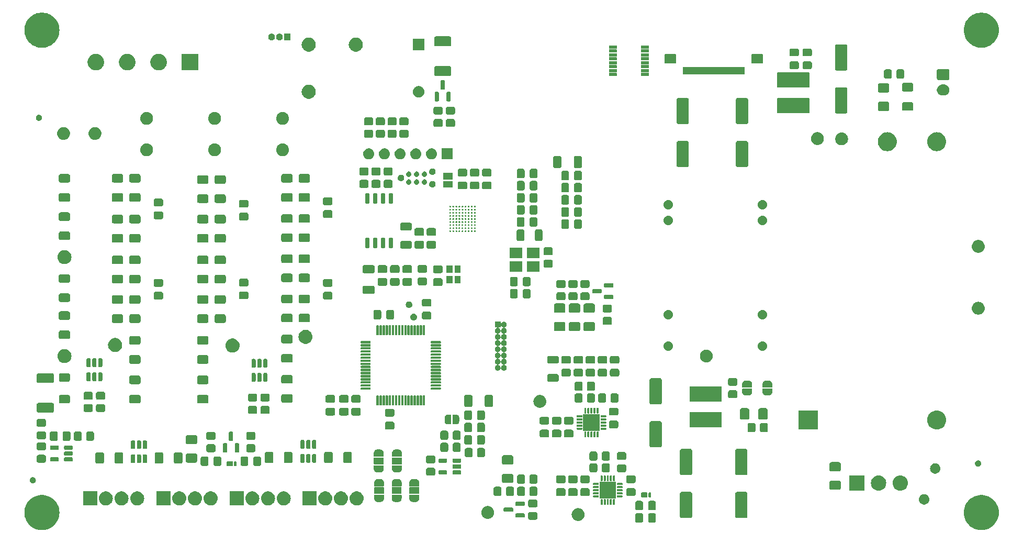
<source format=gbr>
%TF.GenerationSoftware,KiCad,Pcbnew,8.0.1*%
%TF.CreationDate,2024-06-09T19:14:10+02:00*%
%TF.ProjectId,daqIONA,64617149-4f4e-4412-9e6b-696361645f70,rev?*%
%TF.SameCoordinates,Original*%
%TF.FileFunction,Soldermask,Top*%
%TF.FilePolarity,Negative*%
%FSLAX46Y46*%
G04 Gerber Fmt 4.6, Leading zero omitted, Abs format (unit mm)*
G04 Created by KiCad (PCBNEW 8.0.1) date 2024-06-09 19:14:10*
%MOMM*%
%LPD*%
G01*
G04 APERTURE LIST*
G04 APERTURE END LIST*
G36*
X65093161Y-157403146D02*
G01*
X65414521Y-157479310D01*
X65724867Y-157592266D01*
X66020000Y-157740488D01*
X66295930Y-157921970D01*
X66548926Y-158134259D01*
X66775566Y-158374483D01*
X66972785Y-158639395D01*
X67137917Y-158925410D01*
X67268727Y-159228663D01*
X67363447Y-159545051D01*
X67420797Y-159870296D01*
X67440000Y-160200000D01*
X67420797Y-160529704D01*
X67363447Y-160854949D01*
X67268727Y-161171337D01*
X67137917Y-161474590D01*
X66972785Y-161760605D01*
X66775566Y-162025517D01*
X66548926Y-162265741D01*
X66295930Y-162478030D01*
X66020000Y-162659512D01*
X65724867Y-162807734D01*
X65414521Y-162920690D01*
X65093161Y-162996854D01*
X64765131Y-163035195D01*
X64434869Y-163035195D01*
X64106839Y-162996854D01*
X63785479Y-162920690D01*
X63475133Y-162807734D01*
X63180000Y-162659512D01*
X62904070Y-162478030D01*
X62651074Y-162265741D01*
X62424434Y-162025517D01*
X62227215Y-161760605D01*
X62062083Y-161474590D01*
X61931273Y-161171337D01*
X61836553Y-160854949D01*
X61779203Y-160529704D01*
X61760000Y-160200000D01*
X61779203Y-159870296D01*
X61836553Y-159545051D01*
X61931273Y-159228663D01*
X62062083Y-158925410D01*
X62227215Y-158639395D01*
X62424434Y-158374483D01*
X62651074Y-158134259D01*
X62904070Y-157921970D01*
X63180000Y-157740488D01*
X63475133Y-157592266D01*
X63785479Y-157479310D01*
X64106839Y-157403146D01*
X64434869Y-157364805D01*
X64765131Y-157364805D01*
X65093161Y-157403146D01*
G37*
G36*
X217093161Y-157403146D02*
G01*
X217414521Y-157479310D01*
X217724867Y-157592266D01*
X218020000Y-157740488D01*
X218295930Y-157921970D01*
X218548926Y-158134259D01*
X218775566Y-158374483D01*
X218972785Y-158639395D01*
X219137917Y-158925410D01*
X219268727Y-159228663D01*
X219363447Y-159545051D01*
X219420797Y-159870296D01*
X219440000Y-160200000D01*
X219420797Y-160529704D01*
X219363447Y-160854949D01*
X219268727Y-161171337D01*
X219137917Y-161474590D01*
X218972785Y-161760605D01*
X218775566Y-162025517D01*
X218548926Y-162265741D01*
X218295930Y-162478030D01*
X218020000Y-162659512D01*
X217724867Y-162807734D01*
X217414521Y-162920690D01*
X217093161Y-162996854D01*
X216765131Y-163035195D01*
X216434869Y-163035195D01*
X216106839Y-162996854D01*
X215785479Y-162920690D01*
X215475133Y-162807734D01*
X215180000Y-162659512D01*
X214904070Y-162478030D01*
X214651074Y-162265741D01*
X214424434Y-162025517D01*
X214227215Y-161760605D01*
X214062083Y-161474590D01*
X213931273Y-161171337D01*
X213836553Y-160854949D01*
X213779203Y-160529704D01*
X213760000Y-160200000D01*
X213779203Y-159870296D01*
X213836553Y-159545051D01*
X213931273Y-159228663D01*
X214062083Y-158925410D01*
X214227215Y-158639395D01*
X214424434Y-158374483D01*
X214651074Y-158134259D01*
X214904070Y-157921970D01*
X215180000Y-157740488D01*
X215475133Y-157592266D01*
X215785479Y-157479310D01*
X216106839Y-157403146D01*
X216434869Y-157364805D01*
X216765131Y-157364805D01*
X217093161Y-157403146D01*
G37*
G36*
X161633896Y-160302703D02*
G01*
X161638635Y-160304795D01*
X161641341Y-160305152D01*
X161675195Y-160320938D01*
X161731390Y-160345751D01*
X161806749Y-160421110D01*
X161831570Y-160477325D01*
X161847347Y-160511158D01*
X161847702Y-160513861D01*
X161849797Y-160518604D01*
X161857500Y-160585000D01*
X161857500Y-161535000D01*
X161849797Y-161601396D01*
X161847702Y-161606139D01*
X161847347Y-161608841D01*
X161831579Y-161642655D01*
X161806749Y-161698890D01*
X161731390Y-161774249D01*
X161675155Y-161799079D01*
X161641341Y-161814847D01*
X161638639Y-161815202D01*
X161633896Y-161817297D01*
X161567500Y-161825000D01*
X160892500Y-161825000D01*
X160826104Y-161817297D01*
X160821361Y-161815202D01*
X160818658Y-161814847D01*
X160784825Y-161799070D01*
X160728610Y-161774249D01*
X160653251Y-161698890D01*
X160628438Y-161642695D01*
X160612652Y-161608841D01*
X160612295Y-161606135D01*
X160610203Y-161601396D01*
X160602500Y-161535000D01*
X160602500Y-160585000D01*
X160610203Y-160518604D01*
X160612295Y-160513864D01*
X160612652Y-160511158D01*
X160628447Y-160477285D01*
X160653251Y-160421110D01*
X160728610Y-160345751D01*
X160784785Y-160320947D01*
X160818658Y-160305152D01*
X160821364Y-160304795D01*
X160826104Y-160302703D01*
X160892500Y-160295000D01*
X161567500Y-160295000D01*
X161633896Y-160302703D01*
G37*
G36*
X163708896Y-160302703D02*
G01*
X163713635Y-160304795D01*
X163716341Y-160305152D01*
X163750195Y-160320938D01*
X163806390Y-160345751D01*
X163881749Y-160421110D01*
X163906570Y-160477325D01*
X163922347Y-160511158D01*
X163922702Y-160513861D01*
X163924797Y-160518604D01*
X163932500Y-160585000D01*
X163932500Y-161535000D01*
X163924797Y-161601396D01*
X163922702Y-161606139D01*
X163922347Y-161608841D01*
X163906579Y-161642655D01*
X163881749Y-161698890D01*
X163806390Y-161774249D01*
X163750155Y-161799079D01*
X163716341Y-161814847D01*
X163713639Y-161815202D01*
X163708896Y-161817297D01*
X163642500Y-161825000D01*
X162967500Y-161825000D01*
X162901104Y-161817297D01*
X162896361Y-161815202D01*
X162893658Y-161814847D01*
X162859825Y-161799070D01*
X162803610Y-161774249D01*
X162728251Y-161698890D01*
X162703438Y-161642695D01*
X162687652Y-161608841D01*
X162687295Y-161606135D01*
X162685203Y-161601396D01*
X162677500Y-161535000D01*
X162677500Y-160585000D01*
X162685203Y-160518604D01*
X162687295Y-160513864D01*
X162687652Y-160511158D01*
X162703447Y-160477285D01*
X162728251Y-160421110D01*
X162803610Y-160345751D01*
X162859785Y-160320947D01*
X162893658Y-160305152D01*
X162896364Y-160304795D01*
X162901104Y-160302703D01*
X162967500Y-160295000D01*
X163642500Y-160295000D01*
X163708896Y-160302703D01*
G37*
G36*
X151397213Y-159484650D02*
G01*
X151445937Y-159484650D01*
X151500198Y-159494793D01*
X151552894Y-159499983D01*
X151592925Y-159512126D01*
X151634549Y-159519907D01*
X151692198Y-159542240D01*
X151747991Y-159559165D01*
X151779869Y-159576204D01*
X151813474Y-159589223D01*
X151871869Y-159625380D01*
X151927793Y-159655272D01*
X151951288Y-159674554D01*
X151976609Y-159690232D01*
X152032717Y-159741381D01*
X152085391Y-159784609D01*
X152100997Y-159803626D01*
X152118412Y-159819501D01*
X152168968Y-159886449D01*
X152214728Y-159942207D01*
X152223576Y-159958761D01*
X152234045Y-159972624D01*
X152275680Y-160056239D01*
X152310835Y-160122009D01*
X152314585Y-160134372D01*
X152319571Y-160144385D01*
X152349029Y-160247919D01*
X152370017Y-160317106D01*
X152370706Y-160324104D01*
X152372081Y-160328936D01*
X152386367Y-160483120D01*
X152390000Y-160520000D01*
X152386367Y-160556882D01*
X152372081Y-160711063D01*
X152370706Y-160715894D01*
X152370017Y-160722894D01*
X152349024Y-160792096D01*
X152319571Y-160895614D01*
X152314586Y-160905624D01*
X152310835Y-160917991D01*
X152275673Y-160983773D01*
X152234045Y-161067375D01*
X152223578Y-161081234D01*
X152214728Y-161097793D01*
X152168959Y-161153562D01*
X152118412Y-161220498D01*
X152101001Y-161236369D01*
X152085391Y-161255391D01*
X152032706Y-161298627D01*
X151976609Y-161349767D01*
X151951293Y-161365441D01*
X151927793Y-161384728D01*
X151871857Y-161414626D01*
X151813474Y-161450776D01*
X151779876Y-161463791D01*
X151747991Y-161480835D01*
X151692186Y-161497763D01*
X151634549Y-161520092D01*
X151592931Y-161527871D01*
X151552894Y-161540017D01*
X151500195Y-161545207D01*
X151445937Y-161555350D01*
X151397213Y-161555350D01*
X151350000Y-161560000D01*
X151302787Y-161555350D01*
X151254063Y-161555350D01*
X151199804Y-161545207D01*
X151147106Y-161540017D01*
X151107069Y-161527872D01*
X151065450Y-161520092D01*
X151007809Y-161497761D01*
X150952009Y-161480835D01*
X150920126Y-161463793D01*
X150886525Y-161450776D01*
X150828134Y-161414622D01*
X150772207Y-161384728D01*
X150748709Y-161365444D01*
X150723390Y-161349767D01*
X150667283Y-161298619D01*
X150614609Y-161255391D01*
X150599001Y-161236373D01*
X150581587Y-161220498D01*
X150531027Y-161153546D01*
X150485272Y-161097793D01*
X150476423Y-161081239D01*
X150465954Y-161067375D01*
X150424312Y-160983746D01*
X150389165Y-160917991D01*
X150385415Y-160905630D01*
X150380428Y-160895614D01*
X150350959Y-160792042D01*
X150329983Y-160722894D01*
X150329294Y-160715899D01*
X150327918Y-160711063D01*
X150313615Y-160556710D01*
X150310000Y-160520000D01*
X150313615Y-160483292D01*
X150327918Y-160328936D01*
X150329294Y-160324099D01*
X150329983Y-160317106D01*
X150350954Y-160247972D01*
X150380428Y-160144385D01*
X150385416Y-160134367D01*
X150389165Y-160122009D01*
X150424305Y-160056267D01*
X150465954Y-159972624D01*
X150476425Y-159958757D01*
X150485272Y-159942207D01*
X150531018Y-159886464D01*
X150581587Y-159819501D01*
X150599004Y-159803622D01*
X150614609Y-159784609D01*
X150667272Y-159741389D01*
X150723390Y-159690232D01*
X150748714Y-159674551D01*
X150772207Y-159655272D01*
X150828123Y-159625384D01*
X150886525Y-159589223D01*
X150920133Y-159576203D01*
X150952009Y-159559165D01*
X151007797Y-159542241D01*
X151065450Y-159519907D01*
X151107076Y-159512125D01*
X151147106Y-159499983D01*
X151199800Y-159494793D01*
X151254063Y-159484650D01*
X151302787Y-159484650D01*
X151350000Y-159480000D01*
X151397213Y-159484650D01*
G37*
G36*
X144536396Y-160097703D02*
G01*
X144541135Y-160099795D01*
X144543841Y-160100152D01*
X144577695Y-160115938D01*
X144633890Y-160140751D01*
X144709249Y-160216110D01*
X144734065Y-160272313D01*
X144749847Y-160306157D01*
X144750203Y-160308861D01*
X144752297Y-160313604D01*
X144760000Y-160380000D01*
X144760000Y-161080000D01*
X144752297Y-161146396D01*
X144750202Y-161151139D01*
X144749847Y-161153841D01*
X144734079Y-161187655D01*
X144709249Y-161243890D01*
X144633890Y-161319249D01*
X144577655Y-161344079D01*
X144543841Y-161359847D01*
X144541139Y-161360202D01*
X144536396Y-161362297D01*
X144470000Y-161370000D01*
X143570000Y-161370000D01*
X143503604Y-161362297D01*
X143498861Y-161360202D01*
X143496158Y-161359847D01*
X143462325Y-161344070D01*
X143406110Y-161319249D01*
X143330751Y-161243890D01*
X143305938Y-161187695D01*
X143290152Y-161153841D01*
X143289795Y-161151135D01*
X143287703Y-161146396D01*
X143280000Y-161080000D01*
X143280000Y-160380000D01*
X143287703Y-160313604D01*
X143289796Y-160308861D01*
X143290153Y-160306157D01*
X143305941Y-160272298D01*
X143330751Y-160216110D01*
X143406110Y-160140751D01*
X143462285Y-160115947D01*
X143496158Y-160100152D01*
X143498864Y-160099795D01*
X143503604Y-160097703D01*
X143570000Y-160090000D01*
X144470000Y-160090000D01*
X144536396Y-160097703D01*
G37*
G36*
X136777213Y-159144650D02*
G01*
X136825937Y-159144650D01*
X136880198Y-159154793D01*
X136932894Y-159159983D01*
X136972925Y-159172126D01*
X137014549Y-159179907D01*
X137072198Y-159202240D01*
X137127991Y-159219165D01*
X137159869Y-159236204D01*
X137193474Y-159249223D01*
X137251869Y-159285380D01*
X137307793Y-159315272D01*
X137331288Y-159334554D01*
X137356609Y-159350232D01*
X137412717Y-159401381D01*
X137465391Y-159444609D01*
X137480997Y-159463626D01*
X137498412Y-159479501D01*
X137548968Y-159546449D01*
X137594728Y-159602207D01*
X137603576Y-159618761D01*
X137614045Y-159632624D01*
X137655680Y-159716239D01*
X137690835Y-159782009D01*
X137694585Y-159794372D01*
X137699571Y-159804385D01*
X137729029Y-159907919D01*
X137750017Y-159977106D01*
X137750706Y-159984104D01*
X137752081Y-159988936D01*
X137766367Y-160143120D01*
X137770000Y-160180000D01*
X137766367Y-160216882D01*
X137752081Y-160371063D01*
X137750706Y-160375894D01*
X137750017Y-160382894D01*
X137729024Y-160452096D01*
X137699571Y-160555614D01*
X137694586Y-160565624D01*
X137690835Y-160577991D01*
X137655673Y-160643773D01*
X137614045Y-160727375D01*
X137603578Y-160741234D01*
X137594728Y-160757793D01*
X137548959Y-160813562D01*
X137498412Y-160880498D01*
X137481001Y-160896369D01*
X137465391Y-160915391D01*
X137412706Y-160958627D01*
X137356609Y-161009767D01*
X137331293Y-161025441D01*
X137307793Y-161044728D01*
X137251857Y-161074626D01*
X137193474Y-161110776D01*
X137159876Y-161123791D01*
X137127991Y-161140835D01*
X137072186Y-161157763D01*
X137014549Y-161180092D01*
X136972931Y-161187871D01*
X136932894Y-161200017D01*
X136880195Y-161205207D01*
X136825937Y-161215350D01*
X136777213Y-161215350D01*
X136730000Y-161220000D01*
X136682787Y-161215350D01*
X136634063Y-161215350D01*
X136579804Y-161205207D01*
X136527106Y-161200017D01*
X136487069Y-161187872D01*
X136445450Y-161180092D01*
X136387809Y-161157761D01*
X136332009Y-161140835D01*
X136300126Y-161123793D01*
X136266525Y-161110776D01*
X136208134Y-161074622D01*
X136152207Y-161044728D01*
X136128709Y-161025444D01*
X136103390Y-161009767D01*
X136047283Y-160958619D01*
X135994609Y-160915391D01*
X135979001Y-160896373D01*
X135961587Y-160880498D01*
X135911027Y-160813546D01*
X135865272Y-160757793D01*
X135856423Y-160741239D01*
X135845954Y-160727375D01*
X135804312Y-160643746D01*
X135769165Y-160577991D01*
X135765415Y-160565630D01*
X135760428Y-160555614D01*
X135730959Y-160452042D01*
X135709983Y-160382894D01*
X135709294Y-160375899D01*
X135707918Y-160371063D01*
X135693615Y-160216710D01*
X135690000Y-160180000D01*
X135693615Y-160143292D01*
X135707918Y-159988936D01*
X135709294Y-159984099D01*
X135709983Y-159977106D01*
X135730954Y-159907972D01*
X135760428Y-159804385D01*
X135765416Y-159794367D01*
X135769165Y-159782009D01*
X135804305Y-159716267D01*
X135845954Y-159632624D01*
X135856425Y-159618757D01*
X135865272Y-159602207D01*
X135911018Y-159546464D01*
X135961587Y-159479501D01*
X135979004Y-159463622D01*
X135994609Y-159444609D01*
X136047272Y-159401389D01*
X136103390Y-159350232D01*
X136128714Y-159334551D01*
X136152207Y-159315272D01*
X136208123Y-159285384D01*
X136266525Y-159249223D01*
X136300133Y-159236203D01*
X136332009Y-159219165D01*
X136387797Y-159202241D01*
X136445450Y-159179907D01*
X136487076Y-159172125D01*
X136527106Y-159159983D01*
X136579800Y-159154793D01*
X136634063Y-159144650D01*
X136682787Y-159144650D01*
X136730000Y-159140000D01*
X136777213Y-159144650D01*
G37*
G36*
X169586396Y-156857703D02*
G01*
X169591135Y-156859795D01*
X169593841Y-156860152D01*
X169627695Y-156875938D01*
X169683890Y-156900751D01*
X169759249Y-156976110D01*
X169784070Y-157032325D01*
X169799847Y-157066158D01*
X169800202Y-157068861D01*
X169802297Y-157073604D01*
X169810000Y-157140000D01*
X169810000Y-160790000D01*
X169802297Y-160856396D01*
X169800202Y-160861139D01*
X169799847Y-160863841D01*
X169784079Y-160897655D01*
X169759249Y-160953890D01*
X169683890Y-161029249D01*
X169627655Y-161054079D01*
X169593841Y-161069847D01*
X169591139Y-161070202D01*
X169586396Y-161072297D01*
X169520000Y-161080000D01*
X168120000Y-161080000D01*
X168053604Y-161072297D01*
X168048861Y-161070202D01*
X168046158Y-161069847D01*
X168012325Y-161054070D01*
X167956110Y-161029249D01*
X167880751Y-160953890D01*
X167855938Y-160897695D01*
X167840152Y-160863841D01*
X167839795Y-160861135D01*
X167837703Y-160856396D01*
X167830000Y-160790000D01*
X167830000Y-157140000D01*
X167837703Y-157073604D01*
X167839795Y-157068864D01*
X167840152Y-157066158D01*
X167855947Y-157032285D01*
X167880751Y-156976110D01*
X167956110Y-156900751D01*
X168012285Y-156875947D01*
X168046158Y-156860152D01*
X168048864Y-156859795D01*
X168053604Y-156857703D01*
X168120000Y-156850000D01*
X169520000Y-156850000D01*
X169586396Y-156857703D01*
G37*
G36*
X178536396Y-156857703D02*
G01*
X178541135Y-156859795D01*
X178543841Y-156860152D01*
X178577695Y-156875938D01*
X178633890Y-156900751D01*
X178709249Y-156976110D01*
X178734070Y-157032325D01*
X178749847Y-157066158D01*
X178750202Y-157068861D01*
X178752297Y-157073604D01*
X178760000Y-157140000D01*
X178760000Y-160790000D01*
X178752297Y-160856396D01*
X178750202Y-160861139D01*
X178749847Y-160863841D01*
X178734079Y-160897655D01*
X178709249Y-160953890D01*
X178633890Y-161029249D01*
X178577655Y-161054079D01*
X178543841Y-161069847D01*
X178541139Y-161070202D01*
X178536396Y-161072297D01*
X178470000Y-161080000D01*
X177070000Y-161080000D01*
X177003604Y-161072297D01*
X176998861Y-161070202D01*
X176996158Y-161069847D01*
X176962325Y-161054070D01*
X176906110Y-161029249D01*
X176830751Y-160953890D01*
X176805938Y-160897695D01*
X176790152Y-160863841D01*
X176789795Y-160861135D01*
X176787703Y-160856396D01*
X176780000Y-160790000D01*
X176780000Y-157140000D01*
X176787703Y-157073604D01*
X176789795Y-157068864D01*
X176790152Y-157066158D01*
X176805947Y-157032285D01*
X176830751Y-156976110D01*
X176906110Y-156900751D01*
X176962285Y-156875947D01*
X176996158Y-156860152D01*
X176998864Y-156859795D01*
X177003604Y-156857703D01*
X177070000Y-156850000D01*
X178470000Y-156850000D01*
X178536396Y-156857703D01*
G37*
G36*
X142617710Y-160354463D02*
G01*
X142679350Y-160395650D01*
X142720537Y-160457290D01*
X142735000Y-160530000D01*
X142735000Y-160830000D01*
X142720537Y-160902710D01*
X142679350Y-160964350D01*
X142617710Y-161005537D01*
X142545000Y-161020000D01*
X141370000Y-161020000D01*
X141297290Y-161005537D01*
X141235650Y-160964350D01*
X141194463Y-160902710D01*
X141180000Y-160830000D01*
X141180000Y-160530000D01*
X141194463Y-160457290D01*
X141235650Y-160395650D01*
X141297290Y-160354463D01*
X141370000Y-160340000D01*
X142545000Y-160340000D01*
X142617710Y-160354463D01*
G37*
G36*
X140742710Y-159404463D02*
G01*
X140804350Y-159445650D01*
X140845537Y-159507290D01*
X140860000Y-159580000D01*
X140860000Y-159880000D01*
X140845537Y-159952710D01*
X140804350Y-160014350D01*
X140742710Y-160055537D01*
X140670000Y-160070000D01*
X139495000Y-160070000D01*
X139422290Y-160055537D01*
X139360650Y-160014350D01*
X139319463Y-159952710D01*
X139305000Y-159880000D01*
X139305000Y-159580000D01*
X139319463Y-159507290D01*
X139360650Y-159445650D01*
X139422290Y-159404463D01*
X139495000Y-159390000D01*
X140670000Y-159390000D01*
X140742710Y-159404463D01*
G37*
G36*
X161636396Y-158312703D02*
G01*
X161641135Y-158314795D01*
X161643841Y-158315152D01*
X161677695Y-158330938D01*
X161733890Y-158355751D01*
X161809249Y-158431110D01*
X161834070Y-158487325D01*
X161849847Y-158521158D01*
X161850202Y-158523861D01*
X161852297Y-158528604D01*
X161860000Y-158595000D01*
X161860000Y-159545000D01*
X161852297Y-159611396D01*
X161850202Y-159616139D01*
X161849847Y-159618841D01*
X161834079Y-159652655D01*
X161809249Y-159708890D01*
X161733890Y-159784249D01*
X161677655Y-159809079D01*
X161643841Y-159824847D01*
X161641139Y-159825202D01*
X161636396Y-159827297D01*
X161570000Y-159835000D01*
X160895000Y-159835000D01*
X160828604Y-159827297D01*
X160823861Y-159825202D01*
X160821158Y-159824847D01*
X160787325Y-159809070D01*
X160731110Y-159784249D01*
X160655751Y-159708890D01*
X160630938Y-159652695D01*
X160615152Y-159618841D01*
X160614795Y-159616135D01*
X160612703Y-159611396D01*
X160605000Y-159545000D01*
X160605000Y-158595000D01*
X160612703Y-158528604D01*
X160614795Y-158523864D01*
X160615152Y-158521158D01*
X160630947Y-158487285D01*
X160655751Y-158431110D01*
X160731110Y-158355751D01*
X160787285Y-158330947D01*
X160821158Y-158315152D01*
X160823864Y-158314795D01*
X160828604Y-158312703D01*
X160895000Y-158305000D01*
X161570000Y-158305000D01*
X161636396Y-158312703D01*
G37*
G36*
X163711396Y-158312703D02*
G01*
X163716135Y-158314795D01*
X163718841Y-158315152D01*
X163752695Y-158330938D01*
X163808890Y-158355751D01*
X163884249Y-158431110D01*
X163909070Y-158487325D01*
X163924847Y-158521158D01*
X163925202Y-158523861D01*
X163927297Y-158528604D01*
X163935000Y-158595000D01*
X163935000Y-159545000D01*
X163927297Y-159611396D01*
X163925202Y-159616139D01*
X163924847Y-159618841D01*
X163909079Y-159652655D01*
X163884249Y-159708890D01*
X163808890Y-159784249D01*
X163752655Y-159809079D01*
X163718841Y-159824847D01*
X163716139Y-159825202D01*
X163711396Y-159827297D01*
X163645000Y-159835000D01*
X162970000Y-159835000D01*
X162903604Y-159827297D01*
X162898861Y-159825202D01*
X162896158Y-159824847D01*
X162862325Y-159809070D01*
X162806110Y-159784249D01*
X162730751Y-159708890D01*
X162705938Y-159652695D01*
X162690152Y-159618841D01*
X162689795Y-159616135D01*
X162687703Y-159611396D01*
X162680000Y-159545000D01*
X162680000Y-158595000D01*
X162687703Y-158528604D01*
X162689795Y-158523864D01*
X162690152Y-158521158D01*
X162705947Y-158487285D01*
X162730751Y-158431110D01*
X162806110Y-158355751D01*
X162862285Y-158330947D01*
X162896158Y-158315152D01*
X162898864Y-158314795D01*
X162903604Y-158312703D01*
X162970000Y-158305000D01*
X163645000Y-158305000D01*
X163711396Y-158312703D01*
G37*
G36*
X144536396Y-158097703D02*
G01*
X144541135Y-158099795D01*
X144543841Y-158100152D01*
X144577695Y-158115938D01*
X144633890Y-158140751D01*
X144709249Y-158216110D01*
X144734070Y-158272325D01*
X144749847Y-158306158D01*
X144750202Y-158308861D01*
X144752297Y-158313604D01*
X144760000Y-158380000D01*
X144760000Y-159080000D01*
X144752297Y-159146396D01*
X144750202Y-159151139D01*
X144749847Y-159153841D01*
X144734079Y-159187655D01*
X144709249Y-159243890D01*
X144633890Y-159319249D01*
X144577655Y-159344079D01*
X144543841Y-159359847D01*
X144541139Y-159360202D01*
X144536396Y-159362297D01*
X144470000Y-159370000D01*
X143570000Y-159370000D01*
X143503604Y-159362297D01*
X143498861Y-159360202D01*
X143496158Y-159359847D01*
X143462325Y-159344070D01*
X143406110Y-159319249D01*
X143330751Y-159243890D01*
X143305938Y-159187695D01*
X143290152Y-159153841D01*
X143289795Y-159151135D01*
X143287703Y-159146396D01*
X143280000Y-159080000D01*
X143280000Y-158380000D01*
X143287703Y-158313604D01*
X143289795Y-158308864D01*
X143290152Y-158306158D01*
X143305947Y-158272285D01*
X143330751Y-158216110D01*
X143406110Y-158140751D01*
X143462285Y-158115947D01*
X143496158Y-158100152D01*
X143498864Y-158099795D01*
X143503604Y-158097703D01*
X143570000Y-158090000D01*
X144470000Y-158090000D01*
X144536396Y-158097703D01*
G37*
G36*
X142617710Y-158454463D02*
G01*
X142679350Y-158495650D01*
X142720537Y-158557290D01*
X142735000Y-158630000D01*
X142735000Y-158930000D01*
X142720537Y-159002710D01*
X142679350Y-159064350D01*
X142617710Y-159105537D01*
X142545000Y-159120000D01*
X141370000Y-159120000D01*
X141297290Y-159105537D01*
X141235650Y-159064350D01*
X141194463Y-159002710D01*
X141180000Y-158930000D01*
X141180000Y-158630000D01*
X141194463Y-158557290D01*
X141235650Y-158495650D01*
X141297290Y-158454463D01*
X141370000Y-158440000D01*
X142545000Y-158440000D01*
X142617710Y-158454463D01*
G37*
G36*
X73515307Y-156763045D02*
G01*
X73528284Y-156771716D01*
X73536955Y-156784693D01*
X73540000Y-156800000D01*
X73540000Y-159000000D01*
X73536955Y-159015307D01*
X73528284Y-159028284D01*
X73515307Y-159036955D01*
X73500000Y-159040000D01*
X71300000Y-159040000D01*
X71284693Y-159036955D01*
X71271716Y-159028284D01*
X71263045Y-159015307D01*
X71260000Y-159000000D01*
X71260000Y-156800000D01*
X71263045Y-156784693D01*
X71271716Y-156771716D01*
X71284693Y-156763045D01*
X71300000Y-156760000D01*
X73500000Y-156760000D01*
X73515307Y-156763045D01*
G37*
G36*
X85400307Y-156763045D02*
G01*
X85413284Y-156771716D01*
X85421955Y-156784693D01*
X85425000Y-156800000D01*
X85425000Y-159000000D01*
X85421955Y-159015307D01*
X85413284Y-159028284D01*
X85400307Y-159036955D01*
X85385000Y-159040000D01*
X83185000Y-159040000D01*
X83169693Y-159036955D01*
X83156716Y-159028284D01*
X83148045Y-159015307D01*
X83145000Y-159000000D01*
X83145000Y-156800000D01*
X83148045Y-156784693D01*
X83156716Y-156771716D01*
X83169693Y-156763045D01*
X83185000Y-156760000D01*
X85385000Y-156760000D01*
X85400307Y-156763045D01*
G37*
G36*
X97215307Y-156763045D02*
G01*
X97228284Y-156771716D01*
X97236955Y-156784693D01*
X97240000Y-156800000D01*
X97240000Y-159000000D01*
X97236955Y-159015307D01*
X97228284Y-159028284D01*
X97215307Y-159036955D01*
X97200000Y-159040000D01*
X95000000Y-159040000D01*
X94984693Y-159036955D01*
X94971716Y-159028284D01*
X94963045Y-159015307D01*
X94960000Y-159000000D01*
X94960000Y-156800000D01*
X94963045Y-156784693D01*
X94971716Y-156771716D01*
X94984693Y-156763045D01*
X95000000Y-156760000D01*
X97200000Y-156760000D01*
X97215307Y-156763045D01*
G37*
G36*
X109015307Y-156763045D02*
G01*
X109028284Y-156771716D01*
X109036955Y-156784693D01*
X109040000Y-156800000D01*
X109040000Y-159000000D01*
X109036955Y-159015307D01*
X109028284Y-159028284D01*
X109015307Y-159036955D01*
X109000000Y-159040000D01*
X106800000Y-159040000D01*
X106784693Y-159036955D01*
X106771716Y-159028284D01*
X106763045Y-159015307D01*
X106760000Y-159000000D01*
X106760000Y-156800000D01*
X106763045Y-156784693D01*
X106771716Y-156771716D01*
X106784693Y-156763045D01*
X106800000Y-156760000D01*
X109000000Y-156760000D01*
X109015307Y-156763045D01*
G37*
G36*
X75251976Y-156803519D02*
G01*
X75448142Y-156879514D01*
X75627003Y-156990260D01*
X75782470Y-157131987D01*
X75909248Y-157299867D01*
X76003018Y-157488185D01*
X76060589Y-157690526D01*
X76080000Y-157900000D01*
X76060589Y-158109474D01*
X76003018Y-158311815D01*
X75909248Y-158500133D01*
X75782470Y-158668013D01*
X75627003Y-158809740D01*
X75448142Y-158920486D01*
X75251976Y-158996481D01*
X75045186Y-159035137D01*
X74834814Y-159035137D01*
X74628024Y-158996481D01*
X74431858Y-158920486D01*
X74252997Y-158809740D01*
X74097530Y-158668013D01*
X73970752Y-158500133D01*
X73876982Y-158311815D01*
X73819411Y-158109474D01*
X73800000Y-157900000D01*
X73819411Y-157690526D01*
X73876982Y-157488185D01*
X73970752Y-157299867D01*
X74097530Y-157131987D01*
X74252997Y-156990260D01*
X74431858Y-156879514D01*
X74628024Y-156803519D01*
X74834814Y-156764863D01*
X75045186Y-156764863D01*
X75251976Y-156803519D01*
G37*
G36*
X77791976Y-156803519D02*
G01*
X77988142Y-156879514D01*
X78167003Y-156990260D01*
X78322470Y-157131987D01*
X78449248Y-157299867D01*
X78543018Y-157488185D01*
X78600589Y-157690526D01*
X78620000Y-157900000D01*
X78600589Y-158109474D01*
X78543018Y-158311815D01*
X78449248Y-158500133D01*
X78322470Y-158668013D01*
X78167003Y-158809740D01*
X77988142Y-158920486D01*
X77791976Y-158996481D01*
X77585186Y-159035137D01*
X77374814Y-159035137D01*
X77168024Y-158996481D01*
X76971858Y-158920486D01*
X76792997Y-158809740D01*
X76637530Y-158668013D01*
X76510752Y-158500133D01*
X76416982Y-158311815D01*
X76359411Y-158109474D01*
X76340000Y-157900000D01*
X76359411Y-157690526D01*
X76416982Y-157488185D01*
X76510752Y-157299867D01*
X76637530Y-157131987D01*
X76792997Y-156990260D01*
X76971858Y-156879514D01*
X77168024Y-156803519D01*
X77374814Y-156764863D01*
X77585186Y-156764863D01*
X77791976Y-156803519D01*
G37*
G36*
X80331976Y-156803519D02*
G01*
X80528142Y-156879514D01*
X80707003Y-156990260D01*
X80862470Y-157131987D01*
X80989248Y-157299867D01*
X81083018Y-157488185D01*
X81140589Y-157690526D01*
X81160000Y-157900000D01*
X81140589Y-158109474D01*
X81083018Y-158311815D01*
X80989248Y-158500133D01*
X80862470Y-158668013D01*
X80707003Y-158809740D01*
X80528142Y-158920486D01*
X80331976Y-158996481D01*
X80125186Y-159035137D01*
X79914814Y-159035137D01*
X79708024Y-158996481D01*
X79511858Y-158920486D01*
X79332997Y-158809740D01*
X79177530Y-158668013D01*
X79050752Y-158500133D01*
X78956982Y-158311815D01*
X78899411Y-158109474D01*
X78880000Y-157900000D01*
X78899411Y-157690526D01*
X78956982Y-157488185D01*
X79050752Y-157299867D01*
X79177530Y-157131987D01*
X79332997Y-156990260D01*
X79511858Y-156879514D01*
X79708024Y-156803519D01*
X79914814Y-156764863D01*
X80125186Y-156764863D01*
X80331976Y-156803519D01*
G37*
G36*
X87136976Y-156803519D02*
G01*
X87333142Y-156879514D01*
X87512003Y-156990260D01*
X87667470Y-157131987D01*
X87794248Y-157299867D01*
X87888018Y-157488185D01*
X87945589Y-157690526D01*
X87965000Y-157900000D01*
X87945589Y-158109474D01*
X87888018Y-158311815D01*
X87794248Y-158500133D01*
X87667470Y-158668013D01*
X87512003Y-158809740D01*
X87333142Y-158920486D01*
X87136976Y-158996481D01*
X86930186Y-159035137D01*
X86719814Y-159035137D01*
X86513024Y-158996481D01*
X86316858Y-158920486D01*
X86137997Y-158809740D01*
X85982530Y-158668013D01*
X85855752Y-158500133D01*
X85761982Y-158311815D01*
X85704411Y-158109474D01*
X85685000Y-157900000D01*
X85704411Y-157690526D01*
X85761982Y-157488185D01*
X85855752Y-157299867D01*
X85982530Y-157131987D01*
X86137997Y-156990260D01*
X86316858Y-156879514D01*
X86513024Y-156803519D01*
X86719814Y-156764863D01*
X86930186Y-156764863D01*
X87136976Y-156803519D01*
G37*
G36*
X89676976Y-156803519D02*
G01*
X89873142Y-156879514D01*
X90052003Y-156990260D01*
X90207470Y-157131987D01*
X90334248Y-157299867D01*
X90428018Y-157488185D01*
X90485589Y-157690526D01*
X90505000Y-157900000D01*
X90485589Y-158109474D01*
X90428018Y-158311815D01*
X90334248Y-158500133D01*
X90207470Y-158668013D01*
X90052003Y-158809740D01*
X89873142Y-158920486D01*
X89676976Y-158996481D01*
X89470186Y-159035137D01*
X89259814Y-159035137D01*
X89053024Y-158996481D01*
X88856858Y-158920486D01*
X88677997Y-158809740D01*
X88522530Y-158668013D01*
X88395752Y-158500133D01*
X88301982Y-158311815D01*
X88244411Y-158109474D01*
X88225000Y-157900000D01*
X88244411Y-157690526D01*
X88301982Y-157488185D01*
X88395752Y-157299867D01*
X88522530Y-157131987D01*
X88677997Y-156990260D01*
X88856858Y-156879514D01*
X89053024Y-156803519D01*
X89259814Y-156764863D01*
X89470186Y-156764863D01*
X89676976Y-156803519D01*
G37*
G36*
X92216976Y-156803519D02*
G01*
X92413142Y-156879514D01*
X92592003Y-156990260D01*
X92747470Y-157131987D01*
X92874248Y-157299867D01*
X92968018Y-157488185D01*
X93025589Y-157690526D01*
X93045000Y-157900000D01*
X93025589Y-158109474D01*
X92968018Y-158311815D01*
X92874248Y-158500133D01*
X92747470Y-158668013D01*
X92592003Y-158809740D01*
X92413142Y-158920486D01*
X92216976Y-158996481D01*
X92010186Y-159035137D01*
X91799814Y-159035137D01*
X91593024Y-158996481D01*
X91396858Y-158920486D01*
X91217997Y-158809740D01*
X91062530Y-158668013D01*
X90935752Y-158500133D01*
X90841982Y-158311815D01*
X90784411Y-158109474D01*
X90765000Y-157900000D01*
X90784411Y-157690526D01*
X90841982Y-157488185D01*
X90935752Y-157299867D01*
X91062530Y-157131987D01*
X91217997Y-156990260D01*
X91396858Y-156879514D01*
X91593024Y-156803519D01*
X91799814Y-156764863D01*
X92010186Y-156764863D01*
X92216976Y-156803519D01*
G37*
G36*
X98951976Y-156803519D02*
G01*
X99148142Y-156879514D01*
X99327003Y-156990260D01*
X99482470Y-157131987D01*
X99609248Y-157299867D01*
X99703018Y-157488185D01*
X99760589Y-157690526D01*
X99780000Y-157900000D01*
X99760589Y-158109474D01*
X99703018Y-158311815D01*
X99609248Y-158500133D01*
X99482470Y-158668013D01*
X99327003Y-158809740D01*
X99148142Y-158920486D01*
X98951976Y-158996481D01*
X98745186Y-159035137D01*
X98534814Y-159035137D01*
X98328024Y-158996481D01*
X98131858Y-158920486D01*
X97952997Y-158809740D01*
X97797530Y-158668013D01*
X97670752Y-158500133D01*
X97576982Y-158311815D01*
X97519411Y-158109474D01*
X97500000Y-157900000D01*
X97519411Y-157690526D01*
X97576982Y-157488185D01*
X97670752Y-157299867D01*
X97797530Y-157131987D01*
X97952997Y-156990260D01*
X98131858Y-156879514D01*
X98328024Y-156803519D01*
X98534814Y-156764863D01*
X98745186Y-156764863D01*
X98951976Y-156803519D01*
G37*
G36*
X101491976Y-156803519D02*
G01*
X101688142Y-156879514D01*
X101867003Y-156990260D01*
X102022470Y-157131987D01*
X102149248Y-157299867D01*
X102243018Y-157488185D01*
X102300589Y-157690526D01*
X102320000Y-157900000D01*
X102300589Y-158109474D01*
X102243018Y-158311815D01*
X102149248Y-158500133D01*
X102022470Y-158668013D01*
X101867003Y-158809740D01*
X101688142Y-158920486D01*
X101491976Y-158996481D01*
X101285186Y-159035137D01*
X101074814Y-159035137D01*
X100868024Y-158996481D01*
X100671858Y-158920486D01*
X100492997Y-158809740D01*
X100337530Y-158668013D01*
X100210752Y-158500133D01*
X100116982Y-158311815D01*
X100059411Y-158109474D01*
X100040000Y-157900000D01*
X100059411Y-157690526D01*
X100116982Y-157488185D01*
X100210752Y-157299867D01*
X100337530Y-157131987D01*
X100492997Y-156990260D01*
X100671858Y-156879514D01*
X100868024Y-156803519D01*
X101074814Y-156764863D01*
X101285186Y-156764863D01*
X101491976Y-156803519D01*
G37*
G36*
X104031976Y-156803519D02*
G01*
X104228142Y-156879514D01*
X104407003Y-156990260D01*
X104562470Y-157131987D01*
X104689248Y-157299867D01*
X104783018Y-157488185D01*
X104840589Y-157690526D01*
X104860000Y-157900000D01*
X104840589Y-158109474D01*
X104783018Y-158311815D01*
X104689248Y-158500133D01*
X104562470Y-158668013D01*
X104407003Y-158809740D01*
X104228142Y-158920486D01*
X104031976Y-158996481D01*
X103825186Y-159035137D01*
X103614814Y-159035137D01*
X103408024Y-158996481D01*
X103211858Y-158920486D01*
X103032997Y-158809740D01*
X102877530Y-158668013D01*
X102750752Y-158500133D01*
X102656982Y-158311815D01*
X102599411Y-158109474D01*
X102580000Y-157900000D01*
X102599411Y-157690526D01*
X102656982Y-157488185D01*
X102750752Y-157299867D01*
X102877530Y-157131987D01*
X103032997Y-156990260D01*
X103211858Y-156879514D01*
X103408024Y-156803519D01*
X103614814Y-156764863D01*
X103825186Y-156764863D01*
X104031976Y-156803519D01*
G37*
G36*
X110751976Y-156803519D02*
G01*
X110948142Y-156879514D01*
X111127003Y-156990260D01*
X111282470Y-157131987D01*
X111409248Y-157299867D01*
X111503018Y-157488185D01*
X111560589Y-157690526D01*
X111580000Y-157900000D01*
X111560589Y-158109474D01*
X111503018Y-158311815D01*
X111409248Y-158500133D01*
X111282470Y-158668013D01*
X111127003Y-158809740D01*
X110948142Y-158920486D01*
X110751976Y-158996481D01*
X110545186Y-159035137D01*
X110334814Y-159035137D01*
X110128024Y-158996481D01*
X109931858Y-158920486D01*
X109752997Y-158809740D01*
X109597530Y-158668013D01*
X109470752Y-158500133D01*
X109376982Y-158311815D01*
X109319411Y-158109474D01*
X109300000Y-157900000D01*
X109319411Y-157690526D01*
X109376982Y-157488185D01*
X109470752Y-157299867D01*
X109597530Y-157131987D01*
X109752997Y-156990260D01*
X109931858Y-156879514D01*
X110128024Y-156803519D01*
X110334814Y-156764863D01*
X110545186Y-156764863D01*
X110751976Y-156803519D01*
G37*
G36*
X113291976Y-156803519D02*
G01*
X113488142Y-156879514D01*
X113667003Y-156990260D01*
X113822470Y-157131987D01*
X113949248Y-157299867D01*
X114043018Y-157488185D01*
X114100589Y-157690526D01*
X114120000Y-157900000D01*
X114100589Y-158109474D01*
X114043018Y-158311815D01*
X113949248Y-158500133D01*
X113822470Y-158668013D01*
X113667003Y-158809740D01*
X113488142Y-158920486D01*
X113291976Y-158996481D01*
X113085186Y-159035137D01*
X112874814Y-159035137D01*
X112668024Y-158996481D01*
X112471858Y-158920486D01*
X112292997Y-158809740D01*
X112137530Y-158668013D01*
X112010752Y-158500133D01*
X111916982Y-158311815D01*
X111859411Y-158109474D01*
X111840000Y-157900000D01*
X111859411Y-157690526D01*
X111916982Y-157488185D01*
X112010752Y-157299867D01*
X112137530Y-157131987D01*
X112292997Y-156990260D01*
X112471858Y-156879514D01*
X112668024Y-156803519D01*
X112874814Y-156764863D01*
X113085186Y-156764863D01*
X113291976Y-156803519D01*
G37*
G36*
X115831976Y-156803519D02*
G01*
X116028142Y-156879514D01*
X116207003Y-156990260D01*
X116362470Y-157131987D01*
X116489248Y-157299867D01*
X116583018Y-157488185D01*
X116640589Y-157690526D01*
X116660000Y-157900000D01*
X116640589Y-158109474D01*
X116583018Y-158311815D01*
X116489248Y-158500133D01*
X116362470Y-158668013D01*
X116207003Y-158809740D01*
X116028142Y-158920486D01*
X115831976Y-158996481D01*
X115625186Y-159035137D01*
X115414814Y-159035137D01*
X115208024Y-158996481D01*
X115011858Y-158920486D01*
X114832997Y-158809740D01*
X114677530Y-158668013D01*
X114550752Y-158500133D01*
X114456982Y-158311815D01*
X114399411Y-158109474D01*
X114380000Y-157900000D01*
X114399411Y-157690526D01*
X114456982Y-157488185D01*
X114550752Y-157299867D01*
X114677530Y-157131987D01*
X114832997Y-156990260D01*
X115011858Y-156879514D01*
X115208024Y-156803519D01*
X115414814Y-156764863D01*
X115625186Y-156764863D01*
X115831976Y-156803519D01*
G37*
G36*
X155261725Y-158047802D02*
G01*
X155294978Y-158070022D01*
X155317198Y-158103275D01*
X155325000Y-158142500D01*
X155325000Y-158867500D01*
X155317198Y-158906725D01*
X155294978Y-158939978D01*
X155261725Y-158962198D01*
X155222500Y-158970000D01*
X155097500Y-158970000D01*
X155058275Y-158962198D01*
X155025022Y-158939978D01*
X155002802Y-158906725D01*
X154995000Y-158867500D01*
X154995000Y-158142500D01*
X155002802Y-158103275D01*
X155025022Y-158070022D01*
X155058275Y-158047802D01*
X155097500Y-158040000D01*
X155222500Y-158040000D01*
X155261725Y-158047802D01*
G37*
G36*
X155761725Y-158047802D02*
G01*
X155794978Y-158070022D01*
X155817198Y-158103275D01*
X155825000Y-158142500D01*
X155825000Y-158867500D01*
X155817198Y-158906725D01*
X155794978Y-158939978D01*
X155761725Y-158962198D01*
X155722500Y-158970000D01*
X155597500Y-158970000D01*
X155558275Y-158962198D01*
X155525022Y-158939978D01*
X155502802Y-158906725D01*
X155495000Y-158867500D01*
X155495000Y-158142500D01*
X155502802Y-158103275D01*
X155525022Y-158070022D01*
X155558275Y-158047802D01*
X155597500Y-158040000D01*
X155722500Y-158040000D01*
X155761725Y-158047802D01*
G37*
G36*
X156261725Y-158047802D02*
G01*
X156294978Y-158070022D01*
X156317198Y-158103275D01*
X156325000Y-158142500D01*
X156325000Y-158867500D01*
X156317198Y-158906725D01*
X156294978Y-158939978D01*
X156261725Y-158962198D01*
X156222500Y-158970000D01*
X156097500Y-158970000D01*
X156058275Y-158962198D01*
X156025022Y-158939978D01*
X156002802Y-158906725D01*
X155995000Y-158867500D01*
X155995000Y-158142500D01*
X156002802Y-158103275D01*
X156025022Y-158070022D01*
X156058275Y-158047802D01*
X156097500Y-158040000D01*
X156222500Y-158040000D01*
X156261725Y-158047802D01*
G37*
G36*
X156761725Y-158047802D02*
G01*
X156794978Y-158070022D01*
X156817198Y-158103275D01*
X156825000Y-158142500D01*
X156825000Y-158867500D01*
X156817198Y-158906725D01*
X156794978Y-158939978D01*
X156761725Y-158962198D01*
X156722500Y-158970000D01*
X156597500Y-158970000D01*
X156558275Y-158962198D01*
X156525022Y-158939978D01*
X156502802Y-158906725D01*
X156495000Y-158867500D01*
X156495000Y-158142500D01*
X156502802Y-158103275D01*
X156525022Y-158070022D01*
X156558275Y-158047802D01*
X156597500Y-158040000D01*
X156722500Y-158040000D01*
X156761725Y-158047802D01*
G37*
G36*
X157261725Y-158047802D02*
G01*
X157294978Y-158070022D01*
X157317198Y-158103275D01*
X157325000Y-158142500D01*
X157325000Y-158867500D01*
X157317198Y-158906725D01*
X157294978Y-158939978D01*
X157261725Y-158962198D01*
X157222500Y-158970000D01*
X157097500Y-158970000D01*
X157058275Y-158962198D01*
X157025022Y-158939978D01*
X157002802Y-158906725D01*
X156995000Y-158867500D01*
X156995000Y-158142500D01*
X157002802Y-158103275D01*
X157025022Y-158070022D01*
X157058275Y-158047802D01*
X157097500Y-158040000D01*
X157222500Y-158040000D01*
X157261725Y-158047802D01*
G37*
G36*
X207597074Y-157281113D02*
G01*
X207757500Y-157352539D01*
X207899570Y-157455758D01*
X208017074Y-157586260D01*
X208104878Y-157738341D01*
X208159144Y-157905354D01*
X208177500Y-158080000D01*
X208159144Y-158254646D01*
X208104878Y-158421659D01*
X208017074Y-158573740D01*
X207899570Y-158704242D01*
X207757500Y-158807461D01*
X207597074Y-158878887D01*
X207425304Y-158915398D01*
X207249696Y-158915398D01*
X207077926Y-158878887D01*
X206917500Y-158807461D01*
X206775430Y-158704242D01*
X206657926Y-158573740D01*
X206570122Y-158421659D01*
X206515856Y-158254646D01*
X206497500Y-158080000D01*
X206515856Y-157905354D01*
X206570122Y-157738341D01*
X206657926Y-157586260D01*
X206775430Y-157455758D01*
X206917500Y-157352539D01*
X207077926Y-157281113D01*
X207249696Y-157244602D01*
X207425304Y-157244602D01*
X207597074Y-157281113D01*
G37*
G36*
X119931820Y-157368180D02*
G01*
X119938534Y-157384390D01*
X119942843Y-157390321D01*
X119943990Y-157397563D01*
X119945000Y-157400000D01*
X119945000Y-157950000D01*
X119939911Y-157962286D01*
X119939911Y-158021157D01*
X119938088Y-158033835D01*
X119897993Y-158170386D01*
X119892672Y-158182037D01*
X119815731Y-158301759D01*
X119807344Y-158311439D01*
X119699789Y-158404636D01*
X119689014Y-158411561D01*
X119559560Y-158470680D01*
X119547270Y-158474288D01*
X119406404Y-158494542D01*
X119400000Y-158495000D01*
X119398209Y-158495000D01*
X118901791Y-158495000D01*
X118900000Y-158495000D01*
X118893596Y-158494542D01*
X118752730Y-158474288D01*
X118740440Y-158470680D01*
X118610986Y-158411561D01*
X118600211Y-158404636D01*
X118492656Y-158311439D01*
X118484269Y-158301759D01*
X118407328Y-158182037D01*
X118402007Y-158170386D01*
X118401000Y-158166957D01*
X118362918Y-158037263D01*
X118362917Y-158037259D01*
X118361912Y-158033835D01*
X118360089Y-158021157D01*
X118360089Y-157972039D01*
X118358187Y-157966187D01*
X118356008Y-157952435D01*
X118355000Y-157950000D01*
X118355000Y-157400000D01*
X118368180Y-157368180D01*
X118384386Y-157361466D01*
X118390321Y-157357156D01*
X118397564Y-157356008D01*
X118400000Y-157355000D01*
X119900000Y-157355000D01*
X119931820Y-157368180D01*
G37*
G36*
X122789320Y-157368180D02*
G01*
X122796034Y-157384390D01*
X122800343Y-157390321D01*
X122801490Y-157397563D01*
X122802500Y-157400000D01*
X122802500Y-157950000D01*
X122797411Y-157962286D01*
X122797411Y-158021157D01*
X122795588Y-158033835D01*
X122755493Y-158170386D01*
X122750172Y-158182037D01*
X122673231Y-158301759D01*
X122664844Y-158311439D01*
X122557289Y-158404636D01*
X122546514Y-158411561D01*
X122417060Y-158470680D01*
X122404770Y-158474288D01*
X122263904Y-158494542D01*
X122257500Y-158495000D01*
X122255709Y-158495000D01*
X121759291Y-158495000D01*
X121757500Y-158495000D01*
X121751096Y-158494542D01*
X121610230Y-158474288D01*
X121597940Y-158470680D01*
X121468486Y-158411561D01*
X121457711Y-158404636D01*
X121350156Y-158311439D01*
X121341769Y-158301759D01*
X121264828Y-158182037D01*
X121259507Y-158170386D01*
X121258500Y-158166957D01*
X121220418Y-158037263D01*
X121220417Y-158037259D01*
X121219412Y-158033835D01*
X121217589Y-158021157D01*
X121217589Y-157972039D01*
X121215687Y-157966187D01*
X121213508Y-157952435D01*
X121212500Y-157950000D01*
X121212500Y-157400000D01*
X121225680Y-157368180D01*
X121241886Y-157361466D01*
X121247821Y-157357156D01*
X121255064Y-157356008D01*
X121257500Y-157355000D01*
X122757500Y-157355000D01*
X122789320Y-157368180D01*
G37*
G36*
X125631820Y-157368180D02*
G01*
X125638534Y-157384390D01*
X125642843Y-157390321D01*
X125643990Y-157397563D01*
X125645000Y-157400000D01*
X125645000Y-157950000D01*
X125639911Y-157962286D01*
X125639911Y-158021157D01*
X125638088Y-158033835D01*
X125597993Y-158170386D01*
X125592672Y-158182037D01*
X125515731Y-158301759D01*
X125507344Y-158311439D01*
X125399789Y-158404636D01*
X125389014Y-158411561D01*
X125259560Y-158470680D01*
X125247270Y-158474288D01*
X125106404Y-158494542D01*
X125100000Y-158495000D01*
X125098209Y-158495000D01*
X124601791Y-158495000D01*
X124600000Y-158495000D01*
X124593596Y-158494542D01*
X124452730Y-158474288D01*
X124440440Y-158470680D01*
X124310986Y-158411561D01*
X124300211Y-158404636D01*
X124192656Y-158311439D01*
X124184269Y-158301759D01*
X124107328Y-158182037D01*
X124102007Y-158170386D01*
X124101000Y-158166957D01*
X124062918Y-158037263D01*
X124062917Y-158037259D01*
X124061912Y-158033835D01*
X124060089Y-158021157D01*
X124060089Y-157972039D01*
X124058187Y-157966187D01*
X124056008Y-157952435D01*
X124055000Y-157950000D01*
X124055000Y-157400000D01*
X124068180Y-157368180D01*
X124084386Y-157361466D01*
X124090321Y-157357156D01*
X124097564Y-157356008D01*
X124100000Y-157355000D01*
X125600000Y-157355000D01*
X125631820Y-157368180D01*
G37*
G36*
X157475307Y-155243045D02*
G01*
X157488284Y-155251716D01*
X157496955Y-155264693D01*
X157500000Y-155280000D01*
X157500000Y-157880000D01*
X157496955Y-157895307D01*
X157488284Y-157908284D01*
X157475307Y-157916955D01*
X157460000Y-157920000D01*
X154860000Y-157920000D01*
X154844693Y-157916955D01*
X154831716Y-157908284D01*
X154823045Y-157895307D01*
X154820000Y-157880000D01*
X154820000Y-155280000D01*
X154823045Y-155264693D01*
X154831716Y-155251716D01*
X154844693Y-155243045D01*
X154860000Y-155240000D01*
X157460000Y-155240000D01*
X157475307Y-155243045D01*
G37*
G36*
X154636725Y-157422802D02*
G01*
X154669978Y-157445022D01*
X154692198Y-157478275D01*
X154700000Y-157517500D01*
X154700000Y-157642500D01*
X154692198Y-157681725D01*
X154669978Y-157714978D01*
X154636725Y-157737198D01*
X154597500Y-157745000D01*
X153872500Y-157745000D01*
X153833275Y-157737198D01*
X153800022Y-157714978D01*
X153777802Y-157681725D01*
X153770000Y-157642500D01*
X153770000Y-157517500D01*
X153777802Y-157478275D01*
X153800022Y-157445022D01*
X153833275Y-157422802D01*
X153872500Y-157415000D01*
X154597500Y-157415000D01*
X154636725Y-157422802D01*
G37*
G36*
X158486725Y-157422802D02*
G01*
X158519978Y-157445022D01*
X158542198Y-157478275D01*
X158550000Y-157517500D01*
X158550000Y-157642500D01*
X158542198Y-157681725D01*
X158519978Y-157714978D01*
X158486725Y-157737198D01*
X158447500Y-157745000D01*
X157722500Y-157745000D01*
X157683275Y-157737198D01*
X157650022Y-157714978D01*
X157627802Y-157681725D01*
X157620000Y-157642500D01*
X157620000Y-157517500D01*
X157627802Y-157478275D01*
X157650022Y-157445022D01*
X157683275Y-157422802D01*
X157722500Y-157415000D01*
X158447500Y-157415000D01*
X158486725Y-157422802D01*
G37*
G36*
X162499009Y-156958754D02*
G01*
X162536317Y-156983683D01*
X162561246Y-157020991D01*
X162570000Y-157065000D01*
X162570000Y-157615000D01*
X162561246Y-157659009D01*
X162536317Y-157696317D01*
X162499009Y-157721246D01*
X162455000Y-157730000D01*
X161675000Y-157730000D01*
X161630991Y-157721246D01*
X161593683Y-157696317D01*
X161568754Y-157659009D01*
X161560000Y-157615000D01*
X161560000Y-157065000D01*
X161568754Y-157020991D01*
X161593683Y-156983683D01*
X161630991Y-156958754D01*
X161675000Y-156950000D01*
X162455000Y-156950000D01*
X162499009Y-156958754D01*
G37*
G36*
X163069009Y-156958754D02*
G01*
X163106317Y-156983683D01*
X163131246Y-157020991D01*
X163140000Y-157065000D01*
X163140000Y-157615000D01*
X163131246Y-157659009D01*
X163106317Y-157696317D01*
X163069009Y-157721246D01*
X163025000Y-157730000D01*
X162875000Y-157730000D01*
X162830991Y-157721246D01*
X162793683Y-157696317D01*
X162768754Y-157659009D01*
X162760000Y-157615000D01*
X162760000Y-157065000D01*
X162768754Y-157020991D01*
X162793683Y-156983683D01*
X162830991Y-156958754D01*
X162875000Y-156950000D01*
X163025000Y-156950000D01*
X163069009Y-156958754D01*
G37*
G36*
X149091396Y-156277703D02*
G01*
X149096135Y-156279795D01*
X149098841Y-156280152D01*
X149132695Y-156295938D01*
X149188890Y-156320751D01*
X149264249Y-156396110D01*
X149289070Y-156452325D01*
X149304847Y-156486158D01*
X149305202Y-156488861D01*
X149307297Y-156493604D01*
X149315000Y-156560000D01*
X149315000Y-157235000D01*
X149307297Y-157301396D01*
X149305202Y-157306139D01*
X149304847Y-157308841D01*
X149289079Y-157342655D01*
X149264249Y-157398890D01*
X149188890Y-157474249D01*
X149132655Y-157499079D01*
X149098841Y-157514847D01*
X149096139Y-157515202D01*
X149091396Y-157517297D01*
X149025000Y-157525000D01*
X148075000Y-157525000D01*
X148008604Y-157517297D01*
X148003861Y-157515202D01*
X148001158Y-157514847D01*
X147967325Y-157499070D01*
X147911110Y-157474249D01*
X147835751Y-157398890D01*
X147810938Y-157342695D01*
X147795152Y-157308841D01*
X147794795Y-157306135D01*
X147792703Y-157301396D01*
X147785000Y-157235000D01*
X147785000Y-156560000D01*
X147792703Y-156493604D01*
X147794795Y-156488864D01*
X147795152Y-156486158D01*
X147810947Y-156452285D01*
X147835751Y-156396110D01*
X147911110Y-156320751D01*
X147967285Y-156295947D01*
X148001158Y-156280152D01*
X148003864Y-156279795D01*
X148008604Y-156277703D01*
X148075000Y-156270000D01*
X149025000Y-156270000D01*
X149091396Y-156277703D01*
G37*
G36*
X151051396Y-156277703D02*
G01*
X151056135Y-156279795D01*
X151058841Y-156280152D01*
X151092695Y-156295938D01*
X151148890Y-156320751D01*
X151224249Y-156396110D01*
X151249070Y-156452325D01*
X151264847Y-156486158D01*
X151265202Y-156488861D01*
X151267297Y-156493604D01*
X151275000Y-156560000D01*
X151275000Y-157235000D01*
X151267297Y-157301396D01*
X151265202Y-157306139D01*
X151264847Y-157308841D01*
X151249079Y-157342655D01*
X151224249Y-157398890D01*
X151148890Y-157474249D01*
X151092655Y-157499079D01*
X151058841Y-157514847D01*
X151056139Y-157515202D01*
X151051396Y-157517297D01*
X150985000Y-157525000D01*
X150035000Y-157525000D01*
X149968604Y-157517297D01*
X149963861Y-157515202D01*
X149961158Y-157514847D01*
X149927325Y-157499070D01*
X149871110Y-157474249D01*
X149795751Y-157398890D01*
X149770938Y-157342695D01*
X149755152Y-157308841D01*
X149754795Y-157306135D01*
X149752703Y-157301396D01*
X149745000Y-157235000D01*
X149745000Y-156560000D01*
X149752703Y-156493604D01*
X149754795Y-156488864D01*
X149755152Y-156486158D01*
X149770947Y-156452285D01*
X149795751Y-156396110D01*
X149871110Y-156320751D01*
X149927285Y-156295947D01*
X149961158Y-156280152D01*
X149963864Y-156279795D01*
X149968604Y-156277703D01*
X150035000Y-156270000D01*
X150985000Y-156270000D01*
X151051396Y-156277703D01*
G37*
G36*
X153011396Y-156277703D02*
G01*
X153016135Y-156279795D01*
X153018841Y-156280152D01*
X153052695Y-156295938D01*
X153108890Y-156320751D01*
X153184249Y-156396110D01*
X153209070Y-156452325D01*
X153224847Y-156486158D01*
X153225202Y-156488861D01*
X153227297Y-156493604D01*
X153235000Y-156560000D01*
X153235000Y-157235000D01*
X153227297Y-157301396D01*
X153225202Y-157306139D01*
X153224847Y-157308841D01*
X153209079Y-157342655D01*
X153184249Y-157398890D01*
X153108890Y-157474249D01*
X153052655Y-157499079D01*
X153018841Y-157514847D01*
X153016139Y-157515202D01*
X153011396Y-157517297D01*
X152945000Y-157525000D01*
X151995000Y-157525000D01*
X151928604Y-157517297D01*
X151923861Y-157515202D01*
X151921158Y-157514847D01*
X151887325Y-157499070D01*
X151831110Y-157474249D01*
X151755751Y-157398890D01*
X151730938Y-157342695D01*
X151715152Y-157308841D01*
X151714795Y-157306135D01*
X151712703Y-157301396D01*
X151705000Y-157235000D01*
X151705000Y-156560000D01*
X151712703Y-156493604D01*
X151714795Y-156488864D01*
X151715152Y-156486158D01*
X151730947Y-156452285D01*
X151755751Y-156396110D01*
X151831110Y-156320751D01*
X151887285Y-156295947D01*
X151921158Y-156280152D01*
X151923864Y-156279795D01*
X151928604Y-156277703D01*
X151995000Y-156270000D01*
X152945000Y-156270000D01*
X153011396Y-156277703D01*
G37*
G36*
X160441396Y-156267703D02*
G01*
X160446135Y-156269795D01*
X160448841Y-156270152D01*
X160482695Y-156285938D01*
X160538890Y-156310751D01*
X160614249Y-156386110D01*
X160639070Y-156442325D01*
X160654847Y-156476158D01*
X160655202Y-156478861D01*
X160657297Y-156483604D01*
X160665000Y-156550000D01*
X160665000Y-157225000D01*
X160657297Y-157291396D01*
X160655202Y-157296139D01*
X160654847Y-157298841D01*
X160639079Y-157332655D01*
X160614249Y-157388890D01*
X160538890Y-157464249D01*
X160482655Y-157489079D01*
X160448841Y-157504847D01*
X160446139Y-157505202D01*
X160441396Y-157507297D01*
X160375000Y-157515000D01*
X159425000Y-157515000D01*
X159358604Y-157507297D01*
X159353861Y-157505202D01*
X159351158Y-157504847D01*
X159317325Y-157489070D01*
X159261110Y-157464249D01*
X159185751Y-157388890D01*
X159160938Y-157332695D01*
X159145152Y-157298841D01*
X159144795Y-157296135D01*
X159142703Y-157291396D01*
X159135000Y-157225000D01*
X159135000Y-156550000D01*
X159142703Y-156483604D01*
X159144795Y-156478864D01*
X159145152Y-156476158D01*
X159160947Y-156442285D01*
X159185751Y-156386110D01*
X159261110Y-156310751D01*
X159317285Y-156285947D01*
X159351158Y-156270152D01*
X159353864Y-156269795D01*
X159358604Y-156267703D01*
X159425000Y-156260000D01*
X160375000Y-156260000D01*
X160441396Y-156267703D01*
G37*
G36*
X138746396Y-156027703D02*
G01*
X138751135Y-156029795D01*
X138753841Y-156030152D01*
X138787695Y-156045938D01*
X138843890Y-156070751D01*
X138919249Y-156146110D01*
X138944070Y-156202325D01*
X138959847Y-156236158D01*
X138960202Y-156238861D01*
X138962297Y-156243604D01*
X138970000Y-156310000D01*
X138970000Y-157210000D01*
X138962297Y-157276396D01*
X138960202Y-157281139D01*
X138959847Y-157283841D01*
X138944079Y-157317655D01*
X138919249Y-157373890D01*
X138843890Y-157449249D01*
X138787655Y-157474079D01*
X138753841Y-157489847D01*
X138751139Y-157490202D01*
X138746396Y-157492297D01*
X138680000Y-157500000D01*
X137980000Y-157500000D01*
X137913604Y-157492297D01*
X137908861Y-157490202D01*
X137906158Y-157489847D01*
X137872325Y-157474070D01*
X137816110Y-157449249D01*
X137740751Y-157373890D01*
X137715938Y-157317695D01*
X137700152Y-157283841D01*
X137699795Y-157281135D01*
X137697703Y-157276396D01*
X137690000Y-157210000D01*
X137690000Y-156310000D01*
X137697703Y-156243604D01*
X137699795Y-156238864D01*
X137700152Y-156236158D01*
X137715947Y-156202285D01*
X137740751Y-156146110D01*
X137816110Y-156070751D01*
X137872285Y-156045947D01*
X137906158Y-156030152D01*
X137908864Y-156029795D01*
X137913604Y-156027703D01*
X137980000Y-156020000D01*
X138680000Y-156020000D01*
X138746396Y-156027703D01*
G37*
G36*
X140746396Y-156027703D02*
G01*
X140751135Y-156029795D01*
X140753841Y-156030152D01*
X140787695Y-156045938D01*
X140843890Y-156070751D01*
X140919249Y-156146110D01*
X140944070Y-156202325D01*
X140959847Y-156236158D01*
X140960202Y-156238861D01*
X140962297Y-156243604D01*
X140970000Y-156310000D01*
X140970000Y-157210000D01*
X140962297Y-157276396D01*
X140960202Y-157281139D01*
X140959847Y-157283841D01*
X140944079Y-157317655D01*
X140919249Y-157373890D01*
X140843890Y-157449249D01*
X140787655Y-157474079D01*
X140753841Y-157489847D01*
X140751139Y-157490202D01*
X140746396Y-157492297D01*
X140680000Y-157500000D01*
X139980000Y-157500000D01*
X139913604Y-157492297D01*
X139908861Y-157490202D01*
X139906158Y-157489847D01*
X139872325Y-157474070D01*
X139816110Y-157449249D01*
X139740751Y-157373890D01*
X139715938Y-157317695D01*
X139700152Y-157283841D01*
X139699795Y-157281135D01*
X139697703Y-157276396D01*
X139690000Y-157210000D01*
X139690000Y-156310000D01*
X139697703Y-156243604D01*
X139699795Y-156238864D01*
X139700152Y-156236158D01*
X139715947Y-156202285D01*
X139740751Y-156146110D01*
X139816110Y-156070751D01*
X139872285Y-156045947D01*
X139906158Y-156030152D01*
X139908864Y-156029795D01*
X139913604Y-156027703D01*
X139980000Y-156020000D01*
X140680000Y-156020000D01*
X140746396Y-156027703D01*
G37*
G36*
X142546396Y-156027703D02*
G01*
X142551135Y-156029795D01*
X142553841Y-156030152D01*
X142587695Y-156045938D01*
X142643890Y-156070751D01*
X142719249Y-156146110D01*
X142744070Y-156202325D01*
X142759847Y-156236158D01*
X142760202Y-156238861D01*
X142762297Y-156243604D01*
X142770000Y-156310000D01*
X142770000Y-157210000D01*
X142762297Y-157276396D01*
X142760202Y-157281139D01*
X142759847Y-157283841D01*
X142744079Y-157317655D01*
X142719249Y-157373890D01*
X142643890Y-157449249D01*
X142587655Y-157474079D01*
X142553841Y-157489847D01*
X142551139Y-157490202D01*
X142546396Y-157492297D01*
X142480000Y-157500000D01*
X141780000Y-157500000D01*
X141713604Y-157492297D01*
X141708861Y-157490202D01*
X141706158Y-157489847D01*
X141672325Y-157474070D01*
X141616110Y-157449249D01*
X141540751Y-157373890D01*
X141515938Y-157317695D01*
X141500152Y-157283841D01*
X141499795Y-157281135D01*
X141497703Y-157276396D01*
X141490000Y-157210000D01*
X141490000Y-156310000D01*
X141497703Y-156243604D01*
X141499795Y-156238864D01*
X141500152Y-156236158D01*
X141515947Y-156202285D01*
X141540751Y-156146110D01*
X141616110Y-156070751D01*
X141672285Y-156045947D01*
X141706158Y-156030152D01*
X141708864Y-156029795D01*
X141713604Y-156027703D01*
X141780000Y-156020000D01*
X142480000Y-156020000D01*
X142546396Y-156027703D01*
G37*
G36*
X144546396Y-156027703D02*
G01*
X144551135Y-156029795D01*
X144553841Y-156030152D01*
X144587695Y-156045938D01*
X144643890Y-156070751D01*
X144719249Y-156146110D01*
X144744070Y-156202325D01*
X144759847Y-156236158D01*
X144760202Y-156238861D01*
X144762297Y-156243604D01*
X144770000Y-156310000D01*
X144770000Y-157210000D01*
X144762297Y-157276396D01*
X144760202Y-157281139D01*
X144759847Y-157283841D01*
X144744079Y-157317655D01*
X144719249Y-157373890D01*
X144643890Y-157449249D01*
X144587655Y-157474079D01*
X144553841Y-157489847D01*
X144551139Y-157490202D01*
X144546396Y-157492297D01*
X144480000Y-157500000D01*
X143780000Y-157500000D01*
X143713604Y-157492297D01*
X143708861Y-157490202D01*
X143706158Y-157489847D01*
X143672325Y-157474070D01*
X143616110Y-157449249D01*
X143540751Y-157373890D01*
X143515938Y-157317695D01*
X143500152Y-157283841D01*
X143499795Y-157281135D01*
X143497703Y-157276396D01*
X143490000Y-157210000D01*
X143490000Y-156310000D01*
X143497703Y-156243604D01*
X143499795Y-156238864D01*
X143500152Y-156236158D01*
X143515947Y-156202285D01*
X143540751Y-156146110D01*
X143616110Y-156070751D01*
X143672285Y-156045947D01*
X143706158Y-156030152D01*
X143708864Y-156029795D01*
X143713604Y-156027703D01*
X143780000Y-156020000D01*
X144480000Y-156020000D01*
X144546396Y-156027703D01*
G37*
G36*
X154636725Y-156922802D02*
G01*
X154669978Y-156945022D01*
X154692198Y-156978275D01*
X154700000Y-157017500D01*
X154700000Y-157142500D01*
X154692198Y-157181725D01*
X154669978Y-157214978D01*
X154636725Y-157237198D01*
X154597500Y-157245000D01*
X153872500Y-157245000D01*
X153833275Y-157237198D01*
X153800022Y-157214978D01*
X153777802Y-157181725D01*
X153770000Y-157142500D01*
X153770000Y-157017500D01*
X153777802Y-156978275D01*
X153800022Y-156945022D01*
X153833275Y-156922802D01*
X153872500Y-156915000D01*
X154597500Y-156915000D01*
X154636725Y-156922802D01*
G37*
G36*
X158486725Y-156922802D02*
G01*
X158519978Y-156945022D01*
X158542198Y-156978275D01*
X158550000Y-157017500D01*
X158550000Y-157142500D01*
X158542198Y-157181725D01*
X158519978Y-157214978D01*
X158486725Y-157237198D01*
X158447500Y-157245000D01*
X157722500Y-157245000D01*
X157683275Y-157237198D01*
X157650022Y-157214978D01*
X157627802Y-157181725D01*
X157620000Y-157142500D01*
X157620000Y-157017500D01*
X157627802Y-156978275D01*
X157650022Y-156945022D01*
X157683275Y-156922802D01*
X157722500Y-156915000D01*
X158447500Y-156915000D01*
X158486725Y-156922802D01*
G37*
G36*
X119915307Y-156113045D02*
G01*
X119928284Y-156121716D01*
X119936955Y-156134693D01*
X119940000Y-156150000D01*
X119940000Y-157150000D01*
X119936955Y-157165307D01*
X119928284Y-157178284D01*
X119915307Y-157186955D01*
X119900000Y-157190000D01*
X118400000Y-157190000D01*
X118384693Y-157186955D01*
X118371716Y-157178284D01*
X118363045Y-157165307D01*
X118360000Y-157150000D01*
X118360000Y-156150000D01*
X118363045Y-156134693D01*
X118371716Y-156121716D01*
X118384693Y-156113045D01*
X118400000Y-156110000D01*
X119900000Y-156110000D01*
X119915307Y-156113045D01*
G37*
G36*
X122772807Y-156113045D02*
G01*
X122785784Y-156121716D01*
X122794455Y-156134693D01*
X122797500Y-156150000D01*
X122797500Y-157150000D01*
X122794455Y-157165307D01*
X122785784Y-157178284D01*
X122772807Y-157186955D01*
X122757500Y-157190000D01*
X121257500Y-157190000D01*
X121242193Y-157186955D01*
X121229216Y-157178284D01*
X121220545Y-157165307D01*
X121217500Y-157150000D01*
X121217500Y-156150000D01*
X121220545Y-156134693D01*
X121229216Y-156121716D01*
X121242193Y-156113045D01*
X121257500Y-156110000D01*
X122757500Y-156110000D01*
X122772807Y-156113045D01*
G37*
G36*
X125615307Y-156113045D02*
G01*
X125628284Y-156121716D01*
X125636955Y-156134693D01*
X125640000Y-156150000D01*
X125640000Y-157150000D01*
X125636955Y-157165307D01*
X125628284Y-157178284D01*
X125615307Y-157186955D01*
X125600000Y-157190000D01*
X124100000Y-157190000D01*
X124084693Y-157186955D01*
X124071716Y-157178284D01*
X124063045Y-157165307D01*
X124060000Y-157150000D01*
X124060000Y-156150000D01*
X124063045Y-156134693D01*
X124071716Y-156121716D01*
X124084693Y-156113045D01*
X124100000Y-156110000D01*
X125600000Y-156110000D01*
X125615307Y-156113045D01*
G37*
G36*
X154636725Y-156422802D02*
G01*
X154669978Y-156445022D01*
X154692198Y-156478275D01*
X154700000Y-156517500D01*
X154700000Y-156642500D01*
X154692198Y-156681725D01*
X154669978Y-156714978D01*
X154636725Y-156737198D01*
X154597500Y-156745000D01*
X153872500Y-156745000D01*
X153833275Y-156737198D01*
X153800022Y-156714978D01*
X153777802Y-156681725D01*
X153770000Y-156642500D01*
X153770000Y-156517500D01*
X153777802Y-156478275D01*
X153800022Y-156445022D01*
X153833275Y-156422802D01*
X153872500Y-156415000D01*
X154597500Y-156415000D01*
X154636725Y-156422802D01*
G37*
G36*
X158486725Y-156422802D02*
G01*
X158519978Y-156445022D01*
X158542198Y-156478275D01*
X158550000Y-156517500D01*
X158550000Y-156642500D01*
X158542198Y-156681725D01*
X158519978Y-156714978D01*
X158486725Y-156737198D01*
X158447500Y-156745000D01*
X157722500Y-156745000D01*
X157683275Y-156737198D01*
X157650022Y-156714978D01*
X157627802Y-156681725D01*
X157620000Y-156642500D01*
X157620000Y-156517500D01*
X157627802Y-156478275D01*
X157650022Y-156445022D01*
X157683275Y-156422802D01*
X157722500Y-156415000D01*
X158447500Y-156415000D01*
X158486725Y-156422802D01*
G37*
G36*
X197685307Y-154193045D02*
G01*
X197698284Y-154201716D01*
X197706955Y-154214693D01*
X197710000Y-154230000D01*
X197710000Y-156630000D01*
X197706955Y-156645307D01*
X197698284Y-156658284D01*
X197685307Y-156666955D01*
X197670000Y-156670000D01*
X195270000Y-156670000D01*
X195254693Y-156666955D01*
X195241716Y-156658284D01*
X195233045Y-156645307D01*
X195230000Y-156630000D01*
X195230000Y-154230000D01*
X195233045Y-154214693D01*
X195241716Y-154201716D01*
X195254693Y-154193045D01*
X195270000Y-154190000D01*
X197670000Y-154190000D01*
X197685307Y-154193045D01*
G37*
G36*
X200185324Y-154208838D02*
G01*
X200394105Y-154264781D01*
X200590000Y-154356128D01*
X200767057Y-154480105D01*
X200919895Y-154632943D01*
X201043872Y-154810000D01*
X201135219Y-155005895D01*
X201191162Y-155214676D01*
X201210000Y-155430000D01*
X201191162Y-155645324D01*
X201135219Y-155854105D01*
X201043872Y-156050000D01*
X200919895Y-156227057D01*
X200767057Y-156379895D01*
X200590000Y-156503872D01*
X200394105Y-156595219D01*
X200185324Y-156651162D01*
X199970000Y-156670000D01*
X199754676Y-156651162D01*
X199545895Y-156595219D01*
X199350000Y-156503872D01*
X199172943Y-156379895D01*
X199020105Y-156227057D01*
X198896128Y-156050000D01*
X198804781Y-155854105D01*
X198748838Y-155645324D01*
X198730000Y-155430000D01*
X198748838Y-155214676D01*
X198804781Y-155005895D01*
X198896128Y-154810000D01*
X199020105Y-154632943D01*
X199172943Y-154480105D01*
X199350000Y-154356128D01*
X199545895Y-154264781D01*
X199754676Y-154208838D01*
X199970000Y-154190000D01*
X200185324Y-154208838D01*
G37*
G36*
X203685324Y-154208838D02*
G01*
X203894105Y-154264781D01*
X204090000Y-154356128D01*
X204267057Y-154480105D01*
X204419895Y-154632943D01*
X204543872Y-154810000D01*
X204635219Y-155005895D01*
X204691162Y-155214676D01*
X204710000Y-155430000D01*
X204691162Y-155645324D01*
X204635219Y-155854105D01*
X204543872Y-156050000D01*
X204419895Y-156227057D01*
X204267057Y-156379895D01*
X204090000Y-156503872D01*
X203894105Y-156595219D01*
X203685324Y-156651162D01*
X203470000Y-156670000D01*
X203254676Y-156651162D01*
X203045895Y-156595219D01*
X202850000Y-156503872D01*
X202672943Y-156379895D01*
X202520105Y-156227057D01*
X202396128Y-156050000D01*
X202304781Y-155854105D01*
X202248838Y-155645324D01*
X202230000Y-155430000D01*
X202248838Y-155214676D01*
X202304781Y-155005895D01*
X202396128Y-154810000D01*
X202520105Y-154632943D01*
X202672943Y-154480105D01*
X202850000Y-154356128D01*
X203045895Y-154264781D01*
X203254676Y-154208838D01*
X203470000Y-154190000D01*
X203685324Y-154208838D01*
G37*
G36*
X193628895Y-155022703D02*
G01*
X193633635Y-155024796D01*
X193636339Y-155025152D01*
X193670182Y-155040933D01*
X193726389Y-155065751D01*
X193801749Y-155141111D01*
X193826576Y-155197339D01*
X193842347Y-155231160D01*
X193842702Y-155233861D01*
X193844797Y-155238605D01*
X193852499Y-155305002D01*
X193852499Y-155308267D01*
X193852500Y-155308275D01*
X193852500Y-155854040D01*
X193852500Y-156229999D01*
X193844797Y-156296395D01*
X193842702Y-156301138D01*
X193842347Y-156303839D01*
X193826584Y-156337641D01*
X193801749Y-156393889D01*
X193726389Y-156469249D01*
X193670141Y-156494084D01*
X193636339Y-156509847D01*
X193633638Y-156510202D01*
X193628895Y-156512297D01*
X193562498Y-156519999D01*
X193559231Y-156519999D01*
X193559224Y-156520000D01*
X192315776Y-156520000D01*
X192315775Y-156519999D01*
X192312501Y-156520000D01*
X192246105Y-156512297D01*
X192241361Y-156510202D01*
X192238660Y-156509847D01*
X192204839Y-156494076D01*
X192148611Y-156469249D01*
X192073251Y-156393889D01*
X192048433Y-156337682D01*
X192032652Y-156303839D01*
X192032296Y-156301135D01*
X192030203Y-156296395D01*
X192022501Y-156229998D01*
X192022500Y-156226731D01*
X192022500Y-156226724D01*
X192022500Y-155308275D01*
X192022500Y-155308274D01*
X192022500Y-155305001D01*
X192030203Y-155238605D01*
X192032295Y-155233865D01*
X192032652Y-155231160D01*
X192048441Y-155197299D01*
X192073251Y-155141111D01*
X192148611Y-155065751D01*
X192204799Y-155040941D01*
X192238660Y-155025152D01*
X192241365Y-155024795D01*
X192246105Y-155022703D01*
X192312502Y-155015001D01*
X192315768Y-155015000D01*
X192315776Y-155015000D01*
X193559224Y-155015000D01*
X193562499Y-155015000D01*
X193628895Y-155022703D01*
G37*
G36*
X154636725Y-155922802D02*
G01*
X154669978Y-155945022D01*
X154692198Y-155978275D01*
X154700000Y-156017500D01*
X154700000Y-156142500D01*
X154692198Y-156181725D01*
X154669978Y-156214978D01*
X154636725Y-156237198D01*
X154597500Y-156245000D01*
X153872500Y-156245000D01*
X153833275Y-156237198D01*
X153800022Y-156214978D01*
X153777802Y-156181725D01*
X153770000Y-156142500D01*
X153770000Y-156017500D01*
X153777802Y-155978275D01*
X153800022Y-155945022D01*
X153833275Y-155922802D01*
X153872500Y-155915000D01*
X154597500Y-155915000D01*
X154636725Y-155922802D01*
G37*
G36*
X158486725Y-155922802D02*
G01*
X158519978Y-155945022D01*
X158542198Y-155978275D01*
X158550000Y-156017500D01*
X158550000Y-156142500D01*
X158542198Y-156181725D01*
X158519978Y-156214978D01*
X158486725Y-156237198D01*
X158447500Y-156245000D01*
X157722500Y-156245000D01*
X157683275Y-156237198D01*
X157650022Y-156214978D01*
X157627802Y-156181725D01*
X157620000Y-156142500D01*
X157620000Y-156017500D01*
X157627802Y-155978275D01*
X157650022Y-155945022D01*
X157683275Y-155922802D01*
X157722500Y-155915000D01*
X158447500Y-155915000D01*
X158486725Y-155922802D01*
G37*
G36*
X119406404Y-154805458D02*
G01*
X119423591Y-154807929D01*
X119543727Y-154825202D01*
X119543730Y-154825203D01*
X119547270Y-154825712D01*
X119559560Y-154829320D01*
X119689014Y-154888439D01*
X119699789Y-154895364D01*
X119807344Y-154988561D01*
X119815731Y-154998241D01*
X119892672Y-155117963D01*
X119897993Y-155129614D01*
X119938088Y-155266165D01*
X119939911Y-155278843D01*
X119939911Y-155282417D01*
X119939911Y-155327950D01*
X119941811Y-155333806D01*
X119943990Y-155347563D01*
X119945000Y-155350000D01*
X119945000Y-155900000D01*
X119931820Y-155931820D01*
X119915607Y-155938535D01*
X119909678Y-155942843D01*
X119902437Y-155943990D01*
X119900000Y-155945000D01*
X119896067Y-155945000D01*
X118407919Y-155945000D01*
X118400000Y-155945000D01*
X118368180Y-155931820D01*
X118361466Y-155915610D01*
X118357156Y-155909678D01*
X118356008Y-155902435D01*
X118355000Y-155900000D01*
X118355000Y-155350000D01*
X118360089Y-155337713D01*
X118360089Y-155278843D01*
X118361912Y-155266165D01*
X118362917Y-155262741D01*
X118362918Y-155262736D01*
X118401000Y-155133042D01*
X118401001Y-155133039D01*
X118402007Y-155129614D01*
X118407328Y-155117963D01*
X118446683Y-155056725D01*
X118482337Y-155001247D01*
X118482337Y-155001246D01*
X118484269Y-154998241D01*
X118492656Y-154988561D01*
X118495355Y-154986221D01*
X118495358Y-154986219D01*
X118597506Y-154897708D01*
X118600211Y-154895364D01*
X118610986Y-154888439D01*
X118740440Y-154829320D01*
X118752730Y-154825712D01*
X118756267Y-154825203D01*
X118756272Y-154825202D01*
X118891822Y-154805713D01*
X118891822Y-154805712D01*
X118893596Y-154805458D01*
X118900000Y-154805000D01*
X119400000Y-154805000D01*
X119406404Y-154805458D01*
G37*
G36*
X122263904Y-154805458D02*
G01*
X122281091Y-154807929D01*
X122401227Y-154825202D01*
X122401230Y-154825203D01*
X122404770Y-154825712D01*
X122417060Y-154829320D01*
X122546514Y-154888439D01*
X122557289Y-154895364D01*
X122664844Y-154988561D01*
X122673231Y-154998241D01*
X122750172Y-155117963D01*
X122755493Y-155129614D01*
X122795588Y-155266165D01*
X122797411Y-155278843D01*
X122797411Y-155282417D01*
X122797411Y-155327950D01*
X122799311Y-155333806D01*
X122801490Y-155347563D01*
X122802500Y-155350000D01*
X122802500Y-155900000D01*
X122789320Y-155931820D01*
X122773107Y-155938535D01*
X122767178Y-155942843D01*
X122759937Y-155943990D01*
X122757500Y-155945000D01*
X122753567Y-155945000D01*
X121265419Y-155945000D01*
X121257500Y-155945000D01*
X121225680Y-155931820D01*
X121218966Y-155915610D01*
X121214656Y-155909678D01*
X121213508Y-155902435D01*
X121212500Y-155900000D01*
X121212500Y-155350000D01*
X121217589Y-155337713D01*
X121217589Y-155278843D01*
X121219412Y-155266165D01*
X121220417Y-155262741D01*
X121220418Y-155262736D01*
X121258500Y-155133042D01*
X121258501Y-155133039D01*
X121259507Y-155129614D01*
X121264828Y-155117963D01*
X121304183Y-155056725D01*
X121339837Y-155001247D01*
X121339837Y-155001246D01*
X121341769Y-154998241D01*
X121350156Y-154988561D01*
X121352855Y-154986221D01*
X121352858Y-154986219D01*
X121455006Y-154897708D01*
X121457711Y-154895364D01*
X121468486Y-154888439D01*
X121597940Y-154829320D01*
X121610230Y-154825712D01*
X121613767Y-154825203D01*
X121613772Y-154825202D01*
X121749322Y-154805713D01*
X121749322Y-154805712D01*
X121751096Y-154805458D01*
X121757500Y-154805000D01*
X122257500Y-154805000D01*
X122263904Y-154805458D01*
G37*
G36*
X125106404Y-154805458D02*
G01*
X125123591Y-154807929D01*
X125243727Y-154825202D01*
X125243730Y-154825203D01*
X125247270Y-154825712D01*
X125259560Y-154829320D01*
X125389014Y-154888439D01*
X125399789Y-154895364D01*
X125507344Y-154988561D01*
X125515731Y-154998241D01*
X125592672Y-155117963D01*
X125597993Y-155129614D01*
X125638088Y-155266165D01*
X125639911Y-155278843D01*
X125639911Y-155282417D01*
X125639911Y-155327950D01*
X125641811Y-155333806D01*
X125643990Y-155347563D01*
X125645000Y-155350000D01*
X125645000Y-155900000D01*
X125631820Y-155931820D01*
X125615607Y-155938535D01*
X125609678Y-155942843D01*
X125602437Y-155943990D01*
X125600000Y-155945000D01*
X125596067Y-155945000D01*
X124107919Y-155945000D01*
X124100000Y-155945000D01*
X124068180Y-155931820D01*
X124061466Y-155915610D01*
X124057156Y-155909678D01*
X124056008Y-155902435D01*
X124055000Y-155900000D01*
X124055000Y-155350000D01*
X124060089Y-155337713D01*
X124060089Y-155278843D01*
X124061912Y-155266165D01*
X124062917Y-155262741D01*
X124062918Y-155262736D01*
X124101000Y-155133042D01*
X124101001Y-155133039D01*
X124102007Y-155129614D01*
X124107328Y-155117963D01*
X124146683Y-155056725D01*
X124182337Y-155001247D01*
X124182337Y-155001246D01*
X124184269Y-154998241D01*
X124192656Y-154988561D01*
X124195355Y-154986221D01*
X124195358Y-154986219D01*
X124297506Y-154897708D01*
X124300211Y-154895364D01*
X124310986Y-154888439D01*
X124440440Y-154829320D01*
X124452730Y-154825712D01*
X124456267Y-154825203D01*
X124456272Y-154825202D01*
X124591822Y-154805713D01*
X124591822Y-154805712D01*
X124593596Y-154805458D01*
X124600000Y-154805000D01*
X125100000Y-154805000D01*
X125106404Y-154805458D01*
G37*
G36*
X154636725Y-155422802D02*
G01*
X154669978Y-155445022D01*
X154692198Y-155478275D01*
X154700000Y-155517500D01*
X154700000Y-155642500D01*
X154692198Y-155681725D01*
X154669978Y-155714978D01*
X154636725Y-155737198D01*
X154597500Y-155745000D01*
X153872500Y-155745000D01*
X153833275Y-155737198D01*
X153800022Y-155714978D01*
X153777802Y-155681725D01*
X153770000Y-155642500D01*
X153770000Y-155517500D01*
X153777802Y-155478275D01*
X153800022Y-155445022D01*
X153833275Y-155422802D01*
X153872500Y-155415000D01*
X154597500Y-155415000D01*
X154636725Y-155422802D01*
G37*
G36*
X158486725Y-155422802D02*
G01*
X158519978Y-155445022D01*
X158542198Y-155478275D01*
X158550000Y-155517500D01*
X158550000Y-155642500D01*
X158542198Y-155681725D01*
X158519978Y-155714978D01*
X158486725Y-155737198D01*
X158447500Y-155745000D01*
X157722500Y-155745000D01*
X157683275Y-155737198D01*
X157650022Y-155714978D01*
X157627802Y-155681725D01*
X157620000Y-155642500D01*
X157620000Y-155517500D01*
X157627802Y-155478275D01*
X157650022Y-155445022D01*
X157683275Y-155422802D01*
X157722500Y-155415000D01*
X158447500Y-155415000D01*
X158486725Y-155422802D01*
G37*
G36*
X142546396Y-154067703D02*
G01*
X142551135Y-154069795D01*
X142553841Y-154070152D01*
X142587695Y-154085938D01*
X142643890Y-154110751D01*
X142719249Y-154186110D01*
X142744070Y-154242325D01*
X142759847Y-154276158D01*
X142760202Y-154278861D01*
X142762297Y-154283604D01*
X142770000Y-154350000D01*
X142770000Y-155250000D01*
X142762297Y-155316396D01*
X142760202Y-155321139D01*
X142759847Y-155323841D01*
X142744079Y-155357655D01*
X142719249Y-155413890D01*
X142643890Y-155489249D01*
X142587655Y-155514079D01*
X142553841Y-155529847D01*
X142551139Y-155530202D01*
X142546396Y-155532297D01*
X142480000Y-155540000D01*
X141780000Y-155540000D01*
X141713604Y-155532297D01*
X141708861Y-155530202D01*
X141706158Y-155529847D01*
X141672325Y-155514070D01*
X141616110Y-155489249D01*
X141540751Y-155413890D01*
X141515938Y-155357695D01*
X141500152Y-155323841D01*
X141499795Y-155321135D01*
X141497703Y-155316396D01*
X141490000Y-155250000D01*
X141490000Y-154350000D01*
X141497703Y-154283604D01*
X141499795Y-154278864D01*
X141500152Y-154276158D01*
X141515947Y-154242285D01*
X141540751Y-154186110D01*
X141616110Y-154110751D01*
X141672285Y-154085947D01*
X141706158Y-154070152D01*
X141708864Y-154069795D01*
X141713604Y-154067703D01*
X141780000Y-154060000D01*
X142480000Y-154060000D01*
X142546396Y-154067703D01*
G37*
G36*
X144546396Y-154067703D02*
G01*
X144551135Y-154069795D01*
X144553841Y-154070152D01*
X144587695Y-154085938D01*
X144643890Y-154110751D01*
X144719249Y-154186110D01*
X144744070Y-154242325D01*
X144759847Y-154276158D01*
X144760202Y-154278861D01*
X144762297Y-154283604D01*
X144770000Y-154350000D01*
X144770000Y-155250000D01*
X144762297Y-155316396D01*
X144760202Y-155321139D01*
X144759847Y-155323841D01*
X144744079Y-155357655D01*
X144719249Y-155413890D01*
X144643890Y-155489249D01*
X144587655Y-155514079D01*
X144553841Y-155529847D01*
X144551139Y-155530202D01*
X144546396Y-155532297D01*
X144480000Y-155540000D01*
X143780000Y-155540000D01*
X143713604Y-155532297D01*
X143708861Y-155530202D01*
X143706158Y-155529847D01*
X143672325Y-155514070D01*
X143616110Y-155489249D01*
X143540751Y-155413890D01*
X143515938Y-155357695D01*
X143500152Y-155323841D01*
X143499795Y-155321135D01*
X143497703Y-155316396D01*
X143490000Y-155250000D01*
X143490000Y-154350000D01*
X143497703Y-154283604D01*
X143499795Y-154278864D01*
X143500152Y-154276158D01*
X143515947Y-154242285D01*
X143540751Y-154186110D01*
X143616110Y-154110751D01*
X143672285Y-154085947D01*
X143706158Y-154070152D01*
X143708864Y-154069795D01*
X143713604Y-154067703D01*
X143780000Y-154060000D01*
X144480000Y-154060000D01*
X144546396Y-154067703D01*
G37*
G36*
X63155381Y-154485089D02*
G01*
X63191157Y-154485089D01*
X63220235Y-154493627D01*
X63249296Y-154497453D01*
X63288332Y-154513622D01*
X63327708Y-154525184D01*
X63348491Y-154538540D01*
X63369783Y-154547360D01*
X63408798Y-154577297D01*
X63447430Y-154602125D01*
X63459883Y-154616497D01*
X63473249Y-154626753D01*
X63507899Y-154671910D01*
X63540627Y-154709680D01*
X63546134Y-154721738D01*
X63552638Y-154730215D01*
X63578322Y-154792222D01*
X63599746Y-154839134D01*
X63600805Y-154846500D01*
X63602546Y-154850703D01*
X63614880Y-154944390D01*
X63620000Y-154980000D01*
X63614879Y-155015612D01*
X63602546Y-155109296D01*
X63600805Y-155113498D01*
X63599746Y-155120866D01*
X63578321Y-155167780D01*
X63552639Y-155229783D01*
X63546134Y-155238259D01*
X63540627Y-155250320D01*
X63507887Y-155288103D01*
X63473247Y-155333247D01*
X63459887Y-155343498D01*
X63447430Y-155357875D01*
X63408788Y-155382708D01*
X63369783Y-155412639D01*
X63348496Y-155421456D01*
X63327708Y-155434816D01*
X63288323Y-155446380D01*
X63249296Y-155462546D01*
X63220241Y-155466371D01*
X63191157Y-155474911D01*
X63155374Y-155474911D01*
X63120000Y-155479568D01*
X63084626Y-155474911D01*
X63048843Y-155474911D01*
X63019759Y-155466371D01*
X62990703Y-155462546D01*
X62951672Y-155446379D01*
X62912292Y-155434816D01*
X62891505Y-155421457D01*
X62870216Y-155412639D01*
X62831204Y-155382704D01*
X62792570Y-155357875D01*
X62780114Y-155343500D01*
X62766752Y-155333247D01*
X62732103Y-155288093D01*
X62699373Y-155250320D01*
X62693866Y-155238262D01*
X62687360Y-155229783D01*
X62661668Y-155167757D01*
X62640254Y-155120866D01*
X62639195Y-155113502D01*
X62637453Y-155109296D01*
X62625108Y-155015529D01*
X62620000Y-154980000D01*
X62625108Y-154944473D01*
X62637453Y-154850703D01*
X62639195Y-154846496D01*
X62640254Y-154839134D01*
X62661666Y-154792245D01*
X62687361Y-154730215D01*
X62693867Y-154721735D01*
X62699373Y-154709680D01*
X62732089Y-154671923D01*
X62766751Y-154626751D01*
X62780120Y-154616491D01*
X62792570Y-154602125D01*
X62831192Y-154577303D01*
X62870215Y-154547361D01*
X62891508Y-154538541D01*
X62912292Y-154525184D01*
X62951665Y-154513622D01*
X62990703Y-154497453D01*
X63019765Y-154493626D01*
X63048843Y-154485089D01*
X63084618Y-154485089D01*
X63120000Y-154480431D01*
X63155381Y-154485089D01*
G37*
G36*
X149091396Y-154202703D02*
G01*
X149096135Y-154204795D01*
X149098841Y-154205152D01*
X149132695Y-154220938D01*
X149188890Y-154245751D01*
X149264249Y-154321110D01*
X149289070Y-154377325D01*
X149304847Y-154411158D01*
X149305202Y-154413861D01*
X149307297Y-154418604D01*
X149315000Y-154485000D01*
X149315000Y-155160000D01*
X149307297Y-155226396D01*
X149305202Y-155231139D01*
X149304847Y-155233841D01*
X149289079Y-155267655D01*
X149264249Y-155323890D01*
X149188890Y-155399249D01*
X149132655Y-155424079D01*
X149098841Y-155439847D01*
X149096139Y-155440202D01*
X149091396Y-155442297D01*
X149025000Y-155450000D01*
X148075000Y-155450000D01*
X148008604Y-155442297D01*
X148003861Y-155440202D01*
X148001158Y-155439847D01*
X147967325Y-155424070D01*
X147911110Y-155399249D01*
X147835751Y-155323890D01*
X147810938Y-155267695D01*
X147795152Y-155233841D01*
X147794795Y-155231135D01*
X147792703Y-155226396D01*
X147785000Y-155160000D01*
X147785000Y-154485000D01*
X147792703Y-154418604D01*
X147794795Y-154413864D01*
X147795152Y-154411158D01*
X147810947Y-154377285D01*
X147835751Y-154321110D01*
X147911110Y-154245751D01*
X147967285Y-154220947D01*
X148001158Y-154205152D01*
X148003864Y-154204795D01*
X148008604Y-154202703D01*
X148075000Y-154195000D01*
X149025000Y-154195000D01*
X149091396Y-154202703D01*
G37*
G36*
X151051396Y-154202703D02*
G01*
X151056135Y-154204795D01*
X151058841Y-154205152D01*
X151092695Y-154220938D01*
X151148890Y-154245751D01*
X151224249Y-154321110D01*
X151249070Y-154377325D01*
X151264847Y-154411158D01*
X151265202Y-154413861D01*
X151267297Y-154418604D01*
X151275000Y-154485000D01*
X151275000Y-155160000D01*
X151267297Y-155226396D01*
X151265202Y-155231139D01*
X151264847Y-155233841D01*
X151249079Y-155267655D01*
X151224249Y-155323890D01*
X151148890Y-155399249D01*
X151092655Y-155424079D01*
X151058841Y-155439847D01*
X151056139Y-155440202D01*
X151051396Y-155442297D01*
X150985000Y-155450000D01*
X150035000Y-155450000D01*
X149968604Y-155442297D01*
X149963861Y-155440202D01*
X149961158Y-155439847D01*
X149927325Y-155424070D01*
X149871110Y-155399249D01*
X149795751Y-155323890D01*
X149770938Y-155267695D01*
X149755152Y-155233841D01*
X149754795Y-155231135D01*
X149752703Y-155226396D01*
X149745000Y-155160000D01*
X149745000Y-154485000D01*
X149752703Y-154418604D01*
X149754795Y-154413864D01*
X149755152Y-154411158D01*
X149770947Y-154377285D01*
X149795751Y-154321110D01*
X149871110Y-154245751D01*
X149927285Y-154220947D01*
X149961158Y-154205152D01*
X149963864Y-154204795D01*
X149968604Y-154202703D01*
X150035000Y-154195000D01*
X150985000Y-154195000D01*
X151051396Y-154202703D01*
G37*
G36*
X153011396Y-154202703D02*
G01*
X153016135Y-154204795D01*
X153018841Y-154205152D01*
X153052695Y-154220938D01*
X153108890Y-154245751D01*
X153184249Y-154321110D01*
X153209070Y-154377325D01*
X153224847Y-154411158D01*
X153225202Y-154413861D01*
X153227297Y-154418604D01*
X153235000Y-154485000D01*
X153235000Y-155160000D01*
X153227297Y-155226396D01*
X153225202Y-155231139D01*
X153224847Y-155233841D01*
X153209079Y-155267655D01*
X153184249Y-155323890D01*
X153108890Y-155399249D01*
X153052655Y-155424079D01*
X153018841Y-155439847D01*
X153016139Y-155440202D01*
X153011396Y-155442297D01*
X152945000Y-155450000D01*
X151995000Y-155450000D01*
X151928604Y-155442297D01*
X151923861Y-155440202D01*
X151921158Y-155439847D01*
X151887325Y-155424070D01*
X151831110Y-155399249D01*
X151755751Y-155323890D01*
X151730938Y-155267695D01*
X151715152Y-155233841D01*
X151714795Y-155231135D01*
X151712703Y-155226396D01*
X151705000Y-155160000D01*
X151705000Y-154485000D01*
X151712703Y-154418604D01*
X151714795Y-154413864D01*
X151715152Y-154411158D01*
X151730947Y-154377285D01*
X151755751Y-154321110D01*
X151831110Y-154245751D01*
X151887285Y-154220947D01*
X151921158Y-154205152D01*
X151923864Y-154204795D01*
X151928604Y-154202703D01*
X151995000Y-154195000D01*
X152945000Y-154195000D01*
X153011396Y-154202703D01*
G37*
G36*
X160441396Y-154192703D02*
G01*
X160446135Y-154194795D01*
X160448841Y-154195152D01*
X160482695Y-154210938D01*
X160538890Y-154235751D01*
X160614249Y-154311110D01*
X160639070Y-154367325D01*
X160654847Y-154401158D01*
X160655202Y-154403861D01*
X160657297Y-154408604D01*
X160665000Y-154475000D01*
X160665000Y-155150000D01*
X160657297Y-155216396D01*
X160655202Y-155221139D01*
X160654847Y-155223841D01*
X160639079Y-155257655D01*
X160614249Y-155313890D01*
X160538890Y-155389249D01*
X160482655Y-155414079D01*
X160448841Y-155429847D01*
X160446139Y-155430202D01*
X160441396Y-155432297D01*
X160375000Y-155440000D01*
X159425000Y-155440000D01*
X159358604Y-155432297D01*
X159353861Y-155430202D01*
X159351158Y-155429847D01*
X159317325Y-155414070D01*
X159261110Y-155389249D01*
X159185751Y-155313890D01*
X159160938Y-155257695D01*
X159145152Y-155223841D01*
X159144795Y-155221135D01*
X159142703Y-155216396D01*
X159135000Y-155150000D01*
X159135000Y-154475000D01*
X159142703Y-154408604D01*
X159144795Y-154403864D01*
X159145152Y-154401158D01*
X159160947Y-154367285D01*
X159185751Y-154311110D01*
X159261110Y-154235751D01*
X159317285Y-154210947D01*
X159351158Y-154195152D01*
X159353864Y-154194795D01*
X159358604Y-154192703D01*
X159425000Y-154185000D01*
X160375000Y-154185000D01*
X160441396Y-154192703D01*
G37*
G36*
X140641395Y-153920203D02*
G01*
X140646135Y-153922296D01*
X140648839Y-153922652D01*
X140682682Y-153938433D01*
X140738889Y-153963251D01*
X140814249Y-154038611D01*
X140839076Y-154094839D01*
X140854847Y-154128660D01*
X140855202Y-154131361D01*
X140857297Y-154136105D01*
X140864999Y-154202502D01*
X140864999Y-154205767D01*
X140865000Y-154205775D01*
X140865000Y-154709680D01*
X140865000Y-155127499D01*
X140857297Y-155193895D01*
X140855202Y-155198638D01*
X140854847Y-155201339D01*
X140839084Y-155235141D01*
X140814249Y-155291389D01*
X140738889Y-155366749D01*
X140682641Y-155391584D01*
X140648839Y-155407347D01*
X140646138Y-155407702D01*
X140641395Y-155409797D01*
X140574998Y-155417499D01*
X140571731Y-155417499D01*
X140571724Y-155417500D01*
X139328276Y-155417500D01*
X139328275Y-155417499D01*
X139325001Y-155417500D01*
X139258605Y-155409797D01*
X139253861Y-155407702D01*
X139251160Y-155407347D01*
X139217339Y-155391576D01*
X139161111Y-155366749D01*
X139085751Y-155291389D01*
X139060933Y-155235182D01*
X139045152Y-155201339D01*
X139044796Y-155198635D01*
X139042703Y-155193895D01*
X139035001Y-155127498D01*
X139035000Y-155124231D01*
X139035000Y-155124224D01*
X139035000Y-154205775D01*
X139035000Y-154205774D01*
X139035000Y-154202501D01*
X139042703Y-154136105D01*
X139044795Y-154131365D01*
X139045152Y-154128660D01*
X139060941Y-154094799D01*
X139085751Y-154038611D01*
X139161111Y-153963251D01*
X139217299Y-153938441D01*
X139251160Y-153922652D01*
X139253865Y-153922295D01*
X139258605Y-153920203D01*
X139325002Y-153912501D01*
X139328268Y-153912500D01*
X139328276Y-153912500D01*
X140571724Y-153912500D01*
X140574999Y-153912500D01*
X140641395Y-153920203D01*
G37*
G36*
X155261725Y-154197802D02*
G01*
X155294978Y-154220022D01*
X155317198Y-154253275D01*
X155325000Y-154292500D01*
X155325000Y-155017500D01*
X155317198Y-155056725D01*
X155294978Y-155089978D01*
X155261725Y-155112198D01*
X155222500Y-155120000D01*
X155097500Y-155120000D01*
X155058275Y-155112198D01*
X155025022Y-155089978D01*
X155002802Y-155056725D01*
X154995000Y-155017500D01*
X154995000Y-154292500D01*
X155002802Y-154253275D01*
X155025022Y-154220022D01*
X155058275Y-154197802D01*
X155097500Y-154190000D01*
X155222500Y-154190000D01*
X155261725Y-154197802D01*
G37*
G36*
X155761725Y-154197802D02*
G01*
X155794978Y-154220022D01*
X155817198Y-154253275D01*
X155825000Y-154292500D01*
X155825000Y-155017500D01*
X155817198Y-155056725D01*
X155794978Y-155089978D01*
X155761725Y-155112198D01*
X155722500Y-155120000D01*
X155597500Y-155120000D01*
X155558275Y-155112198D01*
X155525022Y-155089978D01*
X155502802Y-155056725D01*
X155495000Y-155017500D01*
X155495000Y-154292500D01*
X155502802Y-154253275D01*
X155525022Y-154220022D01*
X155558275Y-154197802D01*
X155597500Y-154190000D01*
X155722500Y-154190000D01*
X155761725Y-154197802D01*
G37*
G36*
X156261725Y-154197802D02*
G01*
X156294978Y-154220022D01*
X156317198Y-154253275D01*
X156325000Y-154292500D01*
X156325000Y-155017500D01*
X156317198Y-155056725D01*
X156294978Y-155089978D01*
X156261725Y-155112198D01*
X156222500Y-155120000D01*
X156097500Y-155120000D01*
X156058275Y-155112198D01*
X156025022Y-155089978D01*
X156002802Y-155056725D01*
X155995000Y-155017500D01*
X155995000Y-154292500D01*
X156002802Y-154253275D01*
X156025022Y-154220022D01*
X156058275Y-154197802D01*
X156097500Y-154190000D01*
X156222500Y-154190000D01*
X156261725Y-154197802D01*
G37*
G36*
X156761725Y-154197802D02*
G01*
X156794978Y-154220022D01*
X156817198Y-154253275D01*
X156825000Y-154292500D01*
X156825000Y-155017500D01*
X156817198Y-155056725D01*
X156794978Y-155089978D01*
X156761725Y-155112198D01*
X156722500Y-155120000D01*
X156597500Y-155120000D01*
X156558275Y-155112198D01*
X156525022Y-155089978D01*
X156502802Y-155056725D01*
X156495000Y-155017500D01*
X156495000Y-154292500D01*
X156502802Y-154253275D01*
X156525022Y-154220022D01*
X156558275Y-154197802D01*
X156597500Y-154190000D01*
X156722500Y-154190000D01*
X156761725Y-154197802D01*
G37*
G36*
X157261725Y-154197802D02*
G01*
X157294978Y-154220022D01*
X157317198Y-154253275D01*
X157325000Y-154292500D01*
X157325000Y-155017500D01*
X157317198Y-155056725D01*
X157294978Y-155089978D01*
X157261725Y-155112198D01*
X157222500Y-155120000D01*
X157097500Y-155120000D01*
X157058275Y-155112198D01*
X157025022Y-155089978D01*
X157002802Y-155056725D01*
X156995000Y-155017500D01*
X156995000Y-154292500D01*
X157002802Y-154253275D01*
X157025022Y-154220022D01*
X157058275Y-154197802D01*
X157097500Y-154190000D01*
X157222500Y-154190000D01*
X157261725Y-154197802D01*
G37*
G36*
X128016396Y-152967703D02*
G01*
X128021135Y-152969795D01*
X128023841Y-152970152D01*
X128057695Y-152985938D01*
X128113890Y-153010751D01*
X128189249Y-153086110D01*
X128214070Y-153142325D01*
X128229847Y-153176158D01*
X128230202Y-153178861D01*
X128232297Y-153183604D01*
X128240000Y-153250000D01*
X128240000Y-153950000D01*
X128232297Y-154016396D01*
X128230202Y-154021139D01*
X128229847Y-154023841D01*
X128214079Y-154057655D01*
X128189249Y-154113890D01*
X128113890Y-154189249D01*
X128057655Y-154214079D01*
X128023841Y-154229847D01*
X128021139Y-154230202D01*
X128016396Y-154232297D01*
X127950000Y-154240000D01*
X127050000Y-154240000D01*
X126983604Y-154232297D01*
X126978861Y-154230202D01*
X126976158Y-154229847D01*
X126942325Y-154214070D01*
X126886110Y-154189249D01*
X126810751Y-154113890D01*
X126785938Y-154057695D01*
X126770152Y-154023841D01*
X126769795Y-154021135D01*
X126767703Y-154016396D01*
X126760000Y-153950000D01*
X126760000Y-153250000D01*
X126767703Y-153183604D01*
X126769795Y-153178864D01*
X126770152Y-153176158D01*
X126785947Y-153142285D01*
X126810751Y-153086110D01*
X126886110Y-153010751D01*
X126942285Y-152985947D01*
X126976158Y-152970152D01*
X126978864Y-152969795D01*
X126983604Y-152967703D01*
X127050000Y-152960000D01*
X127950000Y-152960000D01*
X128016396Y-152967703D01*
G37*
G36*
X169586396Y-149907703D02*
G01*
X169591135Y-149909795D01*
X169593841Y-149910152D01*
X169627695Y-149925938D01*
X169683890Y-149950751D01*
X169759249Y-150026110D01*
X169784070Y-150082325D01*
X169799847Y-150116158D01*
X169800202Y-150118861D01*
X169802297Y-150123604D01*
X169810000Y-150190000D01*
X169810000Y-153840000D01*
X169802297Y-153906396D01*
X169800202Y-153911139D01*
X169799847Y-153913841D01*
X169784079Y-153947655D01*
X169759249Y-154003890D01*
X169683890Y-154079249D01*
X169627655Y-154104079D01*
X169593841Y-154119847D01*
X169591139Y-154120202D01*
X169586396Y-154122297D01*
X169520000Y-154130000D01*
X168120000Y-154130000D01*
X168053604Y-154122297D01*
X168048861Y-154120202D01*
X168046158Y-154119847D01*
X168012325Y-154104070D01*
X167956110Y-154079249D01*
X167880751Y-154003890D01*
X167855938Y-153947695D01*
X167840152Y-153913841D01*
X167839795Y-153911135D01*
X167837703Y-153906396D01*
X167830000Y-153840000D01*
X167830000Y-150190000D01*
X167837703Y-150123604D01*
X167839795Y-150118864D01*
X167840152Y-150116158D01*
X167855947Y-150082285D01*
X167880751Y-150026110D01*
X167956110Y-149950751D01*
X168012285Y-149925947D01*
X168046158Y-149910152D01*
X168048864Y-149909795D01*
X168053604Y-149907703D01*
X168120000Y-149900000D01*
X169520000Y-149900000D01*
X169586396Y-149907703D01*
G37*
G36*
X178536396Y-149907703D02*
G01*
X178541135Y-149909795D01*
X178543841Y-149910152D01*
X178577695Y-149925938D01*
X178633890Y-149950751D01*
X178709249Y-150026110D01*
X178734070Y-150082325D01*
X178749847Y-150116158D01*
X178750202Y-150118861D01*
X178752297Y-150123604D01*
X178760000Y-150190000D01*
X178760000Y-153840000D01*
X178752297Y-153906396D01*
X178750202Y-153911139D01*
X178749847Y-153913841D01*
X178734079Y-153947655D01*
X178709249Y-154003890D01*
X178633890Y-154079249D01*
X178577655Y-154104079D01*
X178543841Y-154119847D01*
X178541139Y-154120202D01*
X178536396Y-154122297D01*
X178470000Y-154130000D01*
X177070000Y-154130000D01*
X177003604Y-154122297D01*
X176998861Y-154120202D01*
X176996158Y-154119847D01*
X176962325Y-154104070D01*
X176906110Y-154079249D01*
X176830751Y-154003890D01*
X176805938Y-153947695D01*
X176790152Y-153913841D01*
X176789795Y-153911135D01*
X176787703Y-153906396D01*
X176780000Y-153840000D01*
X176780000Y-150190000D01*
X176787703Y-150123604D01*
X176789795Y-150118864D01*
X176790152Y-150116158D01*
X176805947Y-150082285D01*
X176830751Y-150026110D01*
X176906110Y-149950751D01*
X176962285Y-149925947D01*
X176996158Y-149910152D01*
X176998864Y-149909795D01*
X177003604Y-149907703D01*
X177070000Y-149900000D01*
X178470000Y-149900000D01*
X178536396Y-149907703D01*
G37*
G36*
X130047710Y-153374463D02*
G01*
X130109350Y-153415650D01*
X130150537Y-153477290D01*
X130165000Y-153550000D01*
X130165000Y-153850000D01*
X130150537Y-153922710D01*
X130109350Y-153984350D01*
X130047710Y-154025537D01*
X129975000Y-154040000D01*
X128950000Y-154040000D01*
X128877290Y-154025537D01*
X128815650Y-153984350D01*
X128774463Y-153922710D01*
X128760000Y-153850000D01*
X128760000Y-153550000D01*
X128774463Y-153477290D01*
X128815650Y-153415650D01*
X128877290Y-153374463D01*
X128950000Y-153360000D01*
X129975000Y-153360000D01*
X130047710Y-153374463D01*
G37*
G36*
X132322710Y-153374463D02*
G01*
X132384350Y-153415650D01*
X132425537Y-153477290D01*
X132440000Y-153550000D01*
X132440000Y-153850000D01*
X132425537Y-153922710D01*
X132384350Y-153984350D01*
X132322710Y-154025537D01*
X132250000Y-154040000D01*
X131225000Y-154040000D01*
X131152290Y-154025537D01*
X131090650Y-153984350D01*
X131049463Y-153922710D01*
X131035000Y-153850000D01*
X131035000Y-153550000D01*
X131049463Y-153477290D01*
X131090650Y-153415650D01*
X131152290Y-153374463D01*
X131225000Y-153360000D01*
X132250000Y-153360000D01*
X132322710Y-153374463D01*
G37*
G36*
X209397074Y-152281113D02*
G01*
X209557500Y-152352539D01*
X209699570Y-152455758D01*
X209817074Y-152586260D01*
X209904878Y-152738341D01*
X209959144Y-152905354D01*
X209977500Y-153080000D01*
X209959144Y-153254646D01*
X209904878Y-153421659D01*
X209817074Y-153573740D01*
X209699570Y-153704242D01*
X209557500Y-153807461D01*
X209397074Y-153878887D01*
X209225304Y-153915398D01*
X209049696Y-153915398D01*
X208877926Y-153878887D01*
X208717500Y-153807461D01*
X208575430Y-153704242D01*
X208457926Y-153573740D01*
X208370122Y-153421659D01*
X208315856Y-153254646D01*
X208297500Y-153080000D01*
X208315856Y-152905354D01*
X208370122Y-152738341D01*
X208457926Y-152586260D01*
X208575430Y-152455758D01*
X208717500Y-152352539D01*
X208877926Y-152281113D01*
X209049696Y-152244602D01*
X209225304Y-152244602D01*
X209397074Y-152281113D01*
G37*
G36*
X154246396Y-152227703D02*
G01*
X154251135Y-152229795D01*
X154253841Y-152230152D01*
X154287695Y-152245938D01*
X154343890Y-152270751D01*
X154419249Y-152346110D01*
X154444070Y-152402325D01*
X154459847Y-152436158D01*
X154460202Y-152438861D01*
X154462297Y-152443604D01*
X154470000Y-152510000D01*
X154470000Y-153410000D01*
X154462297Y-153476396D01*
X154460202Y-153481139D01*
X154459847Y-153483841D01*
X154444079Y-153517655D01*
X154419249Y-153573890D01*
X154343890Y-153649249D01*
X154287655Y-153674079D01*
X154253841Y-153689847D01*
X154251139Y-153690202D01*
X154246396Y-153692297D01*
X154180000Y-153700000D01*
X153480000Y-153700000D01*
X153413604Y-153692297D01*
X153408861Y-153690202D01*
X153406158Y-153689847D01*
X153372325Y-153674070D01*
X153316110Y-153649249D01*
X153240751Y-153573890D01*
X153215938Y-153517695D01*
X153200152Y-153483841D01*
X153199795Y-153481135D01*
X153197703Y-153476396D01*
X153190000Y-153410000D01*
X153190000Y-152510000D01*
X153197703Y-152443604D01*
X153199795Y-152438864D01*
X153200152Y-152436158D01*
X153215947Y-152402285D01*
X153240751Y-152346110D01*
X153316110Y-152270751D01*
X153372285Y-152245947D01*
X153406158Y-152230152D01*
X153408864Y-152229795D01*
X153413604Y-152227703D01*
X153480000Y-152220000D01*
X154180000Y-152220000D01*
X154246396Y-152227703D01*
G37*
G36*
X156246396Y-152227703D02*
G01*
X156251135Y-152229795D01*
X156253841Y-152230152D01*
X156287695Y-152245938D01*
X156343890Y-152270751D01*
X156419249Y-152346110D01*
X156444070Y-152402325D01*
X156459847Y-152436158D01*
X156460202Y-152438861D01*
X156462297Y-152443604D01*
X156470000Y-152510000D01*
X156470000Y-153410000D01*
X156462297Y-153476396D01*
X156460202Y-153481139D01*
X156459847Y-153483841D01*
X156444079Y-153517655D01*
X156419249Y-153573890D01*
X156343890Y-153649249D01*
X156287655Y-153674079D01*
X156253841Y-153689847D01*
X156251139Y-153690202D01*
X156246396Y-153692297D01*
X156180000Y-153700000D01*
X155480000Y-153700000D01*
X155413604Y-153692297D01*
X155408861Y-153690202D01*
X155406158Y-153689847D01*
X155372325Y-153674070D01*
X155316110Y-153649249D01*
X155240751Y-153573890D01*
X155215938Y-153517695D01*
X155200152Y-153483841D01*
X155199795Y-153481135D01*
X155197703Y-153476396D01*
X155190000Y-153410000D01*
X155190000Y-152510000D01*
X155197703Y-152443604D01*
X155199795Y-152438864D01*
X155200152Y-152436158D01*
X155215947Y-152402285D01*
X155240751Y-152346110D01*
X155316110Y-152270751D01*
X155372285Y-152245947D01*
X155406158Y-152230152D01*
X155408864Y-152229795D01*
X155413604Y-152227703D01*
X155480000Y-152220000D01*
X156180000Y-152220000D01*
X156246396Y-152227703D01*
G37*
G36*
X119881820Y-152568180D02*
G01*
X119888534Y-152584390D01*
X119892843Y-152590321D01*
X119893990Y-152597563D01*
X119895000Y-152600000D01*
X119895000Y-153150000D01*
X119889911Y-153162286D01*
X119889911Y-153221157D01*
X119888088Y-153233835D01*
X119847993Y-153370386D01*
X119842672Y-153382037D01*
X119765731Y-153501759D01*
X119757344Y-153511439D01*
X119649789Y-153604636D01*
X119639014Y-153611561D01*
X119509560Y-153670680D01*
X119497270Y-153674288D01*
X119356404Y-153694542D01*
X119350000Y-153695000D01*
X119348209Y-153695000D01*
X118851791Y-153695000D01*
X118850000Y-153695000D01*
X118843596Y-153694542D01*
X118702730Y-153674288D01*
X118690440Y-153670680D01*
X118560986Y-153611561D01*
X118550211Y-153604636D01*
X118442656Y-153511439D01*
X118434269Y-153501759D01*
X118357328Y-153382037D01*
X118352007Y-153370386D01*
X118348957Y-153360000D01*
X118312918Y-153237263D01*
X118312917Y-153237259D01*
X118311912Y-153233835D01*
X118310089Y-153221157D01*
X118310089Y-153172039D01*
X118308187Y-153166187D01*
X118306008Y-153152435D01*
X118305000Y-153150000D01*
X118305000Y-152600000D01*
X118318180Y-152568180D01*
X118334386Y-152561466D01*
X118340321Y-152557156D01*
X118347564Y-152556008D01*
X118350000Y-152555000D01*
X119850000Y-152555000D01*
X119881820Y-152568180D01*
G37*
G36*
X122831820Y-152568180D02*
G01*
X122838534Y-152584390D01*
X122842843Y-152590321D01*
X122843990Y-152597563D01*
X122845000Y-152600000D01*
X122845000Y-153150000D01*
X122839911Y-153162286D01*
X122839911Y-153221157D01*
X122838088Y-153233835D01*
X122797993Y-153370386D01*
X122792672Y-153382037D01*
X122715731Y-153501759D01*
X122707344Y-153511439D01*
X122599789Y-153604636D01*
X122589014Y-153611561D01*
X122459560Y-153670680D01*
X122447270Y-153674288D01*
X122306404Y-153694542D01*
X122300000Y-153695000D01*
X122298209Y-153695000D01*
X121801791Y-153695000D01*
X121800000Y-153695000D01*
X121793596Y-153694542D01*
X121652730Y-153674288D01*
X121640440Y-153670680D01*
X121510986Y-153611561D01*
X121500211Y-153604636D01*
X121392656Y-153511439D01*
X121384269Y-153501759D01*
X121307328Y-153382037D01*
X121302007Y-153370386D01*
X121298957Y-153360000D01*
X121262918Y-153237263D01*
X121262917Y-153237259D01*
X121261912Y-153233835D01*
X121260089Y-153221157D01*
X121260089Y-153172039D01*
X121258187Y-153166187D01*
X121256008Y-153152435D01*
X121255000Y-153150000D01*
X121255000Y-152600000D01*
X121268180Y-152568180D01*
X121284386Y-152561466D01*
X121290321Y-152557156D01*
X121297564Y-152556008D01*
X121300000Y-152555000D01*
X122800000Y-152555000D01*
X122831820Y-152568180D01*
G37*
G36*
X158906396Y-152417703D02*
G01*
X158911135Y-152419795D01*
X158913841Y-152420152D01*
X158947695Y-152435938D01*
X159003890Y-152460751D01*
X159079249Y-152536110D01*
X159104070Y-152592325D01*
X159119847Y-152626158D01*
X159120202Y-152628861D01*
X159122297Y-152633604D01*
X159130000Y-152700000D01*
X159130000Y-153400000D01*
X159122297Y-153466396D01*
X159120202Y-153471139D01*
X159119847Y-153473841D01*
X159104079Y-153507655D01*
X159079249Y-153563890D01*
X159003890Y-153639249D01*
X158947655Y-153664079D01*
X158913841Y-153679847D01*
X158911139Y-153680202D01*
X158906396Y-153682297D01*
X158840000Y-153690000D01*
X157940000Y-153690000D01*
X157873604Y-153682297D01*
X157868861Y-153680202D01*
X157866158Y-153679847D01*
X157832325Y-153664070D01*
X157776110Y-153639249D01*
X157700751Y-153563890D01*
X157675938Y-153507695D01*
X157660152Y-153473841D01*
X157659795Y-153471135D01*
X157657703Y-153466396D01*
X157650000Y-153400000D01*
X157650000Y-152700000D01*
X157657703Y-152633604D01*
X157659795Y-152628864D01*
X157660152Y-152626158D01*
X157675947Y-152592285D01*
X157700751Y-152536110D01*
X157776110Y-152460751D01*
X157832285Y-152435947D01*
X157866158Y-152420152D01*
X157868864Y-152419795D01*
X157873604Y-152417703D01*
X157940000Y-152410000D01*
X158840000Y-152410000D01*
X158906396Y-152417703D01*
G37*
G36*
X193628895Y-152047703D02*
G01*
X193633635Y-152049796D01*
X193636339Y-152050152D01*
X193670182Y-152065933D01*
X193726389Y-152090751D01*
X193801749Y-152166111D01*
X193826576Y-152222339D01*
X193842347Y-152256160D01*
X193842702Y-152258861D01*
X193844797Y-152263605D01*
X193852499Y-152330002D01*
X193852499Y-152333267D01*
X193852500Y-152333275D01*
X193852500Y-152895076D01*
X193852500Y-153254999D01*
X193844797Y-153321395D01*
X193842702Y-153326138D01*
X193842347Y-153328839D01*
X193826584Y-153362641D01*
X193801749Y-153418889D01*
X193726389Y-153494249D01*
X193670141Y-153519084D01*
X193636339Y-153534847D01*
X193633638Y-153535202D01*
X193628895Y-153537297D01*
X193562498Y-153544999D01*
X193559231Y-153544999D01*
X193559224Y-153545000D01*
X192315776Y-153545000D01*
X192315775Y-153544999D01*
X192312501Y-153545000D01*
X192246105Y-153537297D01*
X192241361Y-153535202D01*
X192238660Y-153534847D01*
X192204839Y-153519076D01*
X192148611Y-153494249D01*
X192073251Y-153418889D01*
X192048433Y-153362682D01*
X192032652Y-153328839D01*
X192032296Y-153326135D01*
X192030203Y-153321395D01*
X192022501Y-153254998D01*
X192022500Y-153251731D01*
X192022500Y-153251724D01*
X192022500Y-152333275D01*
X192022500Y-152333274D01*
X192022500Y-152330001D01*
X192030203Y-152263605D01*
X192032295Y-152258865D01*
X192032652Y-152256160D01*
X192048441Y-152222299D01*
X192073251Y-152166111D01*
X192148611Y-152090751D01*
X192204799Y-152065941D01*
X192238660Y-152050152D01*
X192241365Y-152049795D01*
X192246105Y-152047703D01*
X192312502Y-152040001D01*
X192315768Y-152040000D01*
X192315776Y-152040000D01*
X193559224Y-152040000D01*
X193562499Y-152040000D01*
X193628895Y-152047703D01*
G37*
G36*
X132322710Y-152424463D02*
G01*
X132384350Y-152465650D01*
X132425537Y-152527290D01*
X132440000Y-152600000D01*
X132440000Y-152900000D01*
X132425537Y-152972710D01*
X132384350Y-153034350D01*
X132322710Y-153075537D01*
X132250000Y-153090000D01*
X131225000Y-153090000D01*
X131152290Y-153075537D01*
X131090650Y-153034350D01*
X131049463Y-152972710D01*
X131035000Y-152900000D01*
X131035000Y-152600000D01*
X131049463Y-152527290D01*
X131090650Y-152465650D01*
X131152290Y-152424463D01*
X131225000Y-152410000D01*
X132250000Y-152410000D01*
X132322710Y-152424463D01*
G37*
G36*
X216105381Y-151775089D02*
G01*
X216141157Y-151775089D01*
X216170235Y-151783627D01*
X216199296Y-151787453D01*
X216238332Y-151803622D01*
X216277708Y-151815184D01*
X216298491Y-151828540D01*
X216319783Y-151837360D01*
X216358798Y-151867297D01*
X216397430Y-151892125D01*
X216409883Y-151906497D01*
X216423249Y-151916753D01*
X216457899Y-151961910D01*
X216490627Y-151999680D01*
X216496134Y-152011738D01*
X216502638Y-152020215D01*
X216528322Y-152082222D01*
X216549746Y-152129134D01*
X216550805Y-152136500D01*
X216552546Y-152140703D01*
X216564880Y-152234390D01*
X216570000Y-152270000D01*
X216564879Y-152305612D01*
X216552546Y-152399296D01*
X216550805Y-152403498D01*
X216549746Y-152410866D01*
X216528321Y-152457780D01*
X216502639Y-152519783D01*
X216496134Y-152528259D01*
X216490627Y-152540320D01*
X216457887Y-152578103D01*
X216423247Y-152623247D01*
X216409887Y-152633498D01*
X216397430Y-152647875D01*
X216358788Y-152672708D01*
X216319783Y-152702639D01*
X216298496Y-152711456D01*
X216277708Y-152724816D01*
X216238323Y-152736380D01*
X216199296Y-152752546D01*
X216170241Y-152756371D01*
X216141157Y-152764911D01*
X216105374Y-152764911D01*
X216070000Y-152769568D01*
X216034626Y-152764911D01*
X215998843Y-152764911D01*
X215969759Y-152756371D01*
X215940703Y-152752546D01*
X215901672Y-152736379D01*
X215862292Y-152724816D01*
X215841505Y-152711457D01*
X215820216Y-152702639D01*
X215781204Y-152672704D01*
X215742570Y-152647875D01*
X215730114Y-152633500D01*
X215716752Y-152623247D01*
X215682103Y-152578093D01*
X215649373Y-152540320D01*
X215643866Y-152528262D01*
X215637360Y-152519783D01*
X215611668Y-152457757D01*
X215590254Y-152410866D01*
X215589195Y-152403502D01*
X215587453Y-152399296D01*
X215575108Y-152305529D01*
X215570000Y-152270000D01*
X215575108Y-152234473D01*
X215587453Y-152140703D01*
X215589195Y-152136496D01*
X215590254Y-152129134D01*
X215611666Y-152082245D01*
X215637361Y-152020215D01*
X215643867Y-152011735D01*
X215649373Y-151999680D01*
X215682089Y-151961923D01*
X215716751Y-151916751D01*
X215730120Y-151906491D01*
X215742570Y-151892125D01*
X215781192Y-151867303D01*
X215820215Y-151837361D01*
X215841508Y-151828541D01*
X215862292Y-151815184D01*
X215901665Y-151803622D01*
X215940703Y-151787453D01*
X215969765Y-151783626D01*
X215998843Y-151775089D01*
X216034618Y-151775089D01*
X216070000Y-151770431D01*
X216105381Y-151775089D01*
G37*
G36*
X95434009Y-151918754D02*
G01*
X95471317Y-151943683D01*
X95496246Y-151980991D01*
X95505000Y-152025000D01*
X95505000Y-152575000D01*
X95496246Y-152619009D01*
X95471317Y-152656317D01*
X95434009Y-152681246D01*
X95390000Y-152690000D01*
X94610000Y-152690000D01*
X94565991Y-152681246D01*
X94528683Y-152656317D01*
X94503754Y-152619009D01*
X94495000Y-152575000D01*
X94495000Y-152025000D01*
X94503754Y-151980991D01*
X94528683Y-151943683D01*
X94565991Y-151918754D01*
X94610000Y-151910000D01*
X95390000Y-151910000D01*
X95434009Y-151918754D01*
G37*
G36*
X96004009Y-151918754D02*
G01*
X96041317Y-151943683D01*
X96066246Y-151980991D01*
X96075000Y-152025000D01*
X96075000Y-152575000D01*
X96066246Y-152619009D01*
X96041317Y-152656317D01*
X96004009Y-152681246D01*
X95960000Y-152690000D01*
X95810000Y-152690000D01*
X95765991Y-152681246D01*
X95728683Y-152656317D01*
X95703754Y-152619009D01*
X95695000Y-152575000D01*
X95695000Y-152025000D01*
X95703754Y-151980991D01*
X95728683Y-151943683D01*
X95765991Y-151918754D01*
X95810000Y-151910000D01*
X95960000Y-151910000D01*
X96004009Y-151918754D01*
G37*
G36*
X91311396Y-151142703D02*
G01*
X91316135Y-151144795D01*
X91318841Y-151145152D01*
X91352695Y-151160938D01*
X91408890Y-151185751D01*
X91484249Y-151261110D01*
X91509070Y-151317325D01*
X91524847Y-151351158D01*
X91525202Y-151353861D01*
X91527297Y-151358604D01*
X91535000Y-151425000D01*
X91535000Y-152375000D01*
X91527297Y-152441396D01*
X91525202Y-152446139D01*
X91524847Y-152448841D01*
X91509079Y-152482655D01*
X91484249Y-152538890D01*
X91408890Y-152614249D01*
X91352655Y-152639079D01*
X91318841Y-152654847D01*
X91316139Y-152655202D01*
X91311396Y-152657297D01*
X91245000Y-152665000D01*
X90570000Y-152665000D01*
X90503604Y-152657297D01*
X90498861Y-152655202D01*
X90496158Y-152654847D01*
X90462325Y-152639070D01*
X90406110Y-152614249D01*
X90330751Y-152538890D01*
X90305938Y-152482695D01*
X90290152Y-152448841D01*
X90289795Y-152446135D01*
X90287703Y-152441396D01*
X90280000Y-152375000D01*
X90280000Y-151425000D01*
X90287703Y-151358604D01*
X90289795Y-151353864D01*
X90290152Y-151351158D01*
X90305947Y-151317285D01*
X90330751Y-151261110D01*
X90406110Y-151185751D01*
X90462285Y-151160947D01*
X90496158Y-151145152D01*
X90498864Y-151144795D01*
X90503604Y-151142703D01*
X90570000Y-151135000D01*
X91245000Y-151135000D01*
X91311396Y-151142703D01*
G37*
G36*
X93386396Y-151142703D02*
G01*
X93391135Y-151144795D01*
X93393841Y-151145152D01*
X93427695Y-151160938D01*
X93483890Y-151185751D01*
X93559249Y-151261110D01*
X93584070Y-151317325D01*
X93599847Y-151351158D01*
X93600202Y-151353861D01*
X93602297Y-151358604D01*
X93610000Y-151425000D01*
X93610000Y-152375000D01*
X93602297Y-152441396D01*
X93600202Y-152446139D01*
X93599847Y-152448841D01*
X93584079Y-152482655D01*
X93559249Y-152538890D01*
X93483890Y-152614249D01*
X93427655Y-152639079D01*
X93393841Y-152654847D01*
X93391139Y-152655202D01*
X93386396Y-152657297D01*
X93320000Y-152665000D01*
X92645000Y-152665000D01*
X92578604Y-152657297D01*
X92573861Y-152655202D01*
X92571158Y-152654847D01*
X92537325Y-152639070D01*
X92481110Y-152614249D01*
X92405751Y-152538890D01*
X92380938Y-152482695D01*
X92365152Y-152448841D01*
X92364795Y-152446135D01*
X92362703Y-152441396D01*
X92355000Y-152375000D01*
X92355000Y-151425000D01*
X92362703Y-151358604D01*
X92364795Y-151353864D01*
X92365152Y-151351158D01*
X92380947Y-151317285D01*
X92405751Y-151261110D01*
X92481110Y-151185751D01*
X92537285Y-151160947D01*
X92571158Y-151145152D01*
X92573864Y-151144795D01*
X92578604Y-151142703D01*
X92645000Y-151135000D01*
X93320000Y-151135000D01*
X93386396Y-151142703D01*
G37*
G36*
X97761396Y-151142703D02*
G01*
X97766135Y-151144795D01*
X97768841Y-151145152D01*
X97802695Y-151160938D01*
X97858890Y-151185751D01*
X97934249Y-151261110D01*
X97959070Y-151317325D01*
X97974847Y-151351158D01*
X97975202Y-151353861D01*
X97977297Y-151358604D01*
X97985000Y-151425000D01*
X97985000Y-152375000D01*
X97977297Y-152441396D01*
X97975202Y-152446139D01*
X97974847Y-152448841D01*
X97959079Y-152482655D01*
X97934249Y-152538890D01*
X97858890Y-152614249D01*
X97802655Y-152639079D01*
X97768841Y-152654847D01*
X97766139Y-152655202D01*
X97761396Y-152657297D01*
X97695000Y-152665000D01*
X97020000Y-152665000D01*
X96953604Y-152657297D01*
X96948861Y-152655202D01*
X96946158Y-152654847D01*
X96912325Y-152639070D01*
X96856110Y-152614249D01*
X96780751Y-152538890D01*
X96755938Y-152482695D01*
X96740152Y-152448841D01*
X96739795Y-152446135D01*
X96737703Y-152441396D01*
X96730000Y-152375000D01*
X96730000Y-151425000D01*
X96737703Y-151358604D01*
X96739795Y-151353864D01*
X96740152Y-151351158D01*
X96755947Y-151317285D01*
X96780751Y-151261110D01*
X96856110Y-151185751D01*
X96912285Y-151160947D01*
X96946158Y-151145152D01*
X96948864Y-151144795D01*
X96953604Y-151142703D01*
X97020000Y-151135000D01*
X97695000Y-151135000D01*
X97761396Y-151142703D01*
G37*
G36*
X99836396Y-151142703D02*
G01*
X99841135Y-151144795D01*
X99843841Y-151145152D01*
X99877695Y-151160938D01*
X99933890Y-151185751D01*
X100009249Y-151261110D01*
X100034070Y-151317325D01*
X100049847Y-151351158D01*
X100050202Y-151353861D01*
X100052297Y-151358604D01*
X100060000Y-151425000D01*
X100060000Y-152375000D01*
X100052297Y-152441396D01*
X100050202Y-152446139D01*
X100049847Y-152448841D01*
X100034079Y-152482655D01*
X100009249Y-152538890D01*
X99933890Y-152614249D01*
X99877655Y-152639079D01*
X99843841Y-152654847D01*
X99841139Y-152655202D01*
X99836396Y-152657297D01*
X99770000Y-152665000D01*
X99095000Y-152665000D01*
X99028604Y-152657297D01*
X99023861Y-152655202D01*
X99021158Y-152654847D01*
X98987325Y-152639070D01*
X98931110Y-152614249D01*
X98855751Y-152538890D01*
X98830938Y-152482695D01*
X98815152Y-152448841D01*
X98814795Y-152446135D01*
X98812703Y-152441396D01*
X98805000Y-152375000D01*
X98805000Y-151425000D01*
X98812703Y-151358604D01*
X98814795Y-151353864D01*
X98815152Y-151351158D01*
X98830947Y-151317285D01*
X98855751Y-151261110D01*
X98931110Y-151185751D01*
X98987285Y-151160947D01*
X99021158Y-151145152D01*
X99023864Y-151144795D01*
X99028604Y-151142703D01*
X99095000Y-151135000D01*
X99770000Y-151135000D01*
X99836396Y-151142703D01*
G37*
G36*
X140641395Y-150945203D02*
G01*
X140646135Y-150947296D01*
X140648839Y-150947652D01*
X140682682Y-150963433D01*
X140738889Y-150988251D01*
X140814249Y-151063611D01*
X140839076Y-151119839D01*
X140854847Y-151153660D01*
X140855202Y-151156361D01*
X140857297Y-151161105D01*
X140864999Y-151227502D01*
X140864999Y-151230767D01*
X140865000Y-151230775D01*
X140865000Y-151745076D01*
X140865000Y-152152499D01*
X140857297Y-152218895D01*
X140855202Y-152223638D01*
X140854847Y-152226339D01*
X140839084Y-152260141D01*
X140814249Y-152316389D01*
X140738889Y-152391749D01*
X140682641Y-152416584D01*
X140648839Y-152432347D01*
X140646138Y-152432702D01*
X140641395Y-152434797D01*
X140574998Y-152442499D01*
X140571731Y-152442499D01*
X140571724Y-152442500D01*
X139328276Y-152442500D01*
X139328275Y-152442499D01*
X139325001Y-152442500D01*
X139258605Y-152434797D01*
X139253861Y-152432702D01*
X139251160Y-152432347D01*
X139217339Y-152416576D01*
X139161111Y-152391749D01*
X139085751Y-152316389D01*
X139060933Y-152260182D01*
X139045152Y-152226339D01*
X139044796Y-152223635D01*
X139042703Y-152218895D01*
X139035001Y-152152498D01*
X139035000Y-152149231D01*
X139035000Y-152149224D01*
X139035000Y-151230775D01*
X139035000Y-151230774D01*
X139035000Y-151227501D01*
X139042703Y-151161105D01*
X139044795Y-151156365D01*
X139045152Y-151153660D01*
X139060941Y-151119799D01*
X139085751Y-151063611D01*
X139161111Y-150988251D01*
X139217299Y-150963441D01*
X139251160Y-150947652D01*
X139253865Y-150947295D01*
X139258605Y-150945203D01*
X139325002Y-150937501D01*
X139328268Y-150937500D01*
X139328276Y-150937500D01*
X140571724Y-150937500D01*
X140574999Y-150937500D01*
X140641395Y-150945203D01*
G37*
G36*
X119865307Y-151313045D02*
G01*
X119878284Y-151321716D01*
X119886955Y-151334693D01*
X119890000Y-151350000D01*
X119890000Y-152350000D01*
X119886955Y-152365307D01*
X119878284Y-152378284D01*
X119865307Y-152386955D01*
X119850000Y-152390000D01*
X118350000Y-152390000D01*
X118334693Y-152386955D01*
X118321716Y-152378284D01*
X118313045Y-152365307D01*
X118310000Y-152350000D01*
X118310000Y-151350000D01*
X118313045Y-151334693D01*
X118321716Y-151321716D01*
X118334693Y-151313045D01*
X118350000Y-151310000D01*
X119850000Y-151310000D01*
X119865307Y-151313045D01*
G37*
G36*
X122815307Y-151313045D02*
G01*
X122828284Y-151321716D01*
X122836955Y-151334693D01*
X122840000Y-151350000D01*
X122840000Y-152350000D01*
X122836955Y-152365307D01*
X122828284Y-152378284D01*
X122815307Y-152386955D01*
X122800000Y-152390000D01*
X121300000Y-152390000D01*
X121284693Y-152386955D01*
X121271716Y-152378284D01*
X121263045Y-152365307D01*
X121260000Y-152350000D01*
X121260000Y-151350000D01*
X121263045Y-151334693D01*
X121271716Y-151321716D01*
X121284693Y-151313045D01*
X121300000Y-151310000D01*
X122800000Y-151310000D01*
X122815307Y-151313045D01*
G37*
G36*
X74416396Y-150455203D02*
G01*
X74421135Y-150457295D01*
X74423841Y-150457652D01*
X74457695Y-150473438D01*
X74513890Y-150498251D01*
X74589249Y-150573610D01*
X74614070Y-150629825D01*
X74629847Y-150663658D01*
X74630202Y-150666361D01*
X74632297Y-150671104D01*
X74640000Y-150737500D01*
X74640000Y-151987500D01*
X74632297Y-152053896D01*
X74630202Y-152058639D01*
X74629847Y-152061341D01*
X74614079Y-152095155D01*
X74589249Y-152151390D01*
X74513890Y-152226749D01*
X74457655Y-152251579D01*
X74423841Y-152267347D01*
X74421139Y-152267702D01*
X74416396Y-152269797D01*
X74350000Y-152277500D01*
X73550000Y-152277500D01*
X73483604Y-152269797D01*
X73478861Y-152267702D01*
X73476158Y-152267347D01*
X73442325Y-152251570D01*
X73386110Y-152226749D01*
X73310751Y-152151390D01*
X73285938Y-152095195D01*
X73270152Y-152061341D01*
X73269795Y-152058635D01*
X73267703Y-152053896D01*
X73260000Y-151987500D01*
X73260000Y-150737500D01*
X73267703Y-150671104D01*
X73269795Y-150666364D01*
X73270152Y-150663658D01*
X73285947Y-150629785D01*
X73310751Y-150573610D01*
X73386110Y-150498251D01*
X73442285Y-150473447D01*
X73476158Y-150457652D01*
X73478864Y-150457295D01*
X73483604Y-150455203D01*
X73550000Y-150447500D01*
X74350000Y-150447500D01*
X74416396Y-150455203D01*
G37*
G36*
X77516396Y-150455203D02*
G01*
X77521135Y-150457295D01*
X77523841Y-150457652D01*
X77557695Y-150473438D01*
X77613890Y-150498251D01*
X77689249Y-150573610D01*
X77714070Y-150629825D01*
X77729847Y-150663658D01*
X77730202Y-150666361D01*
X77732297Y-150671104D01*
X77740000Y-150737500D01*
X77740000Y-151987500D01*
X77732297Y-152053896D01*
X77730202Y-152058639D01*
X77729847Y-152061341D01*
X77714079Y-152095155D01*
X77689249Y-152151390D01*
X77613890Y-152226749D01*
X77557655Y-152251579D01*
X77523841Y-152267347D01*
X77521139Y-152267702D01*
X77516396Y-152269797D01*
X77450000Y-152277500D01*
X76650000Y-152277500D01*
X76583604Y-152269797D01*
X76578861Y-152267702D01*
X76576158Y-152267347D01*
X76542325Y-152251570D01*
X76486110Y-152226749D01*
X76410751Y-152151390D01*
X76385938Y-152095195D01*
X76370152Y-152061341D01*
X76369795Y-152058635D01*
X76367703Y-152053896D01*
X76360000Y-151987500D01*
X76360000Y-150737500D01*
X76367703Y-150671104D01*
X76369795Y-150666364D01*
X76370152Y-150663658D01*
X76385947Y-150629785D01*
X76410751Y-150573610D01*
X76486110Y-150498251D01*
X76542285Y-150473447D01*
X76576158Y-150457652D01*
X76578864Y-150457295D01*
X76583604Y-150455203D01*
X76650000Y-150447500D01*
X77450000Y-150447500D01*
X77516396Y-150455203D01*
G37*
G36*
X84016396Y-150455203D02*
G01*
X84021135Y-150457295D01*
X84023841Y-150457652D01*
X84057695Y-150473438D01*
X84113890Y-150498251D01*
X84189249Y-150573610D01*
X84214070Y-150629825D01*
X84229847Y-150663658D01*
X84230202Y-150666361D01*
X84232297Y-150671104D01*
X84240000Y-150737500D01*
X84240000Y-151987500D01*
X84232297Y-152053896D01*
X84230202Y-152058639D01*
X84229847Y-152061341D01*
X84214079Y-152095155D01*
X84189249Y-152151390D01*
X84113890Y-152226749D01*
X84057655Y-152251579D01*
X84023841Y-152267347D01*
X84021139Y-152267702D01*
X84016396Y-152269797D01*
X83950000Y-152277500D01*
X83150000Y-152277500D01*
X83083604Y-152269797D01*
X83078861Y-152267702D01*
X83076158Y-152267347D01*
X83042325Y-152251570D01*
X82986110Y-152226749D01*
X82910751Y-152151390D01*
X82885938Y-152095195D01*
X82870152Y-152061341D01*
X82869795Y-152058635D01*
X82867703Y-152053896D01*
X82860000Y-151987500D01*
X82860000Y-150737500D01*
X82867703Y-150671104D01*
X82869795Y-150666364D01*
X82870152Y-150663658D01*
X82885947Y-150629785D01*
X82910751Y-150573610D01*
X82986110Y-150498251D01*
X83042285Y-150473447D01*
X83076158Y-150457652D01*
X83078864Y-150457295D01*
X83083604Y-150455203D01*
X83150000Y-150447500D01*
X83950000Y-150447500D01*
X84016396Y-150455203D01*
G37*
G36*
X87116396Y-150455203D02*
G01*
X87121135Y-150457295D01*
X87123841Y-150457652D01*
X87157695Y-150473438D01*
X87213890Y-150498251D01*
X87289249Y-150573610D01*
X87314070Y-150629825D01*
X87329847Y-150663658D01*
X87330202Y-150666361D01*
X87332297Y-150671104D01*
X87340000Y-150737500D01*
X87340000Y-151987500D01*
X87332297Y-152053896D01*
X87330202Y-152058639D01*
X87329847Y-152061341D01*
X87314079Y-152095155D01*
X87289249Y-152151390D01*
X87213890Y-152226749D01*
X87157655Y-152251579D01*
X87123841Y-152267347D01*
X87121139Y-152267702D01*
X87116396Y-152269797D01*
X87050000Y-152277500D01*
X86250000Y-152277500D01*
X86183604Y-152269797D01*
X86178861Y-152267702D01*
X86176158Y-152267347D01*
X86142325Y-152251570D01*
X86086110Y-152226749D01*
X86010751Y-152151390D01*
X85985938Y-152095195D01*
X85970152Y-152061341D01*
X85969795Y-152058635D01*
X85967703Y-152053896D01*
X85960000Y-151987500D01*
X85960000Y-150737500D01*
X85967703Y-150671104D01*
X85969795Y-150666364D01*
X85970152Y-150663658D01*
X85985947Y-150629785D01*
X86010751Y-150573610D01*
X86086110Y-150498251D01*
X86142285Y-150473447D01*
X86176158Y-150457652D01*
X86178864Y-150457295D01*
X86183604Y-150455203D01*
X86250000Y-150447500D01*
X87050000Y-150447500D01*
X87116396Y-150455203D01*
G37*
G36*
X128016396Y-150967703D02*
G01*
X128021135Y-150969795D01*
X128023841Y-150970152D01*
X128057695Y-150985938D01*
X128113890Y-151010751D01*
X128189249Y-151086110D01*
X128214070Y-151142325D01*
X128229847Y-151176158D01*
X128230202Y-151178861D01*
X128232297Y-151183604D01*
X128240000Y-151250000D01*
X128240000Y-151950000D01*
X128232297Y-152016396D01*
X128230202Y-152021139D01*
X128229847Y-152023841D01*
X128214079Y-152057655D01*
X128189249Y-152113890D01*
X128113890Y-152189249D01*
X128057655Y-152214079D01*
X128023841Y-152229847D01*
X128021139Y-152230202D01*
X128016396Y-152232297D01*
X127950000Y-152240000D01*
X127050000Y-152240000D01*
X126983604Y-152232297D01*
X126978861Y-152230202D01*
X126976158Y-152229847D01*
X126942325Y-152214070D01*
X126886110Y-152189249D01*
X126810751Y-152113890D01*
X126785938Y-152057695D01*
X126770152Y-152023841D01*
X126769795Y-152021135D01*
X126767703Y-152016396D01*
X126760000Y-151950000D01*
X126760000Y-151250000D01*
X126767703Y-151183604D01*
X126769795Y-151178864D01*
X126770152Y-151176158D01*
X126785947Y-151142285D01*
X126810751Y-151086110D01*
X126886110Y-151010751D01*
X126942285Y-150985947D01*
X126976158Y-150970152D01*
X126978864Y-150969795D01*
X126983604Y-150967703D01*
X127050000Y-150960000D01*
X127950000Y-150960000D01*
X128016396Y-150967703D01*
G37*
G36*
X101816396Y-150392703D02*
G01*
X101821135Y-150394795D01*
X101823841Y-150395152D01*
X101857695Y-150410938D01*
X101913890Y-150435751D01*
X101989249Y-150511110D01*
X102014070Y-150567325D01*
X102029847Y-150601158D01*
X102030202Y-150603861D01*
X102032297Y-150608604D01*
X102040000Y-150675000D01*
X102040000Y-151925000D01*
X102032297Y-151991396D01*
X102030202Y-151996139D01*
X102029847Y-151998841D01*
X102014079Y-152032655D01*
X101989249Y-152088890D01*
X101913890Y-152164249D01*
X101857655Y-152189079D01*
X101823841Y-152204847D01*
X101821139Y-152205202D01*
X101816396Y-152207297D01*
X101750000Y-152215000D01*
X100950000Y-152215000D01*
X100883604Y-152207297D01*
X100878861Y-152205202D01*
X100876158Y-152204847D01*
X100842325Y-152189070D01*
X100786110Y-152164249D01*
X100710751Y-152088890D01*
X100685938Y-152032695D01*
X100670152Y-151998841D01*
X100669795Y-151996135D01*
X100667703Y-151991396D01*
X100660000Y-151925000D01*
X100660000Y-150675000D01*
X100667703Y-150608604D01*
X100669795Y-150603864D01*
X100670152Y-150601158D01*
X100685947Y-150567285D01*
X100710751Y-150511110D01*
X100786110Y-150435751D01*
X100842285Y-150410947D01*
X100876158Y-150395152D01*
X100878864Y-150394795D01*
X100883604Y-150392703D01*
X100950000Y-150385000D01*
X101750000Y-150385000D01*
X101816396Y-150392703D01*
G37*
G36*
X104916396Y-150392703D02*
G01*
X104921135Y-150394795D01*
X104923841Y-150395152D01*
X104957695Y-150410938D01*
X105013890Y-150435751D01*
X105089249Y-150511110D01*
X105114070Y-150567325D01*
X105129847Y-150601158D01*
X105130202Y-150603861D01*
X105132297Y-150608604D01*
X105140000Y-150675000D01*
X105140000Y-151925000D01*
X105132297Y-151991396D01*
X105130202Y-151996139D01*
X105129847Y-151998841D01*
X105114079Y-152032655D01*
X105089249Y-152088890D01*
X105013890Y-152164249D01*
X104957655Y-152189079D01*
X104923841Y-152204847D01*
X104921139Y-152205202D01*
X104916396Y-152207297D01*
X104850000Y-152215000D01*
X104050000Y-152215000D01*
X103983604Y-152207297D01*
X103978861Y-152205202D01*
X103976158Y-152204847D01*
X103942325Y-152189070D01*
X103886110Y-152164249D01*
X103810751Y-152088890D01*
X103785938Y-152032695D01*
X103770152Y-151998841D01*
X103769795Y-151996135D01*
X103767703Y-151991396D01*
X103760000Y-151925000D01*
X103760000Y-150675000D01*
X103767703Y-150608604D01*
X103769795Y-150603864D01*
X103770152Y-150601158D01*
X103785947Y-150567285D01*
X103810751Y-150511110D01*
X103886110Y-150435751D01*
X103942285Y-150410947D01*
X103976158Y-150395152D01*
X103978864Y-150394795D01*
X103983604Y-150392703D01*
X104050000Y-150385000D01*
X104850000Y-150385000D01*
X104916396Y-150392703D01*
G37*
G36*
X111416396Y-150392703D02*
G01*
X111421135Y-150394795D01*
X111423841Y-150395152D01*
X111457695Y-150410938D01*
X111513890Y-150435751D01*
X111589249Y-150511110D01*
X111614070Y-150567325D01*
X111629847Y-150601158D01*
X111630202Y-150603861D01*
X111632297Y-150608604D01*
X111640000Y-150675000D01*
X111640000Y-151925000D01*
X111632297Y-151991396D01*
X111630202Y-151996139D01*
X111629847Y-151998841D01*
X111614079Y-152032655D01*
X111589249Y-152088890D01*
X111513890Y-152164249D01*
X111457655Y-152189079D01*
X111423841Y-152204847D01*
X111421139Y-152205202D01*
X111416396Y-152207297D01*
X111350000Y-152215000D01*
X110550000Y-152215000D01*
X110483604Y-152207297D01*
X110478861Y-152205202D01*
X110476158Y-152204847D01*
X110442325Y-152189070D01*
X110386110Y-152164249D01*
X110310751Y-152088890D01*
X110285938Y-152032695D01*
X110270152Y-151998841D01*
X110269795Y-151996135D01*
X110267703Y-151991396D01*
X110260000Y-151925000D01*
X110260000Y-150675000D01*
X110267703Y-150608604D01*
X110269795Y-150603864D01*
X110270152Y-150601158D01*
X110285947Y-150567285D01*
X110310751Y-150511110D01*
X110386110Y-150435751D01*
X110442285Y-150410947D01*
X110476158Y-150395152D01*
X110478864Y-150394795D01*
X110483604Y-150392703D01*
X110550000Y-150385000D01*
X111350000Y-150385000D01*
X111416396Y-150392703D01*
G37*
G36*
X114516396Y-150392703D02*
G01*
X114521135Y-150394795D01*
X114523841Y-150395152D01*
X114557695Y-150410938D01*
X114613890Y-150435751D01*
X114689249Y-150511110D01*
X114714070Y-150567325D01*
X114729847Y-150601158D01*
X114730202Y-150603861D01*
X114732297Y-150608604D01*
X114740000Y-150675000D01*
X114740000Y-151925000D01*
X114732297Y-151991396D01*
X114730202Y-151996139D01*
X114729847Y-151998841D01*
X114714079Y-152032655D01*
X114689249Y-152088890D01*
X114613890Y-152164249D01*
X114557655Y-152189079D01*
X114523841Y-152204847D01*
X114521139Y-152205202D01*
X114516396Y-152207297D01*
X114450000Y-152215000D01*
X113650000Y-152215000D01*
X113583604Y-152207297D01*
X113578861Y-152205202D01*
X113576158Y-152204847D01*
X113542325Y-152189070D01*
X113486110Y-152164249D01*
X113410751Y-152088890D01*
X113385938Y-152032695D01*
X113370152Y-151998841D01*
X113369795Y-151996135D01*
X113367703Y-151991396D01*
X113360000Y-151925000D01*
X113360000Y-150675000D01*
X113367703Y-150608604D01*
X113369795Y-150603864D01*
X113370152Y-150601158D01*
X113385947Y-150567285D01*
X113410751Y-150511110D01*
X113486110Y-150435751D01*
X113542285Y-150410947D01*
X113576158Y-150395152D01*
X113578864Y-150394795D01*
X113583604Y-150392703D01*
X113650000Y-150385000D01*
X114450000Y-150385000D01*
X114516396Y-150392703D01*
G37*
G36*
X79572710Y-150811963D02*
G01*
X79634350Y-150853150D01*
X79675537Y-150914790D01*
X79690000Y-150987500D01*
X79690000Y-152012500D01*
X79675537Y-152085210D01*
X79634350Y-152146850D01*
X79572710Y-152188037D01*
X79500000Y-152202500D01*
X79200000Y-152202500D01*
X79127290Y-152188037D01*
X79065650Y-152146850D01*
X79024463Y-152085210D01*
X79010000Y-152012500D01*
X79010000Y-150987500D01*
X79024463Y-150914790D01*
X79065650Y-150853150D01*
X79127290Y-150811963D01*
X79200000Y-150797500D01*
X79500000Y-150797500D01*
X79572710Y-150811963D01*
G37*
G36*
X80522710Y-150811963D02*
G01*
X80584350Y-150853150D01*
X80625537Y-150914790D01*
X80640000Y-150987500D01*
X80640000Y-152012500D01*
X80625537Y-152085210D01*
X80584350Y-152146850D01*
X80522710Y-152188037D01*
X80450000Y-152202500D01*
X80150000Y-152202500D01*
X80077290Y-152188037D01*
X80015650Y-152146850D01*
X79974463Y-152085210D01*
X79960000Y-152012500D01*
X79960000Y-150987500D01*
X79974463Y-150914790D01*
X80015650Y-150853150D01*
X80077290Y-150811963D01*
X80150000Y-150797500D01*
X80450000Y-150797500D01*
X80522710Y-150811963D01*
G37*
G36*
X81472710Y-150811963D02*
G01*
X81534350Y-150853150D01*
X81575537Y-150914790D01*
X81590000Y-150987500D01*
X81590000Y-152012500D01*
X81575537Y-152085210D01*
X81534350Y-152146850D01*
X81472710Y-152188037D01*
X81400000Y-152202500D01*
X81100000Y-152202500D01*
X81027290Y-152188037D01*
X80965650Y-152146850D01*
X80924463Y-152085210D01*
X80910000Y-152012500D01*
X80910000Y-150987500D01*
X80924463Y-150914790D01*
X80965650Y-150853150D01*
X81027290Y-150811963D01*
X81100000Y-150797500D01*
X81400000Y-150797500D01*
X81472710Y-150811963D01*
G37*
G36*
X65016396Y-150867703D02*
G01*
X65021135Y-150869795D01*
X65023841Y-150870152D01*
X65057695Y-150885938D01*
X65113890Y-150910751D01*
X65189249Y-150986110D01*
X65214070Y-151042325D01*
X65229847Y-151076158D01*
X65230202Y-151078861D01*
X65232297Y-151083604D01*
X65240000Y-151150000D01*
X65240000Y-151850000D01*
X65232297Y-151916396D01*
X65230202Y-151921139D01*
X65229847Y-151923841D01*
X65214079Y-151957655D01*
X65189249Y-152013890D01*
X65113890Y-152089249D01*
X65057655Y-152114079D01*
X65023841Y-152129847D01*
X65021139Y-152130202D01*
X65016396Y-152132297D01*
X64950000Y-152140000D01*
X64050000Y-152140000D01*
X63983604Y-152132297D01*
X63978861Y-152130202D01*
X63976158Y-152129847D01*
X63942325Y-152114070D01*
X63886110Y-152089249D01*
X63810751Y-152013890D01*
X63785938Y-151957695D01*
X63770152Y-151923841D01*
X63769795Y-151921135D01*
X63767703Y-151916396D01*
X63760000Y-151850000D01*
X63760000Y-151150000D01*
X63767703Y-151083604D01*
X63769795Y-151078864D01*
X63770152Y-151076158D01*
X63785947Y-151042285D01*
X63810751Y-150986110D01*
X63886110Y-150910751D01*
X63942285Y-150885947D01*
X63976158Y-150870152D01*
X63978864Y-150869795D01*
X63983604Y-150867703D01*
X64050000Y-150860000D01*
X64950000Y-150860000D01*
X65016396Y-150867703D01*
G37*
G36*
X89491395Y-150642703D02*
G01*
X89496135Y-150644796D01*
X89498839Y-150645152D01*
X89532682Y-150660933D01*
X89588889Y-150685751D01*
X89664249Y-150761111D01*
X89689076Y-150817339D01*
X89704847Y-150851160D01*
X89705202Y-150853861D01*
X89707297Y-150858605D01*
X89714999Y-150925002D01*
X89714999Y-150928267D01*
X89715000Y-150928275D01*
X89715000Y-151396725D01*
X89715000Y-151849999D01*
X89707297Y-151916395D01*
X89705202Y-151921138D01*
X89704847Y-151923839D01*
X89689084Y-151957641D01*
X89664249Y-152013889D01*
X89588889Y-152089249D01*
X89532641Y-152114084D01*
X89498839Y-152129847D01*
X89496138Y-152130202D01*
X89491395Y-152132297D01*
X89424998Y-152139999D01*
X89421731Y-152139999D01*
X89421724Y-152140000D01*
X88178276Y-152140000D01*
X88178275Y-152139999D01*
X88175001Y-152140000D01*
X88108605Y-152132297D01*
X88103861Y-152130202D01*
X88101160Y-152129847D01*
X88067339Y-152114076D01*
X88011111Y-152089249D01*
X87935751Y-152013889D01*
X87910933Y-151957682D01*
X87895152Y-151923839D01*
X87894796Y-151921135D01*
X87892703Y-151916395D01*
X87885001Y-151849998D01*
X87885000Y-151846731D01*
X87885000Y-151846724D01*
X87885000Y-150928275D01*
X87885000Y-150928274D01*
X87885000Y-150925001D01*
X87892703Y-150858605D01*
X87894795Y-150853865D01*
X87895152Y-150851160D01*
X87910941Y-150817299D01*
X87935751Y-150761111D01*
X88011111Y-150685751D01*
X88067299Y-150660941D01*
X88101160Y-150645152D01*
X88103865Y-150644795D01*
X88108605Y-150642703D01*
X88175002Y-150635001D01*
X88178268Y-150635000D01*
X88178276Y-150635000D01*
X89421724Y-150635000D01*
X89424999Y-150635000D01*
X89491395Y-150642703D01*
G37*
G36*
X106972710Y-150749463D02*
G01*
X107034350Y-150790650D01*
X107075537Y-150852290D01*
X107090000Y-150925000D01*
X107090000Y-151950000D01*
X107075537Y-152022710D01*
X107034350Y-152084350D01*
X106972710Y-152125537D01*
X106900000Y-152140000D01*
X106600000Y-152140000D01*
X106527290Y-152125537D01*
X106465650Y-152084350D01*
X106424463Y-152022710D01*
X106410000Y-151950000D01*
X106410000Y-150925000D01*
X106424463Y-150852290D01*
X106465650Y-150790650D01*
X106527290Y-150749463D01*
X106600000Y-150735000D01*
X106900000Y-150735000D01*
X106972710Y-150749463D01*
G37*
G36*
X107922710Y-150749463D02*
G01*
X107984350Y-150790650D01*
X108025537Y-150852290D01*
X108040000Y-150925000D01*
X108040000Y-151950000D01*
X108025537Y-152022710D01*
X107984350Y-152084350D01*
X107922710Y-152125537D01*
X107850000Y-152140000D01*
X107550000Y-152140000D01*
X107477290Y-152125537D01*
X107415650Y-152084350D01*
X107374463Y-152022710D01*
X107360000Y-151950000D01*
X107360000Y-150925000D01*
X107374463Y-150852290D01*
X107415650Y-150790650D01*
X107477290Y-150749463D01*
X107550000Y-150735000D01*
X107850000Y-150735000D01*
X107922710Y-150749463D01*
G37*
G36*
X108872710Y-150749463D02*
G01*
X108934350Y-150790650D01*
X108975537Y-150852290D01*
X108990000Y-150925000D01*
X108990000Y-151950000D01*
X108975537Y-152022710D01*
X108934350Y-152084350D01*
X108872710Y-152125537D01*
X108800000Y-152140000D01*
X108500000Y-152140000D01*
X108427290Y-152125537D01*
X108365650Y-152084350D01*
X108324463Y-152022710D01*
X108310000Y-151950000D01*
X108310000Y-150925000D01*
X108324463Y-150852290D01*
X108365650Y-150790650D01*
X108427290Y-150749463D01*
X108500000Y-150735000D01*
X108800000Y-150735000D01*
X108872710Y-150749463D01*
G37*
G36*
X130047710Y-151474463D02*
G01*
X130109350Y-151515650D01*
X130150537Y-151577290D01*
X130165000Y-151650000D01*
X130165000Y-151950000D01*
X130150537Y-152022710D01*
X130109350Y-152084350D01*
X130047710Y-152125537D01*
X129975000Y-152140000D01*
X128950000Y-152140000D01*
X128877290Y-152125537D01*
X128815650Y-152084350D01*
X128774463Y-152022710D01*
X128760000Y-151950000D01*
X128760000Y-151650000D01*
X128774463Y-151577290D01*
X128815650Y-151515650D01*
X128877290Y-151474463D01*
X128950000Y-151460000D01*
X129975000Y-151460000D01*
X130047710Y-151474463D01*
G37*
G36*
X132322710Y-151474463D02*
G01*
X132384350Y-151515650D01*
X132425537Y-151577290D01*
X132440000Y-151650000D01*
X132440000Y-151950000D01*
X132425537Y-152022710D01*
X132384350Y-152084350D01*
X132322710Y-152125537D01*
X132250000Y-152140000D01*
X131225000Y-152140000D01*
X131152290Y-152125537D01*
X131090650Y-152084350D01*
X131049463Y-152022710D01*
X131035000Y-151950000D01*
X131035000Y-151650000D01*
X131049463Y-151577290D01*
X131090650Y-151515650D01*
X131152290Y-151474463D01*
X131225000Y-151460000D01*
X132250000Y-151460000D01*
X132322710Y-151474463D01*
G37*
G36*
X67197710Y-151274463D02*
G01*
X67259350Y-151315650D01*
X67300537Y-151377290D01*
X67315000Y-151450000D01*
X67315000Y-151750000D01*
X67300537Y-151822710D01*
X67259350Y-151884350D01*
X67197710Y-151925537D01*
X67125000Y-151940000D01*
X66100000Y-151940000D01*
X66027290Y-151925537D01*
X65965650Y-151884350D01*
X65924463Y-151822710D01*
X65910000Y-151750000D01*
X65910000Y-151450000D01*
X65924463Y-151377290D01*
X65965650Y-151315650D01*
X66027290Y-151274463D01*
X66100000Y-151260000D01*
X67125000Y-151260000D01*
X67197710Y-151274463D01*
G37*
G36*
X69472710Y-151274463D02*
G01*
X69534350Y-151315650D01*
X69575537Y-151377290D01*
X69590000Y-151450000D01*
X69590000Y-151750000D01*
X69575537Y-151822710D01*
X69534350Y-151884350D01*
X69472710Y-151925537D01*
X69400000Y-151940000D01*
X68375000Y-151940000D01*
X68302290Y-151925537D01*
X68240650Y-151884350D01*
X68199463Y-151822710D01*
X68185000Y-151750000D01*
X68185000Y-151450000D01*
X68199463Y-151377290D01*
X68240650Y-151315650D01*
X68302290Y-151274463D01*
X68375000Y-151260000D01*
X69400000Y-151260000D01*
X69472710Y-151274463D01*
G37*
G36*
X154246396Y-150327703D02*
G01*
X154251135Y-150329795D01*
X154253841Y-150330152D01*
X154287695Y-150345938D01*
X154343890Y-150370751D01*
X154419249Y-150446110D01*
X154444070Y-150502325D01*
X154459847Y-150536158D01*
X154460202Y-150538861D01*
X154462297Y-150543604D01*
X154470000Y-150610000D01*
X154470000Y-151510000D01*
X154462297Y-151576396D01*
X154460202Y-151581139D01*
X154459847Y-151583841D01*
X154444079Y-151617655D01*
X154419249Y-151673890D01*
X154343890Y-151749249D01*
X154287655Y-151774079D01*
X154253841Y-151789847D01*
X154251139Y-151790202D01*
X154246396Y-151792297D01*
X154180000Y-151800000D01*
X153480000Y-151800000D01*
X153413604Y-151792297D01*
X153408861Y-151790202D01*
X153406158Y-151789847D01*
X153372325Y-151774070D01*
X153316110Y-151749249D01*
X153240751Y-151673890D01*
X153215938Y-151617695D01*
X153200152Y-151583841D01*
X153199795Y-151581135D01*
X153197703Y-151576396D01*
X153190000Y-151510000D01*
X153190000Y-150610000D01*
X153197703Y-150543604D01*
X153199795Y-150538864D01*
X153200152Y-150536158D01*
X153215947Y-150502285D01*
X153240751Y-150446110D01*
X153316110Y-150370751D01*
X153372285Y-150345947D01*
X153406158Y-150330152D01*
X153408864Y-150329795D01*
X153413604Y-150327703D01*
X153480000Y-150320000D01*
X154180000Y-150320000D01*
X154246396Y-150327703D01*
G37*
G36*
X156246396Y-150327703D02*
G01*
X156251135Y-150329795D01*
X156253841Y-150330152D01*
X156287695Y-150345938D01*
X156343890Y-150370751D01*
X156419249Y-150446110D01*
X156444070Y-150502325D01*
X156459847Y-150536158D01*
X156460202Y-150538861D01*
X156462297Y-150543604D01*
X156470000Y-150610000D01*
X156470000Y-151510000D01*
X156462297Y-151576396D01*
X156460202Y-151581139D01*
X156459847Y-151583841D01*
X156444079Y-151617655D01*
X156419249Y-151673890D01*
X156343890Y-151749249D01*
X156287655Y-151774079D01*
X156253841Y-151789847D01*
X156251139Y-151790202D01*
X156246396Y-151792297D01*
X156180000Y-151800000D01*
X155480000Y-151800000D01*
X155413604Y-151792297D01*
X155408861Y-151790202D01*
X155406158Y-151789847D01*
X155372325Y-151774070D01*
X155316110Y-151749249D01*
X155240751Y-151673890D01*
X155215938Y-151617695D01*
X155200152Y-151583841D01*
X155199795Y-151581135D01*
X155197703Y-151576396D01*
X155190000Y-151510000D01*
X155190000Y-150610000D01*
X155197703Y-150543604D01*
X155199795Y-150538864D01*
X155200152Y-150536158D01*
X155215947Y-150502285D01*
X155240751Y-150446110D01*
X155316110Y-150370751D01*
X155372285Y-150345947D01*
X155406158Y-150330152D01*
X155408864Y-150329795D01*
X155413604Y-150327703D01*
X155480000Y-150320000D01*
X156180000Y-150320000D01*
X156246396Y-150327703D01*
G37*
G36*
X158906396Y-150417703D02*
G01*
X158911135Y-150419795D01*
X158913841Y-150420152D01*
X158947695Y-150435938D01*
X159003890Y-150460751D01*
X159079249Y-150536110D01*
X159104070Y-150592325D01*
X159119847Y-150626158D01*
X159120202Y-150628861D01*
X159122297Y-150633604D01*
X159130000Y-150700000D01*
X159130000Y-151400000D01*
X159122297Y-151466396D01*
X159120202Y-151471139D01*
X159119847Y-151473841D01*
X159104079Y-151507655D01*
X159079249Y-151563890D01*
X159003890Y-151639249D01*
X158947655Y-151664079D01*
X158913841Y-151679847D01*
X158911139Y-151680202D01*
X158906396Y-151682297D01*
X158840000Y-151690000D01*
X157940000Y-151690000D01*
X157873604Y-151682297D01*
X157868861Y-151680202D01*
X157866158Y-151679847D01*
X157832325Y-151664070D01*
X157776110Y-151639249D01*
X157700751Y-151563890D01*
X157675938Y-151507695D01*
X157660152Y-151473841D01*
X157659795Y-151471135D01*
X157657703Y-151466396D01*
X157650000Y-151400000D01*
X157650000Y-150700000D01*
X157657703Y-150633604D01*
X157659795Y-150628864D01*
X157660152Y-150626158D01*
X157675947Y-150592285D01*
X157700751Y-150536110D01*
X157776110Y-150460751D01*
X157832285Y-150435947D01*
X157866158Y-150420152D01*
X157868864Y-150419795D01*
X157873604Y-150417703D01*
X157940000Y-150410000D01*
X158840000Y-150410000D01*
X158906396Y-150417703D01*
G37*
G36*
X134066396Y-149767703D02*
G01*
X134071135Y-149769795D01*
X134073841Y-149770152D01*
X134107695Y-149785938D01*
X134163890Y-149810751D01*
X134239249Y-149886110D01*
X134264070Y-149942325D01*
X134279847Y-149976158D01*
X134280202Y-149978861D01*
X134282297Y-149983604D01*
X134290000Y-150050000D01*
X134290000Y-150950000D01*
X134282297Y-151016396D01*
X134280202Y-151021139D01*
X134279847Y-151023841D01*
X134264079Y-151057655D01*
X134239249Y-151113890D01*
X134163890Y-151189249D01*
X134107655Y-151214079D01*
X134073841Y-151229847D01*
X134071139Y-151230202D01*
X134066396Y-151232297D01*
X134000000Y-151240000D01*
X133300000Y-151240000D01*
X133233604Y-151232297D01*
X133228861Y-151230202D01*
X133226158Y-151229847D01*
X133192325Y-151214070D01*
X133136110Y-151189249D01*
X133060751Y-151113890D01*
X133035938Y-151057695D01*
X133020152Y-151023841D01*
X133019795Y-151021135D01*
X133017703Y-151016396D01*
X133010000Y-150950000D01*
X133010000Y-150050000D01*
X133017703Y-149983604D01*
X133019795Y-149978864D01*
X133020152Y-149976158D01*
X133035947Y-149942285D01*
X133060751Y-149886110D01*
X133136110Y-149810751D01*
X133192285Y-149785947D01*
X133226158Y-149770152D01*
X133228864Y-149769795D01*
X133233604Y-149767703D01*
X133300000Y-149760000D01*
X134000000Y-149760000D01*
X134066396Y-149767703D01*
G37*
G36*
X136066396Y-149767703D02*
G01*
X136071135Y-149769795D01*
X136073841Y-149770152D01*
X136107695Y-149785938D01*
X136163890Y-149810751D01*
X136239249Y-149886110D01*
X136264070Y-149942325D01*
X136279847Y-149976158D01*
X136280202Y-149978861D01*
X136282297Y-149983604D01*
X136290000Y-150050000D01*
X136290000Y-150950000D01*
X136282297Y-151016396D01*
X136280202Y-151021139D01*
X136279847Y-151023841D01*
X136264079Y-151057655D01*
X136239249Y-151113890D01*
X136163890Y-151189249D01*
X136107655Y-151214079D01*
X136073841Y-151229847D01*
X136071139Y-151230202D01*
X136066396Y-151232297D01*
X136000000Y-151240000D01*
X135300000Y-151240000D01*
X135233604Y-151232297D01*
X135228861Y-151230202D01*
X135226158Y-151229847D01*
X135192325Y-151214070D01*
X135136110Y-151189249D01*
X135060751Y-151113890D01*
X135035938Y-151057695D01*
X135020152Y-151023841D01*
X135019795Y-151021135D01*
X135017703Y-151016396D01*
X135010000Y-150950000D01*
X135010000Y-150050000D01*
X135017703Y-149983604D01*
X135019795Y-149978864D01*
X135020152Y-149976158D01*
X135035947Y-149942285D01*
X135060751Y-149886110D01*
X135136110Y-149810751D01*
X135192285Y-149785947D01*
X135226158Y-149770152D01*
X135228864Y-149769795D01*
X135233604Y-149767703D01*
X135300000Y-149760000D01*
X136000000Y-149760000D01*
X136066396Y-149767703D01*
G37*
G36*
X119356404Y-150005458D02*
G01*
X119373591Y-150007929D01*
X119493727Y-150025202D01*
X119493730Y-150025203D01*
X119497270Y-150025712D01*
X119509560Y-150029320D01*
X119639014Y-150088439D01*
X119649789Y-150095364D01*
X119757344Y-150188561D01*
X119765731Y-150198241D01*
X119842672Y-150317963D01*
X119847993Y-150329614D01*
X119888088Y-150466165D01*
X119889911Y-150478843D01*
X119889911Y-150482417D01*
X119889911Y-150527950D01*
X119891811Y-150533806D01*
X119893990Y-150547563D01*
X119895000Y-150550000D01*
X119895000Y-151100000D01*
X119881820Y-151131820D01*
X119865607Y-151138535D01*
X119859678Y-151142843D01*
X119852437Y-151143990D01*
X119850000Y-151145000D01*
X119846067Y-151145000D01*
X118357919Y-151145000D01*
X118350000Y-151145000D01*
X118318180Y-151131820D01*
X118311466Y-151115610D01*
X118307156Y-151109678D01*
X118306008Y-151102435D01*
X118305000Y-151100000D01*
X118305000Y-150550000D01*
X118310089Y-150537713D01*
X118310089Y-150478843D01*
X118311912Y-150466165D01*
X118312917Y-150462741D01*
X118312918Y-150462736D01*
X118351000Y-150333042D01*
X118351001Y-150333039D01*
X118352007Y-150329614D01*
X118357328Y-150317963D01*
X118434269Y-150198241D01*
X118442656Y-150188561D01*
X118445355Y-150186221D01*
X118445358Y-150186219D01*
X118547506Y-150097708D01*
X118550211Y-150095364D01*
X118560986Y-150088439D01*
X118690440Y-150029320D01*
X118702730Y-150025712D01*
X118706267Y-150025203D01*
X118706272Y-150025202D01*
X118841822Y-150005713D01*
X118841822Y-150005712D01*
X118843596Y-150005458D01*
X118850000Y-150005000D01*
X119350000Y-150005000D01*
X119356404Y-150005458D01*
G37*
G36*
X122306404Y-150005458D02*
G01*
X122323591Y-150007929D01*
X122443727Y-150025202D01*
X122443730Y-150025203D01*
X122447270Y-150025712D01*
X122459560Y-150029320D01*
X122589014Y-150088439D01*
X122599789Y-150095364D01*
X122707344Y-150188561D01*
X122715731Y-150198241D01*
X122792672Y-150317963D01*
X122797993Y-150329614D01*
X122838088Y-150466165D01*
X122839911Y-150478843D01*
X122839911Y-150482417D01*
X122839911Y-150527950D01*
X122841811Y-150533806D01*
X122843990Y-150547563D01*
X122845000Y-150550000D01*
X122845000Y-151100000D01*
X122831820Y-151131820D01*
X122815607Y-151138535D01*
X122809678Y-151142843D01*
X122802437Y-151143990D01*
X122800000Y-151145000D01*
X122796067Y-151145000D01*
X121307919Y-151145000D01*
X121300000Y-151145000D01*
X121268180Y-151131820D01*
X121261466Y-151115610D01*
X121257156Y-151109678D01*
X121256008Y-151102435D01*
X121255000Y-151100000D01*
X121255000Y-150550000D01*
X121260089Y-150537713D01*
X121260089Y-150478843D01*
X121261912Y-150466165D01*
X121262917Y-150462741D01*
X121262918Y-150462736D01*
X121301000Y-150333042D01*
X121301001Y-150333039D01*
X121302007Y-150329614D01*
X121307328Y-150317963D01*
X121384269Y-150198241D01*
X121392656Y-150188561D01*
X121395355Y-150186221D01*
X121395358Y-150186219D01*
X121497506Y-150097708D01*
X121500211Y-150095364D01*
X121510986Y-150088439D01*
X121640440Y-150029320D01*
X121652730Y-150025712D01*
X121656267Y-150025203D01*
X121656272Y-150025202D01*
X121791822Y-150005713D01*
X121791822Y-150005712D01*
X121793596Y-150005458D01*
X121800000Y-150005000D01*
X122300000Y-150005000D01*
X122306404Y-150005458D01*
G37*
G36*
X69472710Y-150324463D02*
G01*
X69534350Y-150365650D01*
X69575537Y-150427290D01*
X69590000Y-150500000D01*
X69590000Y-150800000D01*
X69575537Y-150872710D01*
X69534350Y-150934350D01*
X69472710Y-150975537D01*
X69400000Y-150990000D01*
X68375000Y-150990000D01*
X68302290Y-150975537D01*
X68240650Y-150934350D01*
X68199463Y-150872710D01*
X68185000Y-150800000D01*
X68185000Y-150500000D01*
X68199463Y-150427290D01*
X68240650Y-150365650D01*
X68302290Y-150324463D01*
X68375000Y-150310000D01*
X69400000Y-150310000D01*
X69472710Y-150324463D01*
G37*
G36*
X94467710Y-148974463D02*
G01*
X94529350Y-149015650D01*
X94570537Y-149077290D01*
X94585000Y-149150000D01*
X94585000Y-150325000D01*
X94570537Y-150397710D01*
X94529350Y-150459350D01*
X94467710Y-150500537D01*
X94395000Y-150515000D01*
X94095000Y-150515000D01*
X94022290Y-150500537D01*
X93960650Y-150459350D01*
X93919463Y-150397710D01*
X93905000Y-150325000D01*
X93905000Y-149150000D01*
X93919463Y-149077290D01*
X93960650Y-149015650D01*
X94022290Y-148974463D01*
X94095000Y-148960000D01*
X94395000Y-148960000D01*
X94467710Y-148974463D01*
G37*
G36*
X96367710Y-148974463D02*
G01*
X96429350Y-149015650D01*
X96470537Y-149077290D01*
X96485000Y-149150000D01*
X96485000Y-150325000D01*
X96470537Y-150397710D01*
X96429350Y-150459350D01*
X96367710Y-150500537D01*
X96295000Y-150515000D01*
X95995000Y-150515000D01*
X95922290Y-150500537D01*
X95860650Y-150459350D01*
X95819463Y-150397710D01*
X95805000Y-150325000D01*
X95805000Y-149150000D01*
X95819463Y-149077290D01*
X95860650Y-149015650D01*
X95922290Y-148974463D01*
X95995000Y-148960000D01*
X96295000Y-148960000D01*
X96367710Y-148974463D01*
G37*
G36*
X92461396Y-149167703D02*
G01*
X92466135Y-149169795D01*
X92468841Y-149170152D01*
X92502695Y-149185938D01*
X92558890Y-149210751D01*
X92634249Y-149286110D01*
X92659070Y-149342325D01*
X92674847Y-149376158D01*
X92675202Y-149378861D01*
X92677297Y-149383604D01*
X92685000Y-149450000D01*
X92685000Y-150150000D01*
X92677297Y-150216396D01*
X92675202Y-150221139D01*
X92674847Y-150223841D01*
X92659079Y-150257655D01*
X92634249Y-150313890D01*
X92558890Y-150389249D01*
X92502655Y-150414079D01*
X92468841Y-150429847D01*
X92466139Y-150430202D01*
X92461396Y-150432297D01*
X92395000Y-150440000D01*
X91495000Y-150440000D01*
X91428604Y-150432297D01*
X91423861Y-150430202D01*
X91421158Y-150429847D01*
X91387325Y-150414070D01*
X91331110Y-150389249D01*
X91255751Y-150313890D01*
X91230938Y-150257695D01*
X91215152Y-150223841D01*
X91214795Y-150221135D01*
X91212703Y-150216396D01*
X91205000Y-150150000D01*
X91205000Y-149450000D01*
X91212703Y-149383604D01*
X91214795Y-149378864D01*
X91215152Y-149376158D01*
X91230947Y-149342285D01*
X91255751Y-149286110D01*
X91331110Y-149210751D01*
X91387285Y-149185947D01*
X91421158Y-149170152D01*
X91423864Y-149169795D01*
X91428604Y-149167703D01*
X91495000Y-149160000D01*
X92395000Y-149160000D01*
X92461396Y-149167703D01*
G37*
G36*
X98911396Y-149167703D02*
G01*
X98916135Y-149169795D01*
X98918841Y-149170152D01*
X98952695Y-149185938D01*
X99008890Y-149210751D01*
X99084249Y-149286110D01*
X99109070Y-149342325D01*
X99124847Y-149376158D01*
X99125202Y-149378861D01*
X99127297Y-149383604D01*
X99135000Y-149450000D01*
X99135000Y-150150000D01*
X99127297Y-150216396D01*
X99125202Y-150221139D01*
X99124847Y-150223841D01*
X99109079Y-150257655D01*
X99084249Y-150313890D01*
X99008890Y-150389249D01*
X98952655Y-150414079D01*
X98918841Y-150429847D01*
X98916139Y-150430202D01*
X98911396Y-150432297D01*
X98845000Y-150440000D01*
X97945000Y-150440000D01*
X97878604Y-150432297D01*
X97873861Y-150430202D01*
X97871158Y-150429847D01*
X97837325Y-150414070D01*
X97781110Y-150389249D01*
X97705751Y-150313890D01*
X97680938Y-150257695D01*
X97665152Y-150223841D01*
X97664795Y-150221135D01*
X97662703Y-150216396D01*
X97655000Y-150150000D01*
X97655000Y-149450000D01*
X97662703Y-149383604D01*
X97664795Y-149378864D01*
X97665152Y-149376158D01*
X97680947Y-149342285D01*
X97705751Y-149286110D01*
X97781110Y-149210751D01*
X97837285Y-149185947D01*
X97871158Y-149170152D01*
X97873864Y-149169795D01*
X97878604Y-149167703D01*
X97945000Y-149160000D01*
X98845000Y-149160000D01*
X98911396Y-149167703D01*
G37*
G36*
X130116396Y-148917703D02*
G01*
X130121135Y-148919795D01*
X130123841Y-148920152D01*
X130157695Y-148935938D01*
X130213890Y-148960751D01*
X130289249Y-149036110D01*
X130314070Y-149092325D01*
X130329847Y-149126158D01*
X130330202Y-149128861D01*
X130332297Y-149133604D01*
X130340000Y-149200000D01*
X130340000Y-150100000D01*
X130332297Y-150166396D01*
X130330202Y-150171139D01*
X130329847Y-150173841D01*
X130314079Y-150207655D01*
X130289249Y-150263890D01*
X130213890Y-150339249D01*
X130157655Y-150364079D01*
X130123841Y-150379847D01*
X130121139Y-150380202D01*
X130116396Y-150382297D01*
X130050000Y-150390000D01*
X129350000Y-150390000D01*
X129283604Y-150382297D01*
X129278861Y-150380202D01*
X129276158Y-150379847D01*
X129242325Y-150364070D01*
X129186110Y-150339249D01*
X129110751Y-150263890D01*
X129085938Y-150207695D01*
X129070152Y-150173841D01*
X129069795Y-150171135D01*
X129067703Y-150166396D01*
X129060000Y-150100000D01*
X129060000Y-149200000D01*
X129067703Y-149133604D01*
X129069795Y-149128864D01*
X129070152Y-149126158D01*
X129085947Y-149092285D01*
X129110751Y-149036110D01*
X129186110Y-148960751D01*
X129242285Y-148935947D01*
X129276158Y-148920152D01*
X129278864Y-148919795D01*
X129283604Y-148917703D01*
X129350000Y-148910000D01*
X130050000Y-148910000D01*
X130116396Y-148917703D01*
G37*
G36*
X132116396Y-148917703D02*
G01*
X132121135Y-148919795D01*
X132123841Y-148920152D01*
X132157695Y-148935938D01*
X132213890Y-148960751D01*
X132289249Y-149036110D01*
X132314070Y-149092325D01*
X132329847Y-149126158D01*
X132330202Y-149128861D01*
X132332297Y-149133604D01*
X132340000Y-149200000D01*
X132340000Y-150100000D01*
X132332297Y-150166396D01*
X132330202Y-150171139D01*
X132329847Y-150173841D01*
X132314079Y-150207655D01*
X132289249Y-150263890D01*
X132213890Y-150339249D01*
X132157655Y-150364079D01*
X132123841Y-150379847D01*
X132121139Y-150380202D01*
X132116396Y-150382297D01*
X132050000Y-150390000D01*
X131350000Y-150390000D01*
X131283604Y-150382297D01*
X131278861Y-150380202D01*
X131276158Y-150379847D01*
X131242325Y-150364070D01*
X131186110Y-150339249D01*
X131110751Y-150263890D01*
X131085938Y-150207695D01*
X131070152Y-150173841D01*
X131069795Y-150171135D01*
X131067703Y-150166396D01*
X131060000Y-150100000D01*
X131060000Y-149200000D01*
X131067703Y-149133604D01*
X131069795Y-149128864D01*
X131070152Y-149126158D01*
X131085947Y-149092285D01*
X131110751Y-149036110D01*
X131186110Y-148960751D01*
X131242285Y-148935947D01*
X131276158Y-148920152D01*
X131278864Y-148919795D01*
X131283604Y-148917703D01*
X131350000Y-148910000D01*
X132050000Y-148910000D01*
X132116396Y-148917703D01*
G37*
G36*
X65016396Y-148867703D02*
G01*
X65021135Y-148869795D01*
X65023841Y-148870152D01*
X65057695Y-148885938D01*
X65113890Y-148910751D01*
X65189249Y-148986110D01*
X65214070Y-149042325D01*
X65229847Y-149076158D01*
X65230202Y-149078861D01*
X65232297Y-149083604D01*
X65240000Y-149150000D01*
X65240000Y-149850000D01*
X65232297Y-149916396D01*
X65230202Y-149921139D01*
X65229847Y-149923841D01*
X65214079Y-149957655D01*
X65189249Y-150013890D01*
X65113890Y-150089249D01*
X65057655Y-150114079D01*
X65023841Y-150129847D01*
X65021139Y-150130202D01*
X65016396Y-150132297D01*
X64950000Y-150140000D01*
X64050000Y-150140000D01*
X63983604Y-150132297D01*
X63978861Y-150130202D01*
X63976158Y-150129847D01*
X63942325Y-150114070D01*
X63886110Y-150089249D01*
X63810751Y-150013890D01*
X63785938Y-149957695D01*
X63770152Y-149923841D01*
X63769795Y-149921135D01*
X63767703Y-149916396D01*
X63760000Y-149850000D01*
X63760000Y-149150000D01*
X63767703Y-149083604D01*
X63769795Y-149078864D01*
X63770152Y-149076158D01*
X63785947Y-149042285D01*
X63810751Y-148986110D01*
X63886110Y-148910751D01*
X63942285Y-148885947D01*
X63976158Y-148870152D01*
X63978864Y-148869795D01*
X63983604Y-148867703D01*
X64050000Y-148860000D01*
X64950000Y-148860000D01*
X65016396Y-148867703D01*
G37*
G36*
X67197710Y-149374463D02*
G01*
X67259350Y-149415650D01*
X67300537Y-149477290D01*
X67315000Y-149550000D01*
X67315000Y-149850000D01*
X67300537Y-149922710D01*
X67259350Y-149984350D01*
X67197710Y-150025537D01*
X67125000Y-150040000D01*
X66100000Y-150040000D01*
X66027290Y-150025537D01*
X65965650Y-149984350D01*
X65924463Y-149922710D01*
X65910000Y-149850000D01*
X65910000Y-149550000D01*
X65924463Y-149477290D01*
X65965650Y-149415650D01*
X66027290Y-149374463D01*
X66100000Y-149360000D01*
X67125000Y-149360000D01*
X67197710Y-149374463D01*
G37*
G36*
X69472710Y-149374463D02*
G01*
X69534350Y-149415650D01*
X69575537Y-149477290D01*
X69590000Y-149550000D01*
X69590000Y-149850000D01*
X69575537Y-149922710D01*
X69534350Y-149984350D01*
X69472710Y-150025537D01*
X69400000Y-150040000D01*
X68375000Y-150040000D01*
X68302290Y-150025537D01*
X68240650Y-149984350D01*
X68199463Y-149922710D01*
X68185000Y-149850000D01*
X68185000Y-149550000D01*
X68199463Y-149477290D01*
X68240650Y-149415650D01*
X68302290Y-149374463D01*
X68375000Y-149360000D01*
X69400000Y-149360000D01*
X69472710Y-149374463D01*
G37*
G36*
X79572710Y-148536963D02*
G01*
X79634350Y-148578150D01*
X79675537Y-148639790D01*
X79690000Y-148712500D01*
X79690000Y-149737500D01*
X79675537Y-149810210D01*
X79634350Y-149871850D01*
X79572710Y-149913037D01*
X79500000Y-149927500D01*
X79200000Y-149927500D01*
X79127290Y-149913037D01*
X79065650Y-149871850D01*
X79024463Y-149810210D01*
X79010000Y-149737500D01*
X79010000Y-148712500D01*
X79024463Y-148639790D01*
X79065650Y-148578150D01*
X79127290Y-148536963D01*
X79200000Y-148522500D01*
X79500000Y-148522500D01*
X79572710Y-148536963D01*
G37*
G36*
X80522710Y-148536963D02*
G01*
X80584350Y-148578150D01*
X80625537Y-148639790D01*
X80640000Y-148712500D01*
X80640000Y-149737500D01*
X80625537Y-149810210D01*
X80584350Y-149871850D01*
X80522710Y-149913037D01*
X80450000Y-149927500D01*
X80150000Y-149927500D01*
X80077290Y-149913037D01*
X80015650Y-149871850D01*
X79974463Y-149810210D01*
X79960000Y-149737500D01*
X79960000Y-148712500D01*
X79974463Y-148639790D01*
X80015650Y-148578150D01*
X80077290Y-148536963D01*
X80150000Y-148522500D01*
X80450000Y-148522500D01*
X80522710Y-148536963D01*
G37*
G36*
X81472710Y-148536963D02*
G01*
X81534350Y-148578150D01*
X81575537Y-148639790D01*
X81590000Y-148712500D01*
X81590000Y-149737500D01*
X81575537Y-149810210D01*
X81534350Y-149871850D01*
X81472710Y-149913037D01*
X81400000Y-149927500D01*
X81100000Y-149927500D01*
X81027290Y-149913037D01*
X80965650Y-149871850D01*
X80924463Y-149810210D01*
X80910000Y-149737500D01*
X80910000Y-148712500D01*
X80924463Y-148639790D01*
X80965650Y-148578150D01*
X81027290Y-148536963D01*
X81100000Y-148522500D01*
X81400000Y-148522500D01*
X81472710Y-148536963D01*
G37*
G36*
X106972710Y-148474463D02*
G01*
X107034350Y-148515650D01*
X107075537Y-148577290D01*
X107090000Y-148650000D01*
X107090000Y-149675000D01*
X107075537Y-149747710D01*
X107034350Y-149809350D01*
X106972710Y-149850537D01*
X106900000Y-149865000D01*
X106600000Y-149865000D01*
X106527290Y-149850537D01*
X106465650Y-149809350D01*
X106424463Y-149747710D01*
X106410000Y-149675000D01*
X106410000Y-148650000D01*
X106424463Y-148577290D01*
X106465650Y-148515650D01*
X106527290Y-148474463D01*
X106600000Y-148460000D01*
X106900000Y-148460000D01*
X106972710Y-148474463D01*
G37*
G36*
X107922710Y-148474463D02*
G01*
X107984350Y-148515650D01*
X108025537Y-148577290D01*
X108040000Y-148650000D01*
X108040000Y-149675000D01*
X108025537Y-149747710D01*
X107984350Y-149809350D01*
X107922710Y-149850537D01*
X107850000Y-149865000D01*
X107550000Y-149865000D01*
X107477290Y-149850537D01*
X107415650Y-149809350D01*
X107374463Y-149747710D01*
X107360000Y-149675000D01*
X107360000Y-148650000D01*
X107374463Y-148577290D01*
X107415650Y-148515650D01*
X107477290Y-148474463D01*
X107550000Y-148460000D01*
X107850000Y-148460000D01*
X107922710Y-148474463D01*
G37*
G36*
X108872710Y-148474463D02*
G01*
X108934350Y-148515650D01*
X108975537Y-148577290D01*
X108990000Y-148650000D01*
X108990000Y-149675000D01*
X108975537Y-149747710D01*
X108934350Y-149809350D01*
X108872710Y-149850537D01*
X108800000Y-149865000D01*
X108500000Y-149865000D01*
X108427290Y-149850537D01*
X108365650Y-149809350D01*
X108324463Y-149747710D01*
X108310000Y-149675000D01*
X108310000Y-148650000D01*
X108324463Y-148577290D01*
X108365650Y-148515650D01*
X108427290Y-148474463D01*
X108500000Y-148460000D01*
X108800000Y-148460000D01*
X108872710Y-148474463D01*
G37*
G36*
X164676396Y-145427703D02*
G01*
X164681135Y-145429795D01*
X164683841Y-145430152D01*
X164717695Y-145445938D01*
X164773890Y-145470751D01*
X164849249Y-145546110D01*
X164874070Y-145602325D01*
X164889847Y-145636158D01*
X164890202Y-145638861D01*
X164892297Y-145643604D01*
X164900000Y-145710000D01*
X164900000Y-149360000D01*
X164892297Y-149426396D01*
X164890202Y-149431139D01*
X164889847Y-149433841D01*
X164874079Y-149467655D01*
X164849249Y-149523890D01*
X164773890Y-149599249D01*
X164717655Y-149624079D01*
X164683841Y-149639847D01*
X164681139Y-149640202D01*
X164676396Y-149642297D01*
X164610000Y-149650000D01*
X163210000Y-149650000D01*
X163143604Y-149642297D01*
X163138861Y-149640202D01*
X163136158Y-149639847D01*
X163102325Y-149624070D01*
X163046110Y-149599249D01*
X162970751Y-149523890D01*
X162945938Y-149467695D01*
X162930152Y-149433841D01*
X162929795Y-149431135D01*
X162927703Y-149426396D01*
X162920000Y-149360000D01*
X162920000Y-145710000D01*
X162927703Y-145643604D01*
X162929795Y-145638864D01*
X162930152Y-145636158D01*
X162945947Y-145602285D01*
X162970751Y-145546110D01*
X163046110Y-145470751D01*
X163102285Y-145445947D01*
X163136158Y-145430152D01*
X163138864Y-145429795D01*
X163143604Y-145427703D01*
X163210000Y-145420000D01*
X164610000Y-145420000D01*
X164676396Y-145427703D01*
G37*
G36*
X133966396Y-147692703D02*
G01*
X133971135Y-147694795D01*
X133973841Y-147695152D01*
X134007695Y-147710938D01*
X134063890Y-147735751D01*
X134139249Y-147811110D01*
X134164070Y-147867325D01*
X134179847Y-147901158D01*
X134180202Y-147903861D01*
X134182297Y-147908604D01*
X134190000Y-147975000D01*
X134190000Y-148925000D01*
X134182297Y-148991396D01*
X134180202Y-148996139D01*
X134179847Y-148998841D01*
X134164079Y-149032655D01*
X134139249Y-149088890D01*
X134063890Y-149164249D01*
X134007655Y-149189079D01*
X133973841Y-149204847D01*
X133971139Y-149205202D01*
X133966396Y-149207297D01*
X133900000Y-149215000D01*
X133225000Y-149215000D01*
X133158604Y-149207297D01*
X133153861Y-149205202D01*
X133151158Y-149204847D01*
X133117325Y-149189070D01*
X133061110Y-149164249D01*
X132985751Y-149088890D01*
X132960938Y-149032695D01*
X132945152Y-148998841D01*
X132944795Y-148996135D01*
X132942703Y-148991396D01*
X132935000Y-148925000D01*
X132935000Y-147975000D01*
X132942703Y-147908604D01*
X132944795Y-147903864D01*
X132945152Y-147901158D01*
X132960947Y-147867285D01*
X132985751Y-147811110D01*
X133061110Y-147735751D01*
X133117285Y-147710947D01*
X133151158Y-147695152D01*
X133153864Y-147694795D01*
X133158604Y-147692703D01*
X133225000Y-147685000D01*
X133900000Y-147685000D01*
X133966396Y-147692703D01*
G37*
G36*
X136041396Y-147692703D02*
G01*
X136046135Y-147694795D01*
X136048841Y-147695152D01*
X136082695Y-147710938D01*
X136138890Y-147735751D01*
X136214249Y-147811110D01*
X136239070Y-147867325D01*
X136254847Y-147901158D01*
X136255202Y-147903861D01*
X136257297Y-147908604D01*
X136265000Y-147975000D01*
X136265000Y-148925000D01*
X136257297Y-148991396D01*
X136255202Y-148996139D01*
X136254847Y-148998841D01*
X136239079Y-149032655D01*
X136214249Y-149088890D01*
X136138890Y-149164249D01*
X136082655Y-149189079D01*
X136048841Y-149204847D01*
X136046139Y-149205202D01*
X136041396Y-149207297D01*
X135975000Y-149215000D01*
X135300000Y-149215000D01*
X135233604Y-149207297D01*
X135228861Y-149205202D01*
X135226158Y-149204847D01*
X135192325Y-149189070D01*
X135136110Y-149164249D01*
X135060751Y-149088890D01*
X135035938Y-149032695D01*
X135020152Y-148998841D01*
X135019795Y-148996135D01*
X135017703Y-148991396D01*
X135010000Y-148925000D01*
X135010000Y-147975000D01*
X135017703Y-147908604D01*
X135019795Y-147903864D01*
X135020152Y-147901158D01*
X135035947Y-147867285D01*
X135060751Y-147811110D01*
X135136110Y-147735751D01*
X135192285Y-147710947D01*
X135226158Y-147695152D01*
X135228864Y-147694795D01*
X135233604Y-147692703D01*
X135300000Y-147685000D01*
X135975000Y-147685000D01*
X136041396Y-147692703D01*
G37*
G36*
X89491395Y-147667703D02*
G01*
X89496135Y-147669796D01*
X89498839Y-147670152D01*
X89532682Y-147685933D01*
X89588889Y-147710751D01*
X89664249Y-147786111D01*
X89689076Y-147842339D01*
X89704847Y-147876160D01*
X89705202Y-147878861D01*
X89707297Y-147883605D01*
X89714999Y-147950002D01*
X89714999Y-147953267D01*
X89715000Y-147953275D01*
X89715000Y-148429847D01*
X89715000Y-148874999D01*
X89707297Y-148941395D01*
X89705202Y-148946138D01*
X89704847Y-148948839D01*
X89689084Y-148982641D01*
X89664249Y-149038889D01*
X89588889Y-149114249D01*
X89532641Y-149139084D01*
X89498839Y-149154847D01*
X89496138Y-149155202D01*
X89491395Y-149157297D01*
X89424998Y-149164999D01*
X89421731Y-149164999D01*
X89421724Y-149165000D01*
X88178276Y-149165000D01*
X88178275Y-149164999D01*
X88175001Y-149165000D01*
X88108605Y-149157297D01*
X88103861Y-149155202D01*
X88101160Y-149154847D01*
X88067339Y-149139076D01*
X88011111Y-149114249D01*
X87935751Y-149038889D01*
X87910933Y-148982682D01*
X87895152Y-148948839D01*
X87894796Y-148946135D01*
X87892703Y-148941395D01*
X87885001Y-148874998D01*
X87885000Y-148871731D01*
X87885000Y-148871724D01*
X87885000Y-147953275D01*
X87885000Y-147953274D01*
X87885000Y-147950001D01*
X87892703Y-147883605D01*
X87894795Y-147878865D01*
X87895152Y-147876160D01*
X87910941Y-147842299D01*
X87935751Y-147786111D01*
X88011111Y-147710751D01*
X88067299Y-147685941D01*
X88101160Y-147670152D01*
X88103865Y-147669795D01*
X88108605Y-147667703D01*
X88175002Y-147660001D01*
X88178268Y-147660000D01*
X88178276Y-147660000D01*
X89421724Y-147660000D01*
X89424999Y-147660000D01*
X89491395Y-147667703D01*
G37*
G36*
X95417710Y-147099463D02*
G01*
X95479350Y-147140650D01*
X95520537Y-147202290D01*
X95535000Y-147275000D01*
X95535000Y-148450000D01*
X95520537Y-148522710D01*
X95479350Y-148584350D01*
X95417710Y-148625537D01*
X95345000Y-148640000D01*
X95045000Y-148640000D01*
X94972290Y-148625537D01*
X94910650Y-148584350D01*
X94869463Y-148522710D01*
X94855000Y-148450000D01*
X94855000Y-147275000D01*
X94869463Y-147202290D01*
X94910650Y-147140650D01*
X94972290Y-147099463D01*
X95045000Y-147085000D01*
X95345000Y-147085000D01*
X95417710Y-147099463D01*
G37*
G36*
X66916396Y-147080203D02*
G01*
X66921135Y-147082295D01*
X66923841Y-147082652D01*
X66957695Y-147098438D01*
X67013890Y-147123251D01*
X67089249Y-147198610D01*
X67114070Y-147254825D01*
X67129847Y-147288658D01*
X67130202Y-147291361D01*
X67132297Y-147296104D01*
X67140000Y-147362500D01*
X67140000Y-148312500D01*
X67132297Y-148378896D01*
X67130202Y-148383639D01*
X67129847Y-148386341D01*
X67114079Y-148420155D01*
X67089249Y-148476390D01*
X67013890Y-148551749D01*
X66957655Y-148576579D01*
X66923841Y-148592347D01*
X66921139Y-148592702D01*
X66916396Y-148594797D01*
X66850000Y-148602500D01*
X66175000Y-148602500D01*
X66108604Y-148594797D01*
X66103861Y-148592702D01*
X66101158Y-148592347D01*
X66067325Y-148576570D01*
X66011110Y-148551749D01*
X65935751Y-148476390D01*
X65910938Y-148420195D01*
X65895152Y-148386341D01*
X65894795Y-148383635D01*
X65892703Y-148378896D01*
X65885000Y-148312500D01*
X65885000Y-147362500D01*
X65892703Y-147296104D01*
X65894795Y-147291364D01*
X65895152Y-147288658D01*
X65910947Y-147254785D01*
X65935751Y-147198610D01*
X66011110Y-147123251D01*
X66067285Y-147098447D01*
X66101158Y-147082652D01*
X66103864Y-147082295D01*
X66108604Y-147080203D01*
X66175000Y-147072500D01*
X66850000Y-147072500D01*
X66916396Y-147080203D01*
G37*
G36*
X68991396Y-147080203D02*
G01*
X68996135Y-147082295D01*
X68998841Y-147082652D01*
X69032695Y-147098438D01*
X69088890Y-147123251D01*
X69164249Y-147198610D01*
X69189070Y-147254825D01*
X69204847Y-147288658D01*
X69205202Y-147291361D01*
X69207297Y-147296104D01*
X69215000Y-147362500D01*
X69215000Y-148312500D01*
X69207297Y-148378896D01*
X69205202Y-148383639D01*
X69204847Y-148386341D01*
X69189079Y-148420155D01*
X69164249Y-148476390D01*
X69088890Y-148551749D01*
X69032655Y-148576579D01*
X68998841Y-148592347D01*
X68996139Y-148592702D01*
X68991396Y-148594797D01*
X68925000Y-148602500D01*
X68250000Y-148602500D01*
X68183604Y-148594797D01*
X68178861Y-148592702D01*
X68176158Y-148592347D01*
X68142325Y-148576570D01*
X68086110Y-148551749D01*
X68010751Y-148476390D01*
X67985938Y-148420195D01*
X67970152Y-148386341D01*
X67969795Y-148383635D01*
X67967703Y-148378896D01*
X67960000Y-148312500D01*
X67960000Y-147362500D01*
X67967703Y-147296104D01*
X67969795Y-147291364D01*
X67970152Y-147288658D01*
X67985947Y-147254785D01*
X68010751Y-147198610D01*
X68086110Y-147123251D01*
X68142285Y-147098447D01*
X68176158Y-147082652D01*
X68178864Y-147082295D01*
X68183604Y-147080203D01*
X68250000Y-147072500D01*
X68925000Y-147072500D01*
X68991396Y-147080203D01*
G37*
G36*
X70816396Y-147105203D02*
G01*
X70821135Y-147107295D01*
X70823841Y-147107652D01*
X70857695Y-147123438D01*
X70913890Y-147148251D01*
X70989249Y-147223610D01*
X71014070Y-147279825D01*
X71029847Y-147313658D01*
X71030202Y-147316361D01*
X71032297Y-147321104D01*
X71040000Y-147387500D01*
X71040000Y-148287500D01*
X71032297Y-148353896D01*
X71030202Y-148358639D01*
X71029847Y-148361341D01*
X71014079Y-148395155D01*
X70989249Y-148451390D01*
X70913890Y-148526749D01*
X70857655Y-148551579D01*
X70823841Y-148567347D01*
X70821139Y-148567702D01*
X70816396Y-148569797D01*
X70750000Y-148577500D01*
X70050000Y-148577500D01*
X69983604Y-148569797D01*
X69978861Y-148567702D01*
X69976158Y-148567347D01*
X69942325Y-148551570D01*
X69886110Y-148526749D01*
X69810751Y-148451390D01*
X69785938Y-148395195D01*
X69770152Y-148361341D01*
X69769795Y-148358635D01*
X69767703Y-148353896D01*
X69760000Y-148287500D01*
X69760000Y-147387500D01*
X69767703Y-147321104D01*
X69769795Y-147316364D01*
X69770152Y-147313658D01*
X69785947Y-147279785D01*
X69810751Y-147223610D01*
X69886110Y-147148251D01*
X69942285Y-147123447D01*
X69976158Y-147107652D01*
X69978864Y-147107295D01*
X69983604Y-147105203D01*
X70050000Y-147097500D01*
X70750000Y-147097500D01*
X70816396Y-147105203D01*
G37*
G36*
X72816396Y-147105203D02*
G01*
X72821135Y-147107295D01*
X72823841Y-147107652D01*
X72857695Y-147123438D01*
X72913890Y-147148251D01*
X72989249Y-147223610D01*
X73014070Y-147279825D01*
X73029847Y-147313658D01*
X73030202Y-147316361D01*
X73032297Y-147321104D01*
X73040000Y-147387500D01*
X73040000Y-148287500D01*
X73032297Y-148353896D01*
X73030202Y-148358639D01*
X73029847Y-148361341D01*
X73014079Y-148395155D01*
X72989249Y-148451390D01*
X72913890Y-148526749D01*
X72857655Y-148551579D01*
X72823841Y-148567347D01*
X72821139Y-148567702D01*
X72816396Y-148569797D01*
X72750000Y-148577500D01*
X72050000Y-148577500D01*
X71983604Y-148569797D01*
X71978861Y-148567702D01*
X71976158Y-148567347D01*
X71942325Y-148551570D01*
X71886110Y-148526749D01*
X71810751Y-148451390D01*
X71785938Y-148395195D01*
X71770152Y-148361341D01*
X71769795Y-148358635D01*
X71767703Y-148353896D01*
X71760000Y-148287500D01*
X71760000Y-147387500D01*
X71767703Y-147321104D01*
X71769795Y-147316364D01*
X71770152Y-147313658D01*
X71785947Y-147279785D01*
X71810751Y-147223610D01*
X71886110Y-147148251D01*
X71942285Y-147123447D01*
X71976158Y-147107652D01*
X71978864Y-147107295D01*
X71983604Y-147105203D01*
X72050000Y-147097500D01*
X72750000Y-147097500D01*
X72816396Y-147105203D01*
G37*
G36*
X92461396Y-147167703D02*
G01*
X92466135Y-147169795D01*
X92468841Y-147170152D01*
X92502695Y-147185938D01*
X92558890Y-147210751D01*
X92634249Y-147286110D01*
X92659070Y-147342325D01*
X92674847Y-147376158D01*
X92675202Y-147378861D01*
X92677297Y-147383604D01*
X92685000Y-147450000D01*
X92685000Y-148150000D01*
X92677297Y-148216396D01*
X92675202Y-148221139D01*
X92674847Y-148223841D01*
X92659079Y-148257655D01*
X92634249Y-148313890D01*
X92558890Y-148389249D01*
X92502655Y-148414079D01*
X92468841Y-148429847D01*
X92466139Y-148430202D01*
X92461396Y-148432297D01*
X92395000Y-148440000D01*
X91495000Y-148440000D01*
X91428604Y-148432297D01*
X91423861Y-148430202D01*
X91421158Y-148429847D01*
X91387325Y-148414070D01*
X91331110Y-148389249D01*
X91255751Y-148313890D01*
X91230938Y-148257695D01*
X91215152Y-148223841D01*
X91214795Y-148221135D01*
X91212703Y-148216396D01*
X91205000Y-148150000D01*
X91205000Y-147450000D01*
X91212703Y-147383604D01*
X91214795Y-147378864D01*
X91215152Y-147376158D01*
X91230947Y-147342285D01*
X91255751Y-147286110D01*
X91331110Y-147210751D01*
X91387285Y-147185947D01*
X91421158Y-147170152D01*
X91423864Y-147169795D01*
X91428604Y-147167703D01*
X91495000Y-147160000D01*
X92395000Y-147160000D01*
X92461396Y-147167703D01*
G37*
G36*
X98911396Y-147167703D02*
G01*
X98916135Y-147169795D01*
X98918841Y-147170152D01*
X98952695Y-147185938D01*
X99008890Y-147210751D01*
X99084249Y-147286110D01*
X99109070Y-147342325D01*
X99124847Y-147376158D01*
X99125202Y-147378861D01*
X99127297Y-147383604D01*
X99135000Y-147450000D01*
X99135000Y-148150000D01*
X99127297Y-148216396D01*
X99125202Y-148221139D01*
X99124847Y-148223841D01*
X99109079Y-148257655D01*
X99084249Y-148313890D01*
X99008890Y-148389249D01*
X98952655Y-148414079D01*
X98918841Y-148429847D01*
X98916139Y-148430202D01*
X98911396Y-148432297D01*
X98845000Y-148440000D01*
X97945000Y-148440000D01*
X97878604Y-148432297D01*
X97873861Y-148430202D01*
X97871158Y-148429847D01*
X97837325Y-148414070D01*
X97781110Y-148389249D01*
X97705751Y-148313890D01*
X97680938Y-148257695D01*
X97665152Y-148223841D01*
X97664795Y-148221135D01*
X97662703Y-148216396D01*
X97655000Y-148150000D01*
X97655000Y-147450000D01*
X97662703Y-147383604D01*
X97664795Y-147378864D01*
X97665152Y-147376158D01*
X97680947Y-147342285D01*
X97705751Y-147286110D01*
X97781110Y-147210751D01*
X97837285Y-147185947D01*
X97871158Y-147170152D01*
X97873864Y-147169795D01*
X97878604Y-147167703D01*
X97945000Y-147160000D01*
X98845000Y-147160000D01*
X98911396Y-147167703D01*
G37*
G36*
X130116396Y-146967703D02*
G01*
X130121135Y-146969795D01*
X130123841Y-146970152D01*
X130157695Y-146985938D01*
X130213890Y-147010751D01*
X130289249Y-147086110D01*
X130314070Y-147142325D01*
X130329847Y-147176158D01*
X130330202Y-147178861D01*
X130332297Y-147183604D01*
X130340000Y-147250000D01*
X130340000Y-148150000D01*
X130332297Y-148216396D01*
X130330202Y-148221139D01*
X130329847Y-148223841D01*
X130314079Y-148257655D01*
X130289249Y-148313890D01*
X130213890Y-148389249D01*
X130157655Y-148414079D01*
X130123841Y-148429847D01*
X130121139Y-148430202D01*
X130116396Y-148432297D01*
X130050000Y-148440000D01*
X129350000Y-148440000D01*
X129283604Y-148432297D01*
X129278861Y-148430202D01*
X129276158Y-148429847D01*
X129242325Y-148414070D01*
X129186110Y-148389249D01*
X129110751Y-148313890D01*
X129085938Y-148257695D01*
X129070152Y-148223841D01*
X129069795Y-148221135D01*
X129067703Y-148216396D01*
X129060000Y-148150000D01*
X129060000Y-147250000D01*
X129067703Y-147183604D01*
X129069795Y-147178864D01*
X129070152Y-147176158D01*
X129085947Y-147142285D01*
X129110751Y-147086110D01*
X129186110Y-147010751D01*
X129242285Y-146985947D01*
X129276158Y-146970152D01*
X129278864Y-146969795D01*
X129283604Y-146967703D01*
X129350000Y-146960000D01*
X130050000Y-146960000D01*
X130116396Y-146967703D01*
G37*
G36*
X132116396Y-146967703D02*
G01*
X132121135Y-146969795D01*
X132123841Y-146970152D01*
X132157695Y-146985938D01*
X132213890Y-147010751D01*
X132289249Y-147086110D01*
X132314070Y-147142325D01*
X132329847Y-147176158D01*
X132330202Y-147178861D01*
X132332297Y-147183604D01*
X132340000Y-147250000D01*
X132340000Y-148150000D01*
X132332297Y-148216396D01*
X132330202Y-148221139D01*
X132329847Y-148223841D01*
X132314079Y-148257655D01*
X132289249Y-148313890D01*
X132213890Y-148389249D01*
X132157655Y-148414079D01*
X132123841Y-148429847D01*
X132121139Y-148430202D01*
X132116396Y-148432297D01*
X132050000Y-148440000D01*
X131350000Y-148440000D01*
X131283604Y-148432297D01*
X131278861Y-148430202D01*
X131276158Y-148429847D01*
X131242325Y-148414070D01*
X131186110Y-148389249D01*
X131110751Y-148313890D01*
X131085938Y-148257695D01*
X131070152Y-148223841D01*
X131069795Y-148221135D01*
X131067703Y-148216396D01*
X131060000Y-148150000D01*
X131060000Y-147250000D01*
X131067703Y-147183604D01*
X131069795Y-147178864D01*
X131070152Y-147176158D01*
X131085947Y-147142285D01*
X131110751Y-147086110D01*
X131186110Y-147010751D01*
X131242285Y-146985947D01*
X131276158Y-146970152D01*
X131278864Y-146969795D01*
X131283604Y-146967703D01*
X131350000Y-146960000D01*
X132050000Y-146960000D01*
X132116396Y-146967703D01*
G37*
G36*
X65016396Y-147067703D02*
G01*
X65021135Y-147069795D01*
X65023841Y-147070152D01*
X65057695Y-147085938D01*
X65113890Y-147110751D01*
X65189249Y-147186110D01*
X65214070Y-147242325D01*
X65229847Y-147276158D01*
X65230202Y-147278861D01*
X65232297Y-147283604D01*
X65240000Y-147350000D01*
X65240000Y-148050000D01*
X65232297Y-148116396D01*
X65230202Y-148121139D01*
X65229847Y-148123841D01*
X65214079Y-148157655D01*
X65189249Y-148213890D01*
X65113890Y-148289249D01*
X65057655Y-148314079D01*
X65023841Y-148329847D01*
X65021139Y-148330202D01*
X65016396Y-148332297D01*
X64950000Y-148340000D01*
X64050000Y-148340000D01*
X63983604Y-148332297D01*
X63978861Y-148330202D01*
X63976158Y-148329847D01*
X63942325Y-148314070D01*
X63886110Y-148289249D01*
X63810751Y-148213890D01*
X63785938Y-148157695D01*
X63770152Y-148123841D01*
X63769795Y-148121135D01*
X63767703Y-148116396D01*
X63760000Y-148050000D01*
X63760000Y-147350000D01*
X63767703Y-147283604D01*
X63769795Y-147278864D01*
X63770152Y-147276158D01*
X63785947Y-147242285D01*
X63810751Y-147186110D01*
X63886110Y-147110751D01*
X63942285Y-147085947D01*
X63976158Y-147070152D01*
X63978864Y-147069795D01*
X63983604Y-147067703D01*
X64050000Y-147060000D01*
X64950000Y-147060000D01*
X65016396Y-147067703D01*
G37*
G36*
X146446396Y-146797703D02*
G01*
X146451135Y-146799795D01*
X146453841Y-146800152D01*
X146487695Y-146815938D01*
X146543890Y-146840751D01*
X146619249Y-146916110D01*
X146644070Y-146972325D01*
X146659847Y-147006158D01*
X146660202Y-147008861D01*
X146662297Y-147013604D01*
X146670000Y-147080000D01*
X146670000Y-147755000D01*
X146662297Y-147821396D01*
X146660202Y-147826139D01*
X146659847Y-147828841D01*
X146644079Y-147862655D01*
X146619249Y-147918890D01*
X146543890Y-147994249D01*
X146487655Y-148019079D01*
X146453841Y-148034847D01*
X146451139Y-148035202D01*
X146446396Y-148037297D01*
X146380000Y-148045000D01*
X145430000Y-148045000D01*
X145363604Y-148037297D01*
X145358861Y-148035202D01*
X145356158Y-148034847D01*
X145322325Y-148019070D01*
X145266110Y-147994249D01*
X145190751Y-147918890D01*
X145165938Y-147862695D01*
X145150152Y-147828841D01*
X145149795Y-147826135D01*
X145147703Y-147821396D01*
X145140000Y-147755000D01*
X145140000Y-147080000D01*
X145147703Y-147013604D01*
X145149795Y-147008864D01*
X145150152Y-147006158D01*
X145165947Y-146972285D01*
X145190751Y-146916110D01*
X145266110Y-146840751D01*
X145322285Y-146815947D01*
X145356158Y-146800152D01*
X145358864Y-146799795D01*
X145363604Y-146797703D01*
X145430000Y-146790000D01*
X146380000Y-146790000D01*
X146446396Y-146797703D01*
G37*
G36*
X148416396Y-146797703D02*
G01*
X148421135Y-146799795D01*
X148423841Y-146800152D01*
X148457695Y-146815938D01*
X148513890Y-146840751D01*
X148589249Y-146916110D01*
X148614070Y-146972325D01*
X148629847Y-147006158D01*
X148630202Y-147008861D01*
X148632297Y-147013604D01*
X148640000Y-147080000D01*
X148640000Y-147755000D01*
X148632297Y-147821396D01*
X148630202Y-147826139D01*
X148629847Y-147828841D01*
X148614079Y-147862655D01*
X148589249Y-147918890D01*
X148513890Y-147994249D01*
X148457655Y-148019079D01*
X148423841Y-148034847D01*
X148421139Y-148035202D01*
X148416396Y-148037297D01*
X148350000Y-148045000D01*
X147400000Y-148045000D01*
X147333604Y-148037297D01*
X147328861Y-148035202D01*
X147326158Y-148034847D01*
X147292325Y-148019070D01*
X147236110Y-147994249D01*
X147160751Y-147918890D01*
X147135938Y-147862695D01*
X147120152Y-147828841D01*
X147119795Y-147826135D01*
X147117703Y-147821396D01*
X147110000Y-147755000D01*
X147110000Y-147080000D01*
X147117703Y-147013604D01*
X147119795Y-147008864D01*
X147120152Y-147006158D01*
X147135947Y-146972285D01*
X147160751Y-146916110D01*
X147236110Y-146840751D01*
X147292285Y-146815947D01*
X147326158Y-146800152D01*
X147328864Y-146799795D01*
X147333604Y-146797703D01*
X147400000Y-146790000D01*
X148350000Y-146790000D01*
X148416396Y-146797703D01*
G37*
G36*
X150376396Y-146797703D02*
G01*
X150381135Y-146799795D01*
X150383841Y-146800152D01*
X150417695Y-146815938D01*
X150473890Y-146840751D01*
X150549249Y-146916110D01*
X150574070Y-146972325D01*
X150589847Y-147006158D01*
X150590202Y-147008861D01*
X150592297Y-147013604D01*
X150600000Y-147080000D01*
X150600000Y-147755000D01*
X150592297Y-147821396D01*
X150590202Y-147826139D01*
X150589847Y-147828841D01*
X150574079Y-147862655D01*
X150549249Y-147918890D01*
X150473890Y-147994249D01*
X150417655Y-148019079D01*
X150383841Y-148034847D01*
X150381139Y-148035202D01*
X150376396Y-148037297D01*
X150310000Y-148045000D01*
X149360000Y-148045000D01*
X149293604Y-148037297D01*
X149288861Y-148035202D01*
X149286158Y-148034847D01*
X149252325Y-148019070D01*
X149196110Y-147994249D01*
X149120751Y-147918890D01*
X149095938Y-147862695D01*
X149080152Y-147828841D01*
X149079795Y-147826135D01*
X149077703Y-147821396D01*
X149070000Y-147755000D01*
X149070000Y-147080000D01*
X149077703Y-147013604D01*
X149079795Y-147008864D01*
X149080152Y-147006158D01*
X149095947Y-146972285D01*
X149120751Y-146916110D01*
X149196110Y-146840751D01*
X149252285Y-146815947D01*
X149286158Y-146800152D01*
X149288864Y-146799795D01*
X149293604Y-146797703D01*
X149360000Y-146790000D01*
X150310000Y-146790000D01*
X150376396Y-146797703D01*
G37*
G36*
X152616725Y-147107802D02*
G01*
X152649978Y-147130022D01*
X152672198Y-147163275D01*
X152680000Y-147202500D01*
X152680000Y-147927500D01*
X152672198Y-147966725D01*
X152649978Y-147999978D01*
X152616725Y-148022198D01*
X152577500Y-148030000D01*
X152452500Y-148030000D01*
X152413275Y-148022198D01*
X152380022Y-147999978D01*
X152357802Y-147966725D01*
X152350000Y-147927500D01*
X152350000Y-147202500D01*
X152357802Y-147163275D01*
X152380022Y-147130022D01*
X152413275Y-147107802D01*
X152452500Y-147100000D01*
X152577500Y-147100000D01*
X152616725Y-147107802D01*
G37*
G36*
X153116725Y-147107802D02*
G01*
X153149978Y-147130022D01*
X153172198Y-147163275D01*
X153180000Y-147202500D01*
X153180000Y-147927500D01*
X153172198Y-147966725D01*
X153149978Y-147999978D01*
X153116725Y-148022198D01*
X153077500Y-148030000D01*
X152952500Y-148030000D01*
X152913275Y-148022198D01*
X152880022Y-147999978D01*
X152857802Y-147966725D01*
X152850000Y-147927500D01*
X152850000Y-147202500D01*
X152857802Y-147163275D01*
X152880022Y-147130022D01*
X152913275Y-147107802D01*
X152952500Y-147100000D01*
X153077500Y-147100000D01*
X153116725Y-147107802D01*
G37*
G36*
X153616725Y-147107802D02*
G01*
X153649978Y-147130022D01*
X153672198Y-147163275D01*
X153680000Y-147202500D01*
X153680000Y-147927500D01*
X153672198Y-147966725D01*
X153649978Y-147999978D01*
X153616725Y-148022198D01*
X153577500Y-148030000D01*
X153452500Y-148030000D01*
X153413275Y-148022198D01*
X153380022Y-147999978D01*
X153357802Y-147966725D01*
X153350000Y-147927500D01*
X153350000Y-147202500D01*
X153357802Y-147163275D01*
X153380022Y-147130022D01*
X153413275Y-147107802D01*
X153452500Y-147100000D01*
X153577500Y-147100000D01*
X153616725Y-147107802D01*
G37*
G36*
X154116725Y-147107802D02*
G01*
X154149978Y-147130022D01*
X154172198Y-147163275D01*
X154180000Y-147202500D01*
X154180000Y-147927500D01*
X154172198Y-147966725D01*
X154149978Y-147999978D01*
X154116725Y-148022198D01*
X154077500Y-148030000D01*
X153952500Y-148030000D01*
X153913275Y-148022198D01*
X153880022Y-147999978D01*
X153857802Y-147966725D01*
X153850000Y-147927500D01*
X153850000Y-147202500D01*
X153857802Y-147163275D01*
X153880022Y-147130022D01*
X153913275Y-147107802D01*
X153952500Y-147100000D01*
X154077500Y-147100000D01*
X154116725Y-147107802D01*
G37*
G36*
X154616725Y-147107802D02*
G01*
X154649978Y-147130022D01*
X154672198Y-147163275D01*
X154680000Y-147202500D01*
X154680000Y-147927500D01*
X154672198Y-147966725D01*
X154649978Y-147999978D01*
X154616725Y-148022198D01*
X154577500Y-148030000D01*
X154452500Y-148030000D01*
X154413275Y-148022198D01*
X154380022Y-147999978D01*
X154357802Y-147966725D01*
X154350000Y-147927500D01*
X154350000Y-147202500D01*
X154357802Y-147163275D01*
X154380022Y-147130022D01*
X154413275Y-147107802D01*
X154452500Y-147100000D01*
X154577500Y-147100000D01*
X154616725Y-147107802D01*
G37*
G36*
X133966396Y-145692703D02*
G01*
X133971135Y-145694795D01*
X133973841Y-145695152D01*
X134007695Y-145710938D01*
X134063890Y-145735751D01*
X134139249Y-145811110D01*
X134164070Y-145867325D01*
X134179847Y-145901158D01*
X134180202Y-145903861D01*
X134182297Y-145908604D01*
X134190000Y-145975000D01*
X134190000Y-146925000D01*
X134182297Y-146991396D01*
X134180202Y-146996139D01*
X134179847Y-146998841D01*
X134164079Y-147032655D01*
X134139249Y-147088890D01*
X134063890Y-147164249D01*
X134007655Y-147189079D01*
X133973841Y-147204847D01*
X133971139Y-147205202D01*
X133966396Y-147207297D01*
X133900000Y-147215000D01*
X133225000Y-147215000D01*
X133158604Y-147207297D01*
X133153861Y-147205202D01*
X133151158Y-147204847D01*
X133117325Y-147189070D01*
X133061110Y-147164249D01*
X132985751Y-147088890D01*
X132960938Y-147032695D01*
X132945152Y-146998841D01*
X132944795Y-146996135D01*
X132942703Y-146991396D01*
X132935000Y-146925000D01*
X132935000Y-145975000D01*
X132942703Y-145908604D01*
X132944795Y-145903864D01*
X132945152Y-145901158D01*
X132960947Y-145867285D01*
X132985751Y-145811110D01*
X133061110Y-145735751D01*
X133117285Y-145710947D01*
X133151158Y-145695152D01*
X133153864Y-145694795D01*
X133158604Y-145692703D01*
X133225000Y-145685000D01*
X133900000Y-145685000D01*
X133966396Y-145692703D01*
G37*
G36*
X136041396Y-145692703D02*
G01*
X136046135Y-145694795D01*
X136048841Y-145695152D01*
X136082695Y-145710938D01*
X136138890Y-145735751D01*
X136214249Y-145811110D01*
X136239070Y-145867325D01*
X136254847Y-145901158D01*
X136255202Y-145903861D01*
X136257297Y-145908604D01*
X136265000Y-145975000D01*
X136265000Y-146925000D01*
X136257297Y-146991396D01*
X136255202Y-146996139D01*
X136254847Y-146998841D01*
X136239079Y-147032655D01*
X136214249Y-147088890D01*
X136138890Y-147164249D01*
X136082655Y-147189079D01*
X136048841Y-147204847D01*
X136046139Y-147205202D01*
X136041396Y-147207297D01*
X135975000Y-147215000D01*
X135300000Y-147215000D01*
X135233604Y-147207297D01*
X135228861Y-147205202D01*
X135226158Y-147204847D01*
X135192325Y-147189070D01*
X135136110Y-147164249D01*
X135060751Y-147088890D01*
X135035938Y-147032695D01*
X135020152Y-146998841D01*
X135019795Y-146996135D01*
X135017703Y-146991396D01*
X135010000Y-146925000D01*
X135010000Y-145975000D01*
X135017703Y-145908604D01*
X135019795Y-145903864D01*
X135020152Y-145901158D01*
X135035947Y-145867285D01*
X135060751Y-145811110D01*
X135136110Y-145735751D01*
X135192285Y-145710947D01*
X135226158Y-145695152D01*
X135228864Y-145694795D01*
X135233604Y-145692703D01*
X135300000Y-145685000D01*
X135975000Y-145685000D01*
X136041396Y-145692703D01*
G37*
G36*
X179826396Y-145727703D02*
G01*
X179831135Y-145729795D01*
X179833841Y-145730152D01*
X179867695Y-145745938D01*
X179923890Y-145770751D01*
X179999249Y-145846110D01*
X180024070Y-145902325D01*
X180039847Y-145936158D01*
X180040202Y-145938861D01*
X180042297Y-145943604D01*
X180050000Y-146010000D01*
X180050000Y-146910000D01*
X180042297Y-146976396D01*
X180040202Y-146981139D01*
X180039847Y-146983841D01*
X180024079Y-147017655D01*
X179999249Y-147073890D01*
X179923890Y-147149249D01*
X179867655Y-147174079D01*
X179833841Y-147189847D01*
X179831139Y-147190202D01*
X179826396Y-147192297D01*
X179760000Y-147200000D01*
X179060000Y-147200000D01*
X178993604Y-147192297D01*
X178988861Y-147190202D01*
X178986158Y-147189847D01*
X178952325Y-147174070D01*
X178896110Y-147149249D01*
X178820751Y-147073890D01*
X178795938Y-147017695D01*
X178780152Y-146983841D01*
X178779795Y-146981135D01*
X178777703Y-146976396D01*
X178770000Y-146910000D01*
X178770000Y-146010000D01*
X178777703Y-145943604D01*
X178779795Y-145938864D01*
X178780152Y-145936158D01*
X178795947Y-145902285D01*
X178820751Y-145846110D01*
X178896110Y-145770751D01*
X178952285Y-145745947D01*
X178986158Y-145730152D01*
X178988864Y-145729795D01*
X178993604Y-145727703D01*
X179060000Y-145720000D01*
X179760000Y-145720000D01*
X179826396Y-145727703D01*
G37*
G36*
X181826396Y-145727703D02*
G01*
X181831135Y-145729795D01*
X181833841Y-145730152D01*
X181867695Y-145745938D01*
X181923890Y-145770751D01*
X181999249Y-145846110D01*
X182024070Y-145902325D01*
X182039847Y-145936158D01*
X182040202Y-145938861D01*
X182042297Y-145943604D01*
X182050000Y-146010000D01*
X182050000Y-146910000D01*
X182042297Y-146976396D01*
X182040202Y-146981139D01*
X182039847Y-146983841D01*
X182024079Y-147017655D01*
X181999249Y-147073890D01*
X181923890Y-147149249D01*
X181867655Y-147174079D01*
X181833841Y-147189847D01*
X181831139Y-147190202D01*
X181826396Y-147192297D01*
X181760000Y-147200000D01*
X181060000Y-147200000D01*
X180993604Y-147192297D01*
X180988861Y-147190202D01*
X180986158Y-147189847D01*
X180952325Y-147174070D01*
X180896110Y-147149249D01*
X180820751Y-147073890D01*
X180795938Y-147017695D01*
X180780152Y-146983841D01*
X180779795Y-146981135D01*
X180777703Y-146976396D01*
X180770000Y-146910000D01*
X180770000Y-146010000D01*
X180777703Y-145943604D01*
X180779795Y-145938864D01*
X180780152Y-145936158D01*
X180795947Y-145902285D01*
X180820751Y-145846110D01*
X180896110Y-145770751D01*
X180952285Y-145745947D01*
X180986158Y-145730152D01*
X180988864Y-145729795D01*
X180993604Y-145727703D01*
X181060000Y-145720000D01*
X181760000Y-145720000D01*
X181826396Y-145727703D01*
G37*
G36*
X154830307Y-144303045D02*
G01*
X154843284Y-144311716D01*
X154851955Y-144324693D01*
X154855000Y-144340000D01*
X154855000Y-146940000D01*
X154851955Y-146955307D01*
X154843284Y-146968284D01*
X154830307Y-146976955D01*
X154815000Y-146980000D01*
X152215000Y-146980000D01*
X152199693Y-146976955D01*
X152186716Y-146968284D01*
X152178045Y-146955307D01*
X152175000Y-146940000D01*
X152175000Y-144340000D01*
X152178045Y-144324693D01*
X152186716Y-144311716D01*
X152199693Y-144303045D01*
X152215000Y-144300000D01*
X154815000Y-144300000D01*
X154830307Y-144303045D01*
G37*
G36*
X151991725Y-146482802D02*
G01*
X152024978Y-146505022D01*
X152047198Y-146538275D01*
X152055000Y-146577500D01*
X152055000Y-146702500D01*
X152047198Y-146741725D01*
X152024978Y-146774978D01*
X151991725Y-146797198D01*
X151952500Y-146805000D01*
X151227500Y-146805000D01*
X151188275Y-146797198D01*
X151155022Y-146774978D01*
X151132802Y-146741725D01*
X151125000Y-146702500D01*
X151125000Y-146577500D01*
X151132802Y-146538275D01*
X151155022Y-146505022D01*
X151188275Y-146482802D01*
X151227500Y-146475000D01*
X151952500Y-146475000D01*
X151991725Y-146482802D01*
G37*
G36*
X155841725Y-146482802D02*
G01*
X155874978Y-146505022D01*
X155897198Y-146538275D01*
X155905000Y-146577500D01*
X155905000Y-146702500D01*
X155897198Y-146741725D01*
X155874978Y-146774978D01*
X155841725Y-146797198D01*
X155802500Y-146805000D01*
X155077500Y-146805000D01*
X155038275Y-146797198D01*
X155005022Y-146774978D01*
X154982802Y-146741725D01*
X154975000Y-146702500D01*
X154975000Y-146577500D01*
X154982802Y-146538275D01*
X155005022Y-146505022D01*
X155038275Y-146482802D01*
X155077500Y-146475000D01*
X155802500Y-146475000D01*
X155841725Y-146482802D01*
G37*
G36*
X190102807Y-143693045D02*
G01*
X190115784Y-143701716D01*
X190124455Y-143714693D01*
X190127500Y-143730000D01*
X190127500Y-146730000D01*
X190124455Y-146745307D01*
X190115784Y-146758284D01*
X190102807Y-146766955D01*
X190087500Y-146770000D01*
X187087500Y-146770000D01*
X187072193Y-146766955D01*
X187059216Y-146758284D01*
X187050545Y-146745307D01*
X187047500Y-146730000D01*
X187047500Y-143730000D01*
X187050545Y-143714693D01*
X187059216Y-143701716D01*
X187072193Y-143693045D01*
X187087500Y-143690000D01*
X190087500Y-143690000D01*
X190102807Y-143693045D01*
G37*
G36*
X209628409Y-143708960D02*
G01*
X209863386Y-143765373D01*
X210086645Y-143857850D01*
X210292689Y-143984114D01*
X210476444Y-144141056D01*
X210633386Y-144324811D01*
X210759650Y-144530855D01*
X210852127Y-144754114D01*
X210908540Y-144989091D01*
X210927500Y-145230000D01*
X210908540Y-145470909D01*
X210852127Y-145705886D01*
X210759650Y-145929145D01*
X210633386Y-146135189D01*
X210476444Y-146318944D01*
X210292689Y-146475886D01*
X210086645Y-146602150D01*
X209863386Y-146694627D01*
X209628409Y-146751040D01*
X209387500Y-146770000D01*
X209146591Y-146751040D01*
X208911614Y-146694627D01*
X208688355Y-146602150D01*
X208482311Y-146475886D01*
X208298556Y-146318944D01*
X208141614Y-146135189D01*
X208015350Y-145929145D01*
X207922873Y-145705886D01*
X207866460Y-145470909D01*
X207847500Y-145230000D01*
X207866460Y-144989091D01*
X207922873Y-144754114D01*
X208015350Y-144530855D01*
X208141614Y-144324811D01*
X208298556Y-144141056D01*
X208482311Y-143984114D01*
X208688355Y-143857850D01*
X208911614Y-143765373D01*
X209146591Y-143708960D01*
X209387500Y-143690000D01*
X209628409Y-143708960D01*
G37*
G36*
X121403896Y-145517703D02*
G01*
X121408635Y-145519795D01*
X121411341Y-145520152D01*
X121445195Y-145535938D01*
X121501390Y-145560751D01*
X121576749Y-145636110D01*
X121601570Y-145692325D01*
X121617347Y-145726158D01*
X121617702Y-145728861D01*
X121619797Y-145733604D01*
X121627500Y-145800000D01*
X121627500Y-146475000D01*
X121619797Y-146541396D01*
X121617702Y-146546139D01*
X121617347Y-146548841D01*
X121601579Y-146582655D01*
X121576749Y-146638890D01*
X121501390Y-146714249D01*
X121445155Y-146739079D01*
X121411341Y-146754847D01*
X121408639Y-146755202D01*
X121403896Y-146757297D01*
X121337500Y-146765000D01*
X120387500Y-146765000D01*
X120321104Y-146757297D01*
X120316361Y-146755202D01*
X120313658Y-146754847D01*
X120279825Y-146739070D01*
X120223610Y-146714249D01*
X120148251Y-146638890D01*
X120123438Y-146582695D01*
X120107652Y-146548841D01*
X120107295Y-146546135D01*
X120105203Y-146541396D01*
X120097500Y-146475000D01*
X120097500Y-145800000D01*
X120105203Y-145733604D01*
X120107295Y-145728864D01*
X120107652Y-145726158D01*
X120123447Y-145692285D01*
X120148251Y-145636110D01*
X120223610Y-145560751D01*
X120279785Y-145535947D01*
X120313658Y-145520152D01*
X120316364Y-145519795D01*
X120321104Y-145517703D01*
X120387500Y-145510000D01*
X121337500Y-145510000D01*
X121403896Y-145517703D01*
G37*
G36*
X157636396Y-145337703D02*
G01*
X157641135Y-145339795D01*
X157643841Y-145340152D01*
X157677695Y-145355938D01*
X157733890Y-145380751D01*
X157809249Y-145456110D01*
X157834070Y-145512325D01*
X157849847Y-145546158D01*
X157850202Y-145548861D01*
X157852297Y-145553604D01*
X157860000Y-145620000D01*
X157860000Y-146295000D01*
X157852297Y-146361396D01*
X157850202Y-146366139D01*
X157849847Y-146368841D01*
X157834079Y-146402655D01*
X157809249Y-146458890D01*
X157733890Y-146534249D01*
X157677655Y-146559079D01*
X157643841Y-146574847D01*
X157641139Y-146575202D01*
X157636396Y-146577297D01*
X157570000Y-146585000D01*
X156620000Y-146585000D01*
X156553604Y-146577297D01*
X156548861Y-146575202D01*
X156546158Y-146574847D01*
X156512325Y-146559070D01*
X156456110Y-146534249D01*
X156380751Y-146458890D01*
X156355938Y-146402695D01*
X156340152Y-146368841D01*
X156339795Y-146366135D01*
X156337703Y-146361396D01*
X156330000Y-146295000D01*
X156330000Y-145620000D01*
X156337703Y-145553604D01*
X156339795Y-145548864D01*
X156340152Y-145546158D01*
X156355947Y-145512285D01*
X156380751Y-145456110D01*
X156456110Y-145380751D01*
X156512285Y-145355947D01*
X156546158Y-145340152D01*
X156548864Y-145339795D01*
X156553604Y-145337703D01*
X156620000Y-145330000D01*
X157570000Y-145330000D01*
X157636396Y-145337703D01*
G37*
G36*
X174545307Y-144003045D02*
G01*
X174558284Y-144011716D01*
X174566955Y-144024693D01*
X174570000Y-144040000D01*
X174570000Y-146390000D01*
X174566955Y-146405307D01*
X174558284Y-146418284D01*
X174545307Y-146426955D01*
X174530000Y-146430000D01*
X169430000Y-146430000D01*
X169414693Y-146426955D01*
X169401716Y-146418284D01*
X169393045Y-146405307D01*
X169390000Y-146390000D01*
X169390000Y-144040000D01*
X169393045Y-144024693D01*
X169401716Y-144011716D01*
X169414693Y-144003045D01*
X169430000Y-144000000D01*
X174530000Y-144000000D01*
X174545307Y-144003045D01*
G37*
G36*
X65016396Y-145067703D02*
G01*
X65021135Y-145069795D01*
X65023841Y-145070152D01*
X65057695Y-145085938D01*
X65113890Y-145110751D01*
X65189249Y-145186110D01*
X65214070Y-145242325D01*
X65229847Y-145276158D01*
X65230202Y-145278861D01*
X65232297Y-145283604D01*
X65240000Y-145350000D01*
X65240000Y-146050000D01*
X65232297Y-146116396D01*
X65230202Y-146121139D01*
X65229847Y-146123841D01*
X65214079Y-146157655D01*
X65189249Y-146213890D01*
X65113890Y-146289249D01*
X65057655Y-146314079D01*
X65023841Y-146329847D01*
X65021139Y-146330202D01*
X65016396Y-146332297D01*
X64950000Y-146340000D01*
X64050000Y-146340000D01*
X63983604Y-146332297D01*
X63978861Y-146330202D01*
X63976158Y-146329847D01*
X63942325Y-146314070D01*
X63886110Y-146289249D01*
X63810751Y-146213890D01*
X63785938Y-146157695D01*
X63770152Y-146123841D01*
X63769795Y-146121135D01*
X63767703Y-146116396D01*
X63760000Y-146050000D01*
X63760000Y-145350000D01*
X63767703Y-145283604D01*
X63769795Y-145278864D01*
X63770152Y-145276158D01*
X63785947Y-145242285D01*
X63810751Y-145186110D01*
X63886110Y-145110751D01*
X63942285Y-145085947D01*
X63976158Y-145070152D01*
X63978864Y-145069795D01*
X63983604Y-145067703D01*
X64050000Y-145060000D01*
X64950000Y-145060000D01*
X65016396Y-145067703D01*
G37*
G36*
X151991725Y-145982802D02*
G01*
X152024978Y-146005022D01*
X152047198Y-146038275D01*
X152055000Y-146077500D01*
X152055000Y-146202500D01*
X152047198Y-146241725D01*
X152024978Y-146274978D01*
X151991725Y-146297198D01*
X151952500Y-146305000D01*
X151227500Y-146305000D01*
X151188275Y-146297198D01*
X151155022Y-146274978D01*
X151132802Y-146241725D01*
X151125000Y-146202500D01*
X151125000Y-146077500D01*
X151132802Y-146038275D01*
X151155022Y-146005022D01*
X151188275Y-145982802D01*
X151227500Y-145975000D01*
X151952500Y-145975000D01*
X151991725Y-145982802D01*
G37*
G36*
X155841725Y-145982802D02*
G01*
X155874978Y-146005022D01*
X155897198Y-146038275D01*
X155905000Y-146077500D01*
X155905000Y-146202500D01*
X155897198Y-146241725D01*
X155874978Y-146274978D01*
X155841725Y-146297198D01*
X155802500Y-146305000D01*
X155077500Y-146305000D01*
X155038275Y-146297198D01*
X155005022Y-146274978D01*
X154982802Y-146241725D01*
X154975000Y-146202500D01*
X154975000Y-146077500D01*
X154982802Y-146038275D01*
X155005022Y-146005022D01*
X155038275Y-145982802D01*
X155077500Y-145975000D01*
X155802500Y-145975000D01*
X155841725Y-145982802D01*
G37*
G36*
X146446396Y-144722703D02*
G01*
X146451135Y-144724795D01*
X146453841Y-144725152D01*
X146487695Y-144740938D01*
X146543890Y-144765751D01*
X146619249Y-144841110D01*
X146644070Y-144897325D01*
X146659847Y-144931158D01*
X146660202Y-144933861D01*
X146662297Y-144938604D01*
X146670000Y-145005000D01*
X146670000Y-145680000D01*
X146662297Y-145746396D01*
X146660202Y-145751139D01*
X146659847Y-145753841D01*
X146644079Y-145787655D01*
X146619249Y-145843890D01*
X146543890Y-145919249D01*
X146487655Y-145944079D01*
X146453841Y-145959847D01*
X146451139Y-145960202D01*
X146446396Y-145962297D01*
X146380000Y-145970000D01*
X145430000Y-145970000D01*
X145363604Y-145962297D01*
X145358861Y-145960202D01*
X145356158Y-145959847D01*
X145322325Y-145944070D01*
X145266110Y-145919249D01*
X145190751Y-145843890D01*
X145165938Y-145787695D01*
X145150152Y-145753841D01*
X145149795Y-145751135D01*
X145147703Y-145746396D01*
X145140000Y-145680000D01*
X145140000Y-145005000D01*
X145147703Y-144938604D01*
X145149795Y-144933864D01*
X145150152Y-144931158D01*
X145165947Y-144897285D01*
X145190751Y-144841110D01*
X145266110Y-144765751D01*
X145322285Y-144740947D01*
X145356158Y-144725152D01*
X145358864Y-144724795D01*
X145363604Y-144722703D01*
X145430000Y-144715000D01*
X146380000Y-144715000D01*
X146446396Y-144722703D01*
G37*
G36*
X148416396Y-144722703D02*
G01*
X148421135Y-144724795D01*
X148423841Y-144725152D01*
X148457695Y-144740938D01*
X148513890Y-144765751D01*
X148589249Y-144841110D01*
X148614070Y-144897325D01*
X148629847Y-144931158D01*
X148630202Y-144933861D01*
X148632297Y-144938604D01*
X148640000Y-145005000D01*
X148640000Y-145680000D01*
X148632297Y-145746396D01*
X148630202Y-1
... [586746 chars truncated]
</source>
